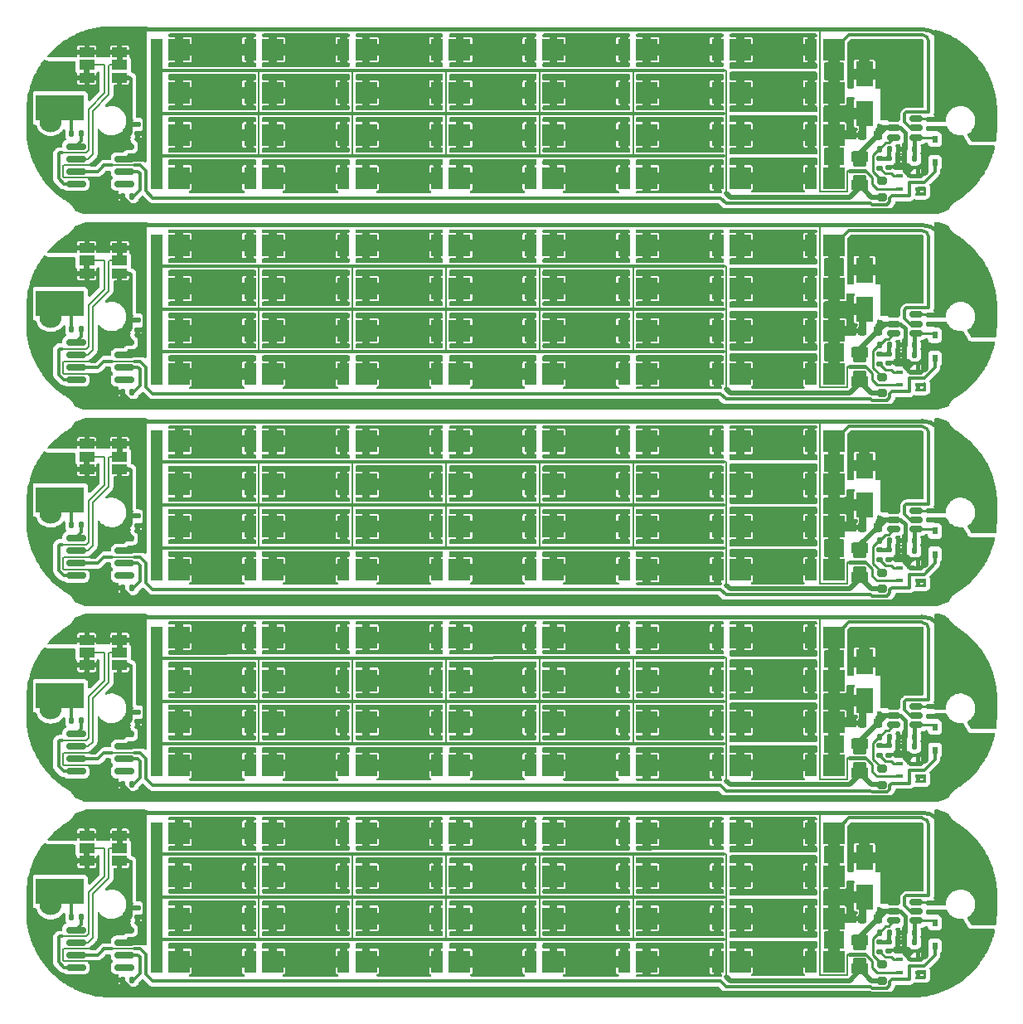
<source format=gtl>
G04 #@! TF.GenerationSoftware,KiCad,Pcbnew,(6.0.5)*
G04 #@! TF.CreationDate,2023-06-21T18:04:43+08:00*
G04 #@! TF.ProjectId,panel,70616e65-6c2e-46b6-9963-61645f706362,rev?*
G04 #@! TF.SameCoordinates,Original*
G04 #@! TF.FileFunction,Copper,L1,Top*
G04 #@! TF.FilePolarity,Positive*
%FSLAX46Y46*%
G04 Gerber Fmt 4.6, Leading zero omitted, Abs format (unit mm)*
G04 Created by KiCad (PCBNEW (6.0.5)) date 2023-06-21 18:04:43*
%MOMM*%
%LPD*%
G01*
G04 APERTURE LIST*
G04 Aperture macros list*
%AMRoundRect*
0 Rectangle with rounded corners*
0 $1 Rounding radius*
0 $2 $3 $4 $5 $6 $7 $8 $9 X,Y pos of 4 corners*
0 Add a 4 corners polygon primitive as box body*
4,1,4,$2,$3,$4,$5,$6,$7,$8,$9,$2,$3,0*
0 Add four circle primitives for the rounded corners*
1,1,$1+$1,$2,$3*
1,1,$1+$1,$4,$5*
1,1,$1+$1,$6,$7*
1,1,$1+$1,$8,$9*
0 Add four rect primitives between the rounded corners*
20,1,$1+$1,$2,$3,$4,$5,0*
20,1,$1+$1,$4,$5,$6,$7,0*
20,1,$1+$1,$6,$7,$8,$9,0*
20,1,$1+$1,$8,$9,$2,$3,0*%
G04 Aperture macros list end*
G04 #@! TA.AperFunction,SMDPad,CuDef*
%ADD10R,3.300000X3.500000*%
G04 #@! TD*
G04 #@! TA.AperFunction,SMDPad,CuDef*
%ADD11R,1.800000X2.500000*%
G04 #@! TD*
G04 #@! TA.AperFunction,SMDPad,CuDef*
%ADD12RoundRect,0.150000X0.825000X0.150000X-0.825000X0.150000X-0.825000X-0.150000X0.825000X-0.150000X0*%
G04 #@! TD*
G04 #@! TA.AperFunction,SMDPad,CuDef*
%ADD13R,1.220000X2.200000*%
G04 #@! TD*
G04 #@! TA.AperFunction,SMDPad,CuDef*
%ADD14R,2.170000X2.200000*%
G04 #@! TD*
G04 #@! TA.AperFunction,SMDPad,CuDef*
%ADD15R,0.600000X0.800000*%
G04 #@! TD*
G04 #@! TA.AperFunction,SMDPad,CuDef*
%ADD16RoundRect,0.225000X-0.225000X-0.250000X0.225000X-0.250000X0.225000X0.250000X-0.225000X0.250000X0*%
G04 #@! TD*
G04 #@! TA.AperFunction,SMDPad,CuDef*
%ADD17RoundRect,0.140000X0.140000X0.170000X-0.140000X0.170000X-0.140000X-0.170000X0.140000X-0.170000X0*%
G04 #@! TD*
G04 #@! TA.AperFunction,SMDPad,CuDef*
%ADD18R,0.250000X0.360000*%
G04 #@! TD*
G04 #@! TA.AperFunction,SMDPad,CuDef*
%ADD19RoundRect,0.140000X-0.170000X0.140000X-0.170000X-0.140000X0.170000X-0.140000X0.170000X0.140000X0*%
G04 #@! TD*
G04 #@! TA.AperFunction,SMDPad,CuDef*
%ADD20R,5.000000X2.600000*%
G04 #@! TD*
G04 #@! TA.AperFunction,TestPad*
%ADD21C,2.300000*%
G04 #@! TD*
G04 #@! TA.AperFunction,SMDPad,CuDef*
%ADD22RoundRect,0.135000X-0.135000X-0.185000X0.135000X-0.185000X0.135000X0.185000X-0.135000X0.185000X0*%
G04 #@! TD*
G04 #@! TA.AperFunction,SMDPad,CuDef*
%ADD23RoundRect,0.250000X-0.450000X0.262500X-0.450000X-0.262500X0.450000X-0.262500X0.450000X0.262500X0*%
G04 #@! TD*
G04 #@! TA.AperFunction,SMDPad,CuDef*
%ADD24RoundRect,0.250000X-0.625000X0.312500X-0.625000X-0.312500X0.625000X-0.312500X0.625000X0.312500X0*%
G04 #@! TD*
G04 #@! TA.AperFunction,SMDPad,CuDef*
%ADD25R,1.500000X1.000000*%
G04 #@! TD*
G04 #@! TA.AperFunction,SMDPad,CuDef*
%ADD26RoundRect,0.200000X0.275000X-0.200000X0.275000X0.200000X-0.275000X0.200000X-0.275000X-0.200000X0*%
G04 #@! TD*
G04 #@! TA.AperFunction,SMDPad,CuDef*
%ADD27RoundRect,0.135000X0.185000X-0.135000X0.185000X0.135000X-0.185000X0.135000X-0.185000X-0.135000X0*%
G04 #@! TD*
G04 #@! TA.AperFunction,SMDPad,CuDef*
%ADD28R,0.650000X0.400000*%
G04 #@! TD*
G04 #@! TA.AperFunction,SMDPad,CuDef*
%ADD29RoundRect,0.150000X-0.512500X-0.150000X0.512500X-0.150000X0.512500X0.150000X-0.512500X0.150000X0*%
G04 #@! TD*
G04 #@! TA.AperFunction,Conductor*
%ADD30C,0.300000*%
G04 #@! TD*
G04 #@! TA.AperFunction,Conductor*
%ADD31C,0.250000*%
G04 #@! TD*
G04 #@! TA.AperFunction,Conductor*
%ADD32C,0.200000*%
G04 #@! TD*
G04 #@! TA.AperFunction,Conductor*
%ADD33C,1.215000*%
G04 #@! TD*
G04 #@! TA.AperFunction,Conductor*
%ADD34C,0.500000*%
G04 #@! TD*
G04 #@! TA.AperFunction,Conductor*
%ADD35C,0.750000*%
G04 #@! TD*
G04 #@! TA.AperFunction,Conductor*
%ADD36C,0.400000*%
G04 #@! TD*
G04 APERTURE END LIST*
G36*
X108764969Y-83949995D02*
G01*
X108164969Y-83949995D01*
X108164969Y-83449995D01*
X108764969Y-83449995D01*
X108764969Y-83949995D01*
G37*
G36*
X105389969Y-105249994D02*
G01*
X104789969Y-105249994D01*
X104789969Y-104749994D01*
X105389969Y-104749994D01*
X105389969Y-105249994D01*
G37*
G36*
X108764969Y-23949998D02*
G01*
X108164969Y-23949998D01*
X108164969Y-23449998D01*
X108764969Y-23449998D01*
X108764969Y-23949998D01*
G37*
G36*
X108764969Y-103949994D02*
G01*
X108164969Y-103949994D01*
X108164969Y-103449994D01*
X108764969Y-103449994D01*
X108764969Y-103949994D01*
G37*
G36*
X108764969Y-63949996D02*
G01*
X108164969Y-63949996D01*
X108164969Y-63449996D01*
X108764969Y-63449996D01*
X108764969Y-63949996D01*
G37*
G36*
X108764969Y-43949997D02*
G01*
X108164969Y-43949997D01*
X108164969Y-43449997D01*
X108764969Y-43449997D01*
X108764969Y-43949997D01*
G37*
G36*
X105389969Y-45249997D02*
G01*
X104789969Y-45249997D01*
X104789969Y-44749997D01*
X105389969Y-44749997D01*
X105389969Y-45249997D01*
G37*
G36*
X105389969Y-65249996D02*
G01*
X104789969Y-65249996D01*
X104789969Y-64749996D01*
X105389969Y-64749996D01*
X105389969Y-65249996D01*
G37*
G36*
X105389969Y-25249998D02*
G01*
X104789969Y-25249998D01*
X104789969Y-24749998D01*
X105389969Y-24749998D01*
X105389969Y-25249998D01*
G37*
G36*
X105389969Y-85249995D02*
G01*
X104789969Y-85249995D01*
X104789969Y-84749995D01*
X105389969Y-84749995D01*
X105389969Y-85249995D01*
G37*
D10*
X193294969Y-105899994D03*
X188894969Y-105899994D03*
D11*
X184539969Y-89299995D03*
X184539969Y-85299995D03*
D12*
X108944969Y-56504997D03*
X108944969Y-55234997D03*
X108944969Y-53964997D03*
X108944969Y-52694997D03*
X103994969Y-52694997D03*
X103994969Y-53964997D03*
X103994969Y-55234997D03*
X103994969Y-56504997D03*
D13*
X169529969Y-75899996D03*
D14*
X171834969Y-75899996D03*
D13*
X150429969Y-27199998D03*
D14*
X152734969Y-27199998D03*
D10*
X193294969Y-25899998D03*
X188894969Y-25899998D03*
D13*
X112229969Y-82799995D03*
D14*
X114534969Y-82799995D03*
D13*
X179079969Y-107199994D03*
D14*
X181384969Y-107199994D03*
D12*
X108944969Y-96504995D03*
X108944969Y-95234995D03*
X108944969Y-93964995D03*
X108944969Y-92694995D03*
X103994969Y-92694995D03*
X103994969Y-93964995D03*
X103994969Y-95234995D03*
X103994969Y-96504995D03*
D15*
X191709969Y-91939995D03*
X191709969Y-94339995D03*
D16*
X184334969Y-111539994D03*
X185884969Y-111539994D03*
D13*
X131329969Y-62799996D03*
D14*
X133634969Y-62799996D03*
D17*
X109739969Y-77779996D03*
X108779969Y-77779996D03*
D13*
X169529969Y-107199994D03*
D14*
X171834969Y-107199994D03*
D13*
X179079969Y-82799995D03*
D14*
X181384969Y-82799995D03*
D12*
X108944969Y-116504994D03*
X108944969Y-115234994D03*
X108944969Y-113964994D03*
X108944969Y-112694994D03*
X103994969Y-112694994D03*
X103994969Y-113964994D03*
X103994969Y-115234994D03*
X103994969Y-116504994D03*
D13*
X131329969Y-91499995D03*
D14*
X133634969Y-91499995D03*
D13*
X140879969Y-22799998D03*
D14*
X143184969Y-22799998D03*
D13*
X121779969Y-102799994D03*
D14*
X124084969Y-102799994D03*
D13*
X121779969Y-27199998D03*
D14*
X124084969Y-27199998D03*
D13*
X140879969Y-47199997D03*
D14*
X143184969Y-47199997D03*
D13*
X112229969Y-91499995D03*
D14*
X114534969Y-91499995D03*
D13*
X112229969Y-55899997D03*
D14*
X114534969Y-55899997D03*
D13*
X150429969Y-47199997D03*
D14*
X152734969Y-47199997D03*
D18*
X196639969Y-92004995D03*
X196639969Y-92844995D03*
D13*
X159979969Y-42799997D03*
D14*
X162284969Y-42799997D03*
D17*
X189599969Y-72959996D03*
X188639969Y-72959996D03*
D13*
X112229969Y-27199998D03*
D14*
X114534969Y-27199998D03*
D13*
X140879969Y-62799996D03*
D14*
X143184969Y-62799996D03*
D13*
X140879969Y-27199998D03*
D14*
X143184969Y-27199998D03*
D19*
X191189969Y-89889995D03*
X191189969Y-90849995D03*
D13*
X179079969Y-102799994D03*
D14*
X181384969Y-102799994D03*
D13*
X159979969Y-87199995D03*
D14*
X162284969Y-87199995D03*
D20*
X102344969Y-48749997D03*
D21*
X101419969Y-50049997D03*
D19*
X187009969Y-53879997D03*
X187009969Y-54839997D03*
D13*
X179079969Y-71499996D03*
D14*
X181384969Y-71499996D03*
D13*
X112229969Y-107199994D03*
D14*
X114534969Y-107199994D03*
D13*
X121779969Y-111499994D03*
D14*
X124084969Y-111499994D03*
D13*
X112229969Y-42799997D03*
D14*
X114534969Y-42799997D03*
D22*
X103559969Y-111339994D03*
X104579969Y-111339994D03*
D13*
X179079969Y-67199996D03*
D14*
X181384969Y-67199996D03*
D17*
X189599969Y-52959997D03*
X188639969Y-52959997D03*
D12*
X108944969Y-36504998D03*
X108944969Y-35234998D03*
X108944969Y-33964998D03*
X108944969Y-32694998D03*
X103994969Y-32694998D03*
X103994969Y-33964998D03*
X103994969Y-35234998D03*
X103994969Y-36504998D03*
D13*
X169529969Y-102799994D03*
D14*
X171834969Y-102799994D03*
D15*
X191709969Y-111939994D03*
X191709969Y-114339994D03*
D13*
X159979969Y-82799995D03*
D14*
X162284969Y-82799995D03*
D10*
X193294969Y-45899997D03*
X188894969Y-45899997D03*
D19*
X187009969Y-113879994D03*
X187009969Y-114839994D03*
D23*
X184039969Y-114239994D03*
D24*
X184039969Y-113712494D03*
D23*
X184039969Y-116064994D03*
D24*
X184039969Y-116637494D03*
D22*
X103559969Y-51339997D03*
X104579969Y-51339997D03*
D25*
X108464969Y-83049995D03*
X108464969Y-84349995D03*
X108464969Y-85649995D03*
D26*
X186299969Y-97874995D03*
X186299969Y-96224995D03*
D13*
X159979969Y-31499998D03*
D14*
X162284969Y-31499998D03*
D13*
X179079969Y-91499995D03*
D14*
X181384969Y-91499995D03*
D13*
X112229969Y-111499994D03*
D14*
X114534969Y-111499994D03*
D25*
X105089969Y-105649994D03*
X105089969Y-104349994D03*
X105089969Y-103049994D03*
D13*
X140879969Y-51499997D03*
D14*
X143184969Y-51499997D03*
D15*
X191709969Y-31939998D03*
X191709969Y-34339998D03*
D13*
X112229969Y-62799996D03*
D14*
X114534969Y-62799996D03*
D13*
X150429969Y-22799998D03*
D14*
X152734969Y-22799998D03*
D13*
X169529969Y-51499997D03*
D14*
X171834969Y-51499997D03*
D13*
X179079969Y-95899995D03*
D14*
X181384969Y-95899995D03*
D26*
X186299969Y-77874996D03*
X186299969Y-76224996D03*
D13*
X140879969Y-82799995D03*
D14*
X143184969Y-82799995D03*
D16*
X184334969Y-31539998D03*
X185884969Y-31539998D03*
D13*
X150429969Y-31499998D03*
D14*
X152734969Y-31499998D03*
D13*
X179079969Y-31499998D03*
D14*
X181384969Y-31499998D03*
D22*
X188639969Y-93929995D03*
X189659969Y-93929995D03*
D27*
X186069969Y-74889996D03*
X186069969Y-73869996D03*
D13*
X131329969Y-35899998D03*
D14*
X133634969Y-35899998D03*
D11*
X184539969Y-109299994D03*
X184539969Y-105299994D03*
D17*
X109739969Y-117779994D03*
X108779969Y-117779994D03*
D13*
X150429969Y-62799996D03*
D14*
X152734969Y-62799996D03*
D13*
X150429969Y-95899995D03*
D14*
X152734969Y-95899995D03*
D13*
X131329969Y-22799998D03*
D14*
X133634969Y-22799998D03*
D13*
X140879969Y-67199996D03*
D14*
X143184969Y-67199996D03*
D13*
X159979969Y-27199998D03*
D14*
X162284969Y-27199998D03*
D19*
X110259969Y-30429998D03*
X110259969Y-31389998D03*
D13*
X121779969Y-75899996D03*
D14*
X124084969Y-75899996D03*
D13*
X179079969Y-27199998D03*
D14*
X181384969Y-27199998D03*
D28*
X190029969Y-77009996D03*
X190029969Y-76359996D03*
X190029969Y-75709996D03*
X188129969Y-75709996D03*
X188129969Y-77009996D03*
D13*
X150429969Y-115899994D03*
D14*
X152734969Y-115899994D03*
D13*
X112229969Y-22799998D03*
D14*
X114534969Y-22799998D03*
D25*
X108464969Y-23049998D03*
X108464969Y-24349998D03*
X108464969Y-25649998D03*
D20*
X102344969Y-108749994D03*
D21*
X101419969Y-110049994D03*
D13*
X169529969Y-71499996D03*
D14*
X171834969Y-71499996D03*
D25*
X108464969Y-103049994D03*
X108464969Y-104349994D03*
X108464969Y-105649994D03*
D13*
X140879969Y-31499998D03*
D14*
X143184969Y-31499998D03*
D13*
X159979969Y-107199994D03*
D14*
X162284969Y-107199994D03*
D29*
X187542469Y-69839996D03*
X187542469Y-70789996D03*
X187542469Y-71739996D03*
X189817469Y-71739996D03*
X189817469Y-70789996D03*
X189817469Y-69839996D03*
D18*
X196639969Y-72004996D03*
X196639969Y-72844996D03*
D13*
X179079969Y-42799997D03*
D14*
X181384969Y-42799997D03*
D13*
X159979969Y-47199997D03*
D14*
X162284969Y-47199997D03*
D24*
X184039969Y-53712497D03*
D23*
X184039969Y-54239997D03*
X184039969Y-56064997D03*
D24*
X184039969Y-56637497D03*
D11*
X184539969Y-29299998D03*
X184539969Y-25299998D03*
D13*
X112229969Y-71499996D03*
D14*
X114534969Y-71499996D03*
D19*
X110259969Y-50429997D03*
X110259969Y-51389997D03*
D21*
X101419969Y-70049996D03*
D20*
X102344969Y-68749996D03*
D11*
X184539969Y-49299997D03*
X184539969Y-45299997D03*
D13*
X159979969Y-35899998D03*
D14*
X162284969Y-35899998D03*
D13*
X121779969Y-95899995D03*
D14*
X124084969Y-95899995D03*
D13*
X150429969Y-91499995D03*
D14*
X152734969Y-91499995D03*
D24*
X184039969Y-73712496D03*
D23*
X184039969Y-74239996D03*
X184039969Y-76064996D03*
D24*
X184039969Y-76637496D03*
D22*
X186039969Y-112959994D03*
X187059969Y-112959994D03*
D13*
X150429969Y-75899996D03*
D14*
X152734969Y-75899996D03*
D25*
X108464969Y-63049996D03*
X108464969Y-64349996D03*
X108464969Y-65649996D03*
D11*
X184539969Y-69299996D03*
X184539969Y-65299996D03*
D13*
X159979969Y-22799998D03*
D14*
X162284969Y-22799998D03*
D10*
X193294969Y-85899995D03*
X188894969Y-85899995D03*
D13*
X159979969Y-67199996D03*
D14*
X162284969Y-67199996D03*
D13*
X131329969Y-82799995D03*
D14*
X133634969Y-82799995D03*
D13*
X131329969Y-67199996D03*
D14*
X133634969Y-67199996D03*
D13*
X150429969Y-102799994D03*
D14*
X152734969Y-102799994D03*
D19*
X191189969Y-29889998D03*
X191189969Y-30849998D03*
D29*
X187542469Y-49839997D03*
X187542469Y-50789997D03*
X187542469Y-51739997D03*
X189817469Y-51739997D03*
X189817469Y-50789997D03*
X189817469Y-49839997D03*
D13*
X179079969Y-111499994D03*
D14*
X181384969Y-111499994D03*
D13*
X169529969Y-91499995D03*
D14*
X171834969Y-91499995D03*
D13*
X121779969Y-47199997D03*
D14*
X124084969Y-47199997D03*
D13*
X112229969Y-31499998D03*
D14*
X114534969Y-31499998D03*
D13*
X131329969Y-27199998D03*
D14*
X133634969Y-27199998D03*
D13*
X140879969Y-95899995D03*
D14*
X143184969Y-95899995D03*
D13*
X159979969Y-71499996D03*
D14*
X162284969Y-71499996D03*
D13*
X169529969Y-115899994D03*
D14*
X171834969Y-115899994D03*
D13*
X140879969Y-71499996D03*
D14*
X143184969Y-71499996D03*
D25*
X108464969Y-43049997D03*
X108464969Y-44349997D03*
X108464969Y-45649997D03*
D18*
X196639969Y-32004998D03*
X196639969Y-32844998D03*
D13*
X112229969Y-102799994D03*
D14*
X114534969Y-102799994D03*
D28*
X190029969Y-97009995D03*
X190029969Y-96359995D03*
X190029969Y-95709995D03*
X188129969Y-95709995D03*
X188129969Y-97009995D03*
D13*
X140879969Y-111499994D03*
D14*
X143184969Y-111499994D03*
D13*
X140879969Y-91499995D03*
D14*
X143184969Y-91499995D03*
D13*
X169529969Y-42799997D03*
D14*
X171834969Y-42799997D03*
D24*
X184039969Y-93712495D03*
D23*
X184039969Y-94239995D03*
X184039969Y-96064995D03*
D24*
X184039969Y-96637495D03*
D25*
X105089969Y-45649997D03*
X105089969Y-44349997D03*
X105089969Y-43049997D03*
D13*
X140879969Y-107199994D03*
D14*
X143184969Y-107199994D03*
D13*
X112229969Y-87199995D03*
D14*
X114534969Y-87199995D03*
D13*
X121779969Y-35899998D03*
D14*
X124084969Y-35899998D03*
D13*
X131329969Y-71499996D03*
D14*
X133634969Y-71499996D03*
D13*
X179079969Y-22799998D03*
D14*
X181384969Y-22799998D03*
D12*
X108944969Y-76504996D03*
X108944969Y-75234996D03*
X108944969Y-73964996D03*
X108944969Y-72694996D03*
X103994969Y-72694996D03*
X103994969Y-73964996D03*
X103994969Y-75234996D03*
X103994969Y-76504996D03*
D27*
X186069969Y-54889997D03*
X186069969Y-53869997D03*
D22*
X186039969Y-92959995D03*
X187059969Y-92959995D03*
D13*
X150429969Y-87199995D03*
D14*
X152734969Y-87199995D03*
D29*
X187542469Y-109839994D03*
X187542469Y-110789994D03*
X187542469Y-111739994D03*
X189817469Y-111739994D03*
X189817469Y-110789994D03*
X189817469Y-109839994D03*
D13*
X179079969Y-115899994D03*
D14*
X181384969Y-115899994D03*
D13*
X140879969Y-87199995D03*
D14*
X143184969Y-87199995D03*
D13*
X169529969Y-35899998D03*
D14*
X171834969Y-35899998D03*
D13*
X169529969Y-22799998D03*
D14*
X171834969Y-22799998D03*
D29*
X187542469Y-89839995D03*
X187542469Y-90789995D03*
X187542469Y-91739995D03*
X189817469Y-91739995D03*
X189817469Y-90789995D03*
X189817469Y-89839995D03*
D18*
X196639969Y-52004997D03*
X196639969Y-52844997D03*
D13*
X121779969Y-82799995D03*
D14*
X124084969Y-82799995D03*
D13*
X112229969Y-95899995D03*
D14*
X114534969Y-95899995D03*
D13*
X121779969Y-107199994D03*
D14*
X124084969Y-107199994D03*
D13*
X140879969Y-75899996D03*
D14*
X143184969Y-75899996D03*
D28*
X190029969Y-57009997D03*
X190029969Y-56359997D03*
X190029969Y-55709997D03*
X188129969Y-55709997D03*
X188129969Y-57009997D03*
D13*
X112229969Y-67199996D03*
D14*
X114534969Y-67199996D03*
D26*
X186299969Y-117874994D03*
X186299969Y-116224994D03*
D13*
X169529969Y-47199997D03*
D14*
X171834969Y-47199997D03*
D13*
X150429969Y-111499994D03*
D14*
X152734969Y-111499994D03*
D13*
X159979969Y-55899997D03*
D14*
X162284969Y-55899997D03*
D13*
X140879969Y-102799994D03*
D14*
X143184969Y-102799994D03*
D13*
X150429969Y-51499997D03*
D14*
X152734969Y-51499997D03*
D13*
X121779969Y-31499998D03*
D14*
X124084969Y-31499998D03*
D17*
X109739969Y-57779997D03*
X108779969Y-57779997D03*
D13*
X121779969Y-22799998D03*
D14*
X124084969Y-22799998D03*
D22*
X186039969Y-32959998D03*
X187059969Y-32959998D03*
D13*
X169529969Y-95899995D03*
D14*
X171834969Y-95899995D03*
D16*
X184334969Y-51539997D03*
X185884969Y-51539997D03*
D13*
X169529969Y-31499998D03*
D14*
X171834969Y-31499998D03*
D26*
X186299969Y-57874997D03*
X186299969Y-56224997D03*
D13*
X121779969Y-42799997D03*
D14*
X124084969Y-42799997D03*
D17*
X189599969Y-32959998D03*
X188639969Y-32959998D03*
D19*
X110259969Y-110429994D03*
X110259969Y-111389994D03*
D13*
X112229969Y-35899998D03*
D14*
X114534969Y-35899998D03*
D13*
X131329969Y-95899995D03*
D14*
X133634969Y-95899995D03*
D22*
X103559969Y-31339998D03*
X104579969Y-31339998D03*
D13*
X169529969Y-67199996D03*
D14*
X171834969Y-67199996D03*
D22*
X188639969Y-33929998D03*
X189659969Y-33929998D03*
D19*
X110259969Y-70429996D03*
X110259969Y-71389996D03*
D13*
X150429969Y-82799995D03*
D14*
X152734969Y-82799995D03*
D16*
X184334969Y-71539996D03*
X185884969Y-71539996D03*
D13*
X140879969Y-55899997D03*
D14*
X143184969Y-55899997D03*
D13*
X131329969Y-102799994D03*
D14*
X133634969Y-102799994D03*
D13*
X159979969Y-75899996D03*
D14*
X162284969Y-75899996D03*
D13*
X159979969Y-91499995D03*
D14*
X162284969Y-91499995D03*
D18*
X196639969Y-112004994D03*
X196639969Y-112844994D03*
D21*
X101419969Y-90049995D03*
D20*
X102344969Y-88749995D03*
D17*
X189599969Y-92959995D03*
X188639969Y-92959995D03*
D13*
X121779969Y-91499995D03*
D14*
X124084969Y-91499995D03*
D27*
X186069969Y-94889995D03*
X186069969Y-93869995D03*
D13*
X121779969Y-67199996D03*
D14*
X124084969Y-67199996D03*
D13*
X169529969Y-111499994D03*
D14*
X171834969Y-111499994D03*
D25*
X105089969Y-65649996D03*
X105089969Y-64349996D03*
X105089969Y-63049996D03*
D19*
X191189969Y-69889996D03*
X191189969Y-70849996D03*
D13*
X159979969Y-111499994D03*
D14*
X162284969Y-111499994D03*
D13*
X140879969Y-115899994D03*
D14*
X143184969Y-115899994D03*
D13*
X179079969Y-62799996D03*
D14*
X181384969Y-62799996D03*
D13*
X131329969Y-51499997D03*
D14*
X133634969Y-51499997D03*
D13*
X112229969Y-47199997D03*
D14*
X114534969Y-47199997D03*
D13*
X112229969Y-115899994D03*
D14*
X114534969Y-115899994D03*
D13*
X150429969Y-67199996D03*
D14*
X152734969Y-67199996D03*
D13*
X169529969Y-62799996D03*
D14*
X171834969Y-62799996D03*
D17*
X189599969Y-112959994D03*
X188639969Y-112959994D03*
D13*
X150429969Y-71499996D03*
D14*
X152734969Y-71499996D03*
D13*
X179079969Y-75899996D03*
D14*
X181384969Y-75899996D03*
D13*
X159979969Y-115899994D03*
D14*
X162284969Y-115899994D03*
D22*
X103559969Y-91339995D03*
X104579969Y-91339995D03*
D13*
X159979969Y-102799994D03*
D14*
X162284969Y-102799994D03*
D13*
X121779969Y-71499996D03*
D14*
X124084969Y-71499996D03*
D13*
X131329969Y-107199994D03*
D14*
X133634969Y-107199994D03*
D16*
X184334969Y-91539995D03*
X185884969Y-91539995D03*
D13*
X131329969Y-87199995D03*
D14*
X133634969Y-87199995D03*
D27*
X186069969Y-34889998D03*
X186069969Y-33869998D03*
D19*
X187009969Y-93879995D03*
X187009969Y-94839995D03*
D13*
X179079969Y-47199997D03*
D14*
X181384969Y-47199997D03*
D24*
X184039969Y-33712498D03*
D23*
X184039969Y-34239998D03*
X184039969Y-36064998D03*
D24*
X184039969Y-36637498D03*
D13*
X159979969Y-95899995D03*
D14*
X162284969Y-95899995D03*
D22*
X188639969Y-53929997D03*
X189659969Y-53929997D03*
D20*
X102344969Y-28749998D03*
D21*
X101419969Y-30049998D03*
D22*
X188639969Y-73929996D03*
X189659969Y-73929996D03*
D25*
X105089969Y-25649998D03*
X105089969Y-24349998D03*
X105089969Y-23049998D03*
D26*
X186299969Y-37874998D03*
X186299969Y-36224998D03*
D13*
X121779969Y-87199995D03*
D14*
X124084969Y-87199995D03*
D13*
X159979969Y-62799996D03*
D14*
X162284969Y-62799996D03*
D22*
X186039969Y-72959996D03*
X187059969Y-72959996D03*
D13*
X131329969Y-75899996D03*
D14*
X133634969Y-75899996D03*
D13*
X131329969Y-111499994D03*
D14*
X133634969Y-111499994D03*
D13*
X131329969Y-47199997D03*
D14*
X133634969Y-47199997D03*
D13*
X169529969Y-82799995D03*
D14*
X171834969Y-82799995D03*
D22*
X103559969Y-71339996D03*
X104579969Y-71339996D03*
D13*
X140879969Y-35899998D03*
D14*
X143184969Y-35899998D03*
D13*
X169529969Y-87199995D03*
D14*
X171834969Y-87199995D03*
D13*
X169529969Y-55899997D03*
D14*
X171834969Y-55899997D03*
D13*
X179079969Y-87199995D03*
D14*
X181384969Y-87199995D03*
D13*
X131329969Y-115899994D03*
D14*
X133634969Y-115899994D03*
D28*
X190029969Y-117009994D03*
X190029969Y-116359994D03*
X190029969Y-115709994D03*
X188129969Y-115709994D03*
X188129969Y-117009994D03*
D22*
X186039969Y-52959997D03*
X187059969Y-52959997D03*
D13*
X131329969Y-31499998D03*
D14*
X133634969Y-31499998D03*
D19*
X191189969Y-49889997D03*
X191189969Y-50849997D03*
D15*
X191709969Y-71939996D03*
X191709969Y-74339996D03*
D13*
X179079969Y-55899997D03*
D14*
X181384969Y-55899997D03*
D13*
X179079969Y-51499997D03*
D14*
X181384969Y-51499997D03*
D13*
X121779969Y-51499997D03*
D14*
X124084969Y-51499997D03*
D13*
X150429969Y-42799997D03*
D14*
X152734969Y-42799997D03*
D13*
X179079969Y-35899998D03*
D14*
X181384969Y-35899998D03*
D13*
X121779969Y-55899997D03*
D14*
X124084969Y-55899997D03*
D13*
X169529969Y-27199998D03*
D14*
X171834969Y-27199998D03*
D17*
X109739969Y-97779995D03*
X108779969Y-97779995D03*
D28*
X190029969Y-37009998D03*
X190029969Y-36359998D03*
X190029969Y-35709998D03*
X188129969Y-35709998D03*
X188129969Y-37009998D03*
D25*
X105089969Y-85649995D03*
X105089969Y-84349995D03*
X105089969Y-83049995D03*
D13*
X150429969Y-55899997D03*
D14*
X152734969Y-55899997D03*
D19*
X187009969Y-33879998D03*
X187009969Y-34839998D03*
D13*
X150429969Y-107199994D03*
D14*
X152734969Y-107199994D03*
D13*
X121779969Y-62799996D03*
D14*
X124084969Y-62799996D03*
D13*
X140879969Y-42799997D03*
D14*
X143184969Y-42799997D03*
D19*
X191189969Y-109889994D03*
X191189969Y-110849994D03*
D22*
X188639969Y-113929994D03*
X189659969Y-113929994D03*
D13*
X131329969Y-55899997D03*
D14*
X133634969Y-55899997D03*
D13*
X112229969Y-51499997D03*
D14*
X114534969Y-51499997D03*
D13*
X121779969Y-115899994D03*
D14*
X124084969Y-115899994D03*
D13*
X131329969Y-42799997D03*
D14*
X133634969Y-42799997D03*
D13*
X159979969Y-51499997D03*
D14*
X162284969Y-51499997D03*
D17*
X109739969Y-37779998D03*
X108779969Y-37779998D03*
D10*
X193294969Y-65899996D03*
X188894969Y-65899996D03*
D29*
X187542469Y-29839998D03*
X187542469Y-30789998D03*
X187542469Y-31739998D03*
X189817469Y-31739998D03*
X189817469Y-30789998D03*
X189817469Y-29839998D03*
D27*
X186069969Y-114889994D03*
X186069969Y-113869994D03*
D13*
X112229969Y-75899996D03*
D14*
X114534969Y-75899996D03*
D15*
X191709969Y-51939997D03*
X191709969Y-54339997D03*
D19*
X187009969Y-73879996D03*
X187009969Y-74839996D03*
X110259969Y-90429995D03*
X110259969Y-91389995D03*
D13*
X150429969Y-35899998D03*
D14*
X152734969Y-35899998D03*
D30*
X104579969Y-112109994D02*
X103994969Y-112694994D01*
X104579969Y-111339994D02*
X104579969Y-112109994D01*
X103559969Y-108749994D02*
X102344969Y-108749994D01*
X103559969Y-111339994D02*
X103559969Y-108749994D01*
D31*
X186629969Y-115449994D02*
X187269969Y-115449994D01*
X186069969Y-114889994D02*
X186629969Y-115449994D01*
X187529969Y-115709994D02*
X188129969Y-115709994D01*
X187269969Y-115449994D02*
X187529969Y-115709994D01*
X186684489Y-112315474D02*
X186039969Y-112959994D01*
X185414969Y-113555135D02*
X186010110Y-112959994D01*
X186966989Y-112315474D02*
X186684489Y-112315474D01*
X186299969Y-116224994D02*
X186299969Y-116164283D01*
X185414969Y-115279283D02*
X185414969Y-113555135D01*
X187542469Y-111739994D02*
X186966989Y-112315474D01*
X186299969Y-116164283D02*
X185414969Y-115279283D01*
X186010110Y-112959994D02*
X186039969Y-112959994D01*
D32*
X106869969Y-104349994D02*
X105089969Y-104349994D01*
X105289969Y-113079994D02*
X105289969Y-108869994D01*
D30*
X102753772Y-116504994D02*
X103994969Y-116504994D01*
D32*
X105289969Y-108869994D02*
X106910449Y-107249514D01*
D30*
X102220449Y-115971671D02*
X102753772Y-116504994D01*
D32*
X105039969Y-113329994D02*
X105289969Y-113079994D01*
X106910449Y-107249514D02*
X106910449Y-104390474D01*
X106910449Y-104390474D02*
X106869969Y-104349994D01*
D30*
X102220449Y-113424514D02*
X102220449Y-115971671D01*
D32*
X102594969Y-113329994D02*
X105039969Y-113329994D01*
D30*
X102314969Y-113329994D02*
X102220449Y-113424514D01*
X102594969Y-113329994D02*
X102314969Y-113329994D01*
D32*
X107309968Y-107415001D02*
X107309969Y-104459994D01*
X107419969Y-104349994D02*
X108464969Y-104349994D01*
X105199975Y-113964994D02*
X105689489Y-113475480D01*
X103994969Y-113964994D02*
X105199975Y-113964994D01*
X105689489Y-109035480D02*
X107309968Y-107415001D01*
X107309969Y-104459994D02*
X107419969Y-104349994D01*
X105689489Y-113475480D02*
X105689489Y-109035480D01*
D33*
X114534969Y-102799994D02*
X121779969Y-102799994D01*
X124084969Y-102799994D02*
X131329969Y-102799994D01*
X133634969Y-102799994D02*
X140879969Y-102799994D01*
X143184969Y-102799994D02*
X150429969Y-102799994D01*
D30*
X187124489Y-117945474D02*
X187339969Y-117729994D01*
X187339969Y-117729994D02*
X189109969Y-117729994D01*
X103994969Y-115234994D02*
X106209969Y-115234994D01*
X191709969Y-115254016D02*
X191709969Y-114339994D01*
X111840947Y-117919994D02*
X169842120Y-117919994D01*
X190603991Y-116359994D02*
X191709969Y-115254016D01*
X106844969Y-114599994D02*
X107644969Y-114599994D01*
X170381640Y-118459514D02*
X185171639Y-118459514D01*
X111159969Y-115199994D02*
X111159969Y-117239016D01*
X169842120Y-117919994D02*
X170381640Y-118459514D01*
X189109969Y-117729994D02*
X189109969Y-116359994D01*
X185336639Y-118624514D02*
X186802587Y-118624514D01*
X185171639Y-118459514D02*
X185336639Y-118624514D01*
X186802587Y-118624514D02*
X187124489Y-118302612D01*
X189109969Y-116359994D02*
X190029969Y-116359994D01*
X106209969Y-115234994D02*
X106644969Y-114799994D01*
X109994969Y-114599994D02*
X110559969Y-114599994D01*
D32*
X107644969Y-114599994D02*
X109994969Y-114599994D01*
D30*
X111159969Y-117239016D02*
X111840947Y-117919994D01*
X106644969Y-114799994D02*
X106844969Y-114599994D01*
X190029969Y-116359994D02*
X190603991Y-116359994D01*
X110559969Y-114599994D02*
X111159969Y-115199994D01*
X187124489Y-118302612D02*
X187124489Y-117945474D01*
D33*
X114534969Y-115899994D02*
X121779969Y-115899994D01*
X124084969Y-115899994D02*
X131329969Y-115899994D01*
X152734969Y-102799994D02*
X159979969Y-102799994D01*
X133634969Y-115899994D02*
X140879969Y-115899994D01*
X143184969Y-115899994D02*
X150429969Y-115899994D01*
X152734969Y-115899994D02*
X159979969Y-115899994D01*
X162284969Y-115899994D02*
X169529969Y-115899994D01*
X171834969Y-115899994D02*
X179079969Y-115899994D01*
X114534969Y-111499994D02*
X121779969Y-111499994D01*
X124084969Y-111499994D02*
X131329969Y-111499994D01*
X133634969Y-111499994D02*
X140879969Y-111499994D01*
X143184969Y-111499994D02*
X150429969Y-111499994D01*
X162284969Y-102799994D02*
X169529969Y-102799994D01*
X152734969Y-111499994D02*
X159979969Y-111499994D01*
X162284969Y-111499994D02*
X169529969Y-111499994D01*
X171834969Y-111499994D02*
X179079969Y-111499994D01*
D34*
X186284969Y-117859994D02*
X185262469Y-117859994D01*
D32*
X132250458Y-109319505D02*
X132244969Y-109324994D01*
D30*
X113444969Y-109324994D02*
X122684969Y-109324994D01*
X113444969Y-104924994D02*
X122699049Y-104920914D01*
D34*
X185262469Y-117859994D02*
X184039969Y-116637494D01*
D32*
X141800458Y-109329505D02*
X141800458Y-113629505D01*
D34*
X170849969Y-117859994D02*
X183002469Y-117859994D01*
D32*
X170444969Y-109324994D02*
X170444969Y-113649994D01*
D30*
X122699049Y-104920914D02*
X132256675Y-104916700D01*
X113444969Y-104924994D02*
X112844969Y-104924994D01*
X113444969Y-113649994D02*
X122719969Y-113649994D01*
X160874969Y-109324994D02*
X170144969Y-109324994D01*
X141792470Y-104912495D02*
X151368248Y-104908273D01*
X141779969Y-113649994D02*
X151309969Y-113649994D01*
D34*
X186299969Y-117874994D02*
X186284969Y-117859994D01*
D32*
X160889969Y-104919505D02*
X160889969Y-109310483D01*
D30*
X160874057Y-104904082D02*
X170144969Y-104899994D01*
D32*
X160889480Y-113630483D02*
X160869969Y-113649994D01*
D30*
X122684969Y-109324994D02*
X132244969Y-109324994D01*
D34*
X170449969Y-117459994D02*
X170849969Y-117859994D01*
D32*
X170444969Y-113649994D02*
X170444969Y-117454994D01*
X151339480Y-104937041D02*
X151339480Y-109320483D01*
X132250458Y-104922917D02*
X132250458Y-109319505D01*
D30*
X151368248Y-104908273D02*
X160874057Y-104904082D01*
D32*
X160889480Y-109339505D02*
X160889480Y-113630483D01*
D30*
X151334969Y-109324994D02*
X160874969Y-109324994D01*
D32*
X170144969Y-113649994D02*
X170444969Y-113649994D01*
D30*
X151309969Y-113649994D02*
X160869969Y-113649994D01*
X132256675Y-104916700D02*
X141792470Y-104912495D01*
D32*
X170444969Y-117454994D02*
X170449969Y-117459994D01*
X141800458Y-113629505D02*
X141779969Y-113649994D01*
D33*
X112229969Y-102799994D02*
X112229969Y-107199994D01*
D32*
X141792470Y-109312495D02*
X141804969Y-109324994D01*
X122699049Y-109310914D02*
X122699049Y-113629074D01*
D30*
X132244969Y-109324994D02*
X141804969Y-109324994D01*
D32*
X122699049Y-104920914D02*
X122699049Y-109310914D01*
X160874057Y-104904082D02*
X160889480Y-104919505D01*
X141792470Y-104912495D02*
X141792470Y-109312495D01*
X141804969Y-109324994D02*
X141800458Y-109329505D01*
X151368248Y-104908273D02*
X151339480Y-104937041D01*
X132249969Y-109319994D02*
X132249969Y-113649994D01*
D34*
X184039969Y-116637494D02*
X184039969Y-116822494D01*
D30*
X132249969Y-113649994D02*
X141779969Y-113649994D01*
D32*
X151339480Y-109320483D02*
X151334969Y-109324994D01*
X151339480Y-109320483D02*
X151339480Y-113620483D01*
D34*
X184039969Y-116064994D02*
X184039969Y-116637494D01*
D32*
X170144969Y-109324994D02*
X170444969Y-109324994D01*
D33*
X112229969Y-107199994D02*
X112229969Y-111499994D01*
D32*
X170144969Y-104899994D02*
X170444969Y-104899994D01*
D30*
X160869969Y-113649994D02*
X170144969Y-113649994D01*
D32*
X160889480Y-109310483D02*
X160874969Y-109324994D01*
D33*
X112229969Y-111499994D02*
X112229969Y-115899994D01*
D34*
X184039969Y-116822494D02*
X183002469Y-117859994D01*
D32*
X122699049Y-109310914D02*
X122684969Y-109324994D01*
X160874969Y-109324994D02*
X160889480Y-109339505D01*
D30*
X113444969Y-109324994D02*
X112844969Y-109324994D01*
D32*
X170444969Y-104899994D02*
X170444969Y-109324994D01*
X151339480Y-113620483D02*
X151309969Y-113649994D01*
D30*
X141804969Y-109324994D02*
X151334969Y-109324994D01*
D32*
X132256675Y-104916700D02*
X132250458Y-104922917D01*
D30*
X113444969Y-113649994D02*
X112844969Y-113649994D01*
X122719969Y-113649994D02*
X132249969Y-113649994D01*
D32*
X122699049Y-113629074D02*
X122719969Y-113649994D01*
X132250458Y-109319505D02*
X132249969Y-109319994D01*
D33*
X114534969Y-107199994D02*
X121779969Y-107199994D01*
X124084969Y-107199994D02*
X131329969Y-107199994D01*
X133634969Y-107199994D02*
X140879969Y-107199994D01*
X143184969Y-107199994D02*
X150429969Y-107199994D01*
X152734969Y-107199994D02*
X159979969Y-107199994D01*
X171834969Y-107199994D02*
X179079969Y-107199994D01*
X162284969Y-107199994D02*
X169529969Y-107199994D01*
X171834969Y-102799994D02*
X179079969Y-102799994D01*
D30*
X190894993Y-101474970D02*
G75*
G02*
X191094969Y-101957836I-482893J-482830D01*
G01*
X190351771Y-101250017D02*
G75*
G02*
X190894969Y-101474994I29J-768183D01*
G01*
D33*
X181479969Y-109299994D02*
X184539969Y-109299994D01*
X181384969Y-111499994D02*
X181384969Y-115899994D01*
D30*
X190351771Y-101249994D02*
X182934969Y-101249994D01*
X188819969Y-109179994D02*
X188649969Y-109349994D01*
X191094969Y-106324994D02*
X191094969Y-101957836D01*
X188649969Y-110209994D02*
X189229969Y-110789994D01*
D33*
X181384969Y-109394994D02*
X181479969Y-109299994D01*
D30*
X182934969Y-101249994D02*
X181384969Y-102799994D01*
X188649969Y-109349994D02*
X188649969Y-110209994D01*
D33*
X181384969Y-107199994D02*
X181384969Y-109394994D01*
D35*
X184334969Y-109504994D02*
X184539969Y-109299994D01*
D33*
X181384969Y-109394994D02*
X181384969Y-111499994D01*
X181384969Y-102799994D02*
X181384969Y-107199994D01*
D35*
X184334969Y-111539994D02*
X184334969Y-109504994D01*
D30*
X191089969Y-106359994D02*
X191089969Y-109179994D01*
X191089969Y-109179994D02*
X188819969Y-109179994D01*
X189229969Y-110789994D02*
X189817469Y-110789994D01*
X108944969Y-115234994D02*
X110329969Y-115234994D01*
X109879969Y-117779994D02*
X109739969Y-117779994D01*
X110540449Y-115445474D02*
X110540449Y-117119514D01*
X110329969Y-115234994D02*
X110540449Y-115445474D01*
X110540449Y-117119514D02*
X109879969Y-117779994D01*
D36*
X189599969Y-112959994D02*
X189599969Y-111957494D01*
D31*
X189817469Y-111739994D02*
X191509969Y-111739994D01*
X191509969Y-111739994D02*
X191709969Y-111939994D01*
D36*
X189659969Y-113019994D02*
X189599969Y-112959994D01*
X189599969Y-111957494D02*
X189817469Y-111739994D01*
X189659969Y-113929994D02*
X189659969Y-113019994D01*
X186999969Y-113869994D02*
X187009969Y-113879994D01*
X187009969Y-113009994D02*
X187059969Y-112959994D01*
X186069969Y-113869994D02*
X186999969Y-113869994D01*
X187009969Y-113879994D02*
X187009969Y-113009994D01*
D30*
X102094981Y-117099982D02*
G75*
G03*
X103965984Y-117874994I1871019J1870982D01*
G01*
D32*
X105569956Y-117874981D02*
G75*
G03*
X105609969Y-117778426I-96556J96581D01*
G01*
D30*
X99444939Y-110702329D02*
G75*
G03*
X102094969Y-117099994I9047661J29D01*
G01*
X103599969Y-106429994D02*
X104049969Y-106879994D01*
D31*
X187009969Y-114839994D02*
X187089969Y-114759994D01*
D30*
X192744969Y-111575972D02*
X192018991Y-110849994D01*
X190395929Y-119124034D02*
X185129732Y-119124034D01*
D35*
X190619969Y-113389994D02*
X190869969Y-113139994D01*
D36*
X189229969Y-115709994D02*
X190029969Y-115709994D01*
D30*
X192744969Y-113124994D02*
X192744969Y-116774994D01*
D31*
X107799969Y-112694994D02*
X105894969Y-114599994D01*
D30*
X192744969Y-111575972D02*
X192744969Y-113124994D01*
D36*
X188639969Y-112959994D02*
X188639969Y-113929994D01*
D30*
X99444969Y-106904994D02*
X99919969Y-106429994D01*
D32*
X105609969Y-115869994D02*
X105609969Y-117778426D01*
D31*
X108944969Y-111924994D02*
X108944969Y-112694994D01*
D34*
X185884969Y-111539994D02*
X186634969Y-110789994D01*
D30*
X104049969Y-106879994D02*
X104899969Y-106879994D01*
X99919969Y-106429994D02*
X103599969Y-106429994D01*
D31*
X110259969Y-110429994D02*
X109689969Y-110429994D01*
D34*
X184039969Y-113712494D02*
X184039969Y-113384994D01*
D31*
X109619969Y-110499994D02*
X109619969Y-111249994D01*
D30*
X192744969Y-116774994D02*
X190395929Y-119124034D01*
X108779969Y-117822279D02*
X108779969Y-117779994D01*
D31*
X109619969Y-111249994D02*
X108944969Y-111924994D01*
D36*
X187542469Y-110789994D02*
X188209969Y-110789994D01*
X188209969Y-110789994D02*
X188679969Y-111259994D01*
D31*
X196344969Y-113139994D02*
X192729969Y-113139994D01*
D30*
X105089969Y-106689994D02*
X105089969Y-105649994D01*
X185115692Y-119109994D02*
X110067684Y-119109994D01*
X192018991Y-110849994D02*
X191189969Y-110849994D01*
D31*
X192739969Y-113289994D02*
X192744969Y-113294994D01*
D30*
X99444969Y-110702329D02*
X99444969Y-106904994D01*
X104899969Y-106879994D02*
X105089969Y-106689994D01*
D36*
X188649969Y-114329994D02*
X188649969Y-115129994D01*
X188679969Y-111259994D02*
X188679969Y-112919994D01*
D30*
X110067684Y-119109994D02*
X108779969Y-117822279D01*
D31*
X105894969Y-114599994D02*
X105444969Y-114599994D01*
D36*
X188649969Y-115129994D02*
X189229969Y-115709994D01*
D35*
X190869969Y-113139994D02*
X192729969Y-113139994D01*
D32*
X102754489Y-115869994D02*
X105609969Y-115869994D01*
D36*
X188679969Y-112919994D02*
X188639969Y-112959994D01*
X190029969Y-115709994D02*
X190190458Y-115709994D01*
X184219969Y-114244994D02*
X184219969Y-113717494D01*
D31*
X109689969Y-110429994D02*
X109619969Y-110499994D01*
X108464969Y-105649994D02*
X109619969Y-105649994D01*
X109619969Y-105649994D02*
X109619969Y-110499994D01*
D34*
X186634969Y-110789994D02*
X187542469Y-110789994D01*
D35*
X190619969Y-115280483D02*
X190619969Y-113389994D01*
D30*
X192744969Y-113124994D02*
X192729969Y-113139994D01*
X185129732Y-119124034D02*
X185115692Y-119109994D01*
D32*
X102669969Y-115785474D02*
X102754489Y-115869994D01*
D34*
X184039969Y-113384994D02*
X185884969Y-111539994D01*
D32*
X102669969Y-114699994D02*
X102669969Y-115785474D01*
D31*
X108944969Y-112694994D02*
X107799969Y-112694994D01*
D30*
X108684969Y-117874994D02*
X108779969Y-117779994D01*
D32*
X102769969Y-114599994D02*
X102669969Y-114699994D01*
D31*
X196639969Y-112844994D02*
X196344969Y-113139994D01*
D30*
X105569969Y-117874994D02*
X108684969Y-117874994D01*
X105569969Y-117874994D02*
X103965984Y-117874994D01*
D36*
X188679969Y-112909994D02*
X188649969Y-112939994D01*
D32*
X105444969Y-114599994D02*
X102769969Y-114599994D01*
D36*
X190190458Y-115709994D02*
X190619969Y-115280483D01*
X192045441Y-101395459D02*
G75*
G03*
X190367587Y-100700474I-1677841J-1677841D01*
G01*
X193294970Y-104412096D02*
G75*
G03*
X192045438Y-101395462I-4266170J-4D01*
G01*
D31*
X196639969Y-112004994D02*
X196639969Y-109574994D01*
D36*
X111009969Y-100779994D02*
X111169969Y-100619994D01*
X111009969Y-111609994D02*
X111009969Y-100779994D01*
D31*
X191139969Y-109839994D02*
X191189969Y-109889994D01*
X196639969Y-109574994D02*
X195284969Y-108219994D01*
X188129969Y-117009994D02*
X185799969Y-117009994D01*
D36*
X191624969Y-109889994D02*
X193294969Y-108219994D01*
X191189969Y-109889994D02*
X191624969Y-109889994D01*
D32*
X182785331Y-117299994D02*
X179994969Y-117299994D01*
X182785331Y-115149994D02*
X183064969Y-115149994D01*
D36*
X108464969Y-103049994D02*
X105089969Y-103049994D01*
D31*
X185799969Y-117009994D02*
X185319965Y-116529990D01*
X184651982Y-115152014D02*
X184539969Y-115152014D01*
X185319965Y-115819997D02*
X184651982Y-115152014D01*
D36*
X193294969Y-108219994D02*
X193294969Y-105899994D01*
X111009969Y-111609994D02*
X110789969Y-111389994D01*
D32*
X179994969Y-117299994D02*
X179994969Y-100604994D01*
D36*
X108464969Y-101844994D02*
X109689969Y-100619994D01*
X183066989Y-115152014D02*
X184539969Y-115152014D01*
X109689969Y-100619994D02*
X111169969Y-100619994D01*
D31*
X195284969Y-108219994D02*
X193294969Y-108219994D01*
X185319965Y-116529990D02*
X185319965Y-115819997D01*
D36*
X111250449Y-100700474D02*
X190367587Y-100700474D01*
X193294969Y-104412096D02*
X193294969Y-105899994D01*
X108944969Y-113964994D02*
X111009969Y-113964994D01*
X183064969Y-115149994D02*
X183066989Y-115152014D01*
X111169969Y-100619994D02*
X111250449Y-100700474D01*
X108464969Y-103049994D02*
X108464969Y-101844994D01*
D32*
X182785331Y-117299994D02*
X182785331Y-115149994D01*
D31*
X189817469Y-109839994D02*
X191139969Y-109839994D01*
D36*
X111009969Y-113964994D02*
X111009969Y-111609994D01*
D32*
X179994969Y-100604994D02*
X179999969Y-100599994D01*
D36*
X110789969Y-111389994D02*
X110259969Y-111389994D01*
D30*
X104579969Y-92109995D02*
X103994969Y-92694995D01*
X104579969Y-91339995D02*
X104579969Y-92109995D01*
X103559969Y-88749995D02*
X102344969Y-88749995D01*
X103559969Y-91339995D02*
X103559969Y-88749995D01*
D31*
X186629969Y-95449995D02*
X187269969Y-95449995D01*
X186069969Y-94889995D02*
X186629969Y-95449995D01*
X187529969Y-95709995D02*
X188129969Y-95709995D01*
X187269969Y-95449995D02*
X187529969Y-95709995D01*
X186684489Y-92315475D02*
X186039969Y-92959995D01*
X185414969Y-93555136D02*
X186010110Y-92959995D01*
X186966989Y-92315475D02*
X186684489Y-92315475D01*
X186299969Y-96224995D02*
X186299969Y-96164284D01*
X185414969Y-95279284D02*
X185414969Y-93555136D01*
X187542469Y-91739995D02*
X186966989Y-92315475D01*
X186299969Y-96164284D02*
X185414969Y-95279284D01*
X186010110Y-92959995D02*
X186039969Y-92959995D01*
D32*
X106869969Y-84349995D02*
X105089969Y-84349995D01*
X105289969Y-93079995D02*
X105289969Y-88869995D01*
D30*
X102753772Y-96504995D02*
X103994969Y-96504995D01*
D32*
X105289969Y-88869995D02*
X106910449Y-87249515D01*
D30*
X102220449Y-95971672D02*
X102753772Y-96504995D01*
D32*
X105039969Y-93329995D02*
X105289969Y-93079995D01*
X106910449Y-87249515D02*
X106910449Y-84390475D01*
X106910449Y-84390475D02*
X106869969Y-84349995D01*
D30*
X102220449Y-93424515D02*
X102220449Y-95971672D01*
D32*
X102594969Y-93329995D02*
X105039969Y-93329995D01*
D30*
X102314969Y-93329995D02*
X102220449Y-93424515D01*
X102594969Y-93329995D02*
X102314969Y-93329995D01*
D32*
X107309968Y-87415002D02*
X107309969Y-84459995D01*
X107419969Y-84349995D02*
X108464969Y-84349995D01*
X105199975Y-93964995D02*
X105689489Y-93475481D01*
X103994969Y-93964995D02*
X105199975Y-93964995D01*
X105689489Y-89035481D02*
X107309968Y-87415002D01*
X107309969Y-84459995D02*
X107419969Y-84349995D01*
X105689489Y-93475481D02*
X105689489Y-89035481D01*
D33*
X114534969Y-82799995D02*
X121779969Y-82799995D01*
X124084969Y-82799995D02*
X131329969Y-82799995D01*
X133634969Y-82799995D02*
X140879969Y-82799995D01*
X143184969Y-82799995D02*
X150429969Y-82799995D01*
D30*
X187124489Y-97945475D02*
X187339969Y-97729995D01*
X187339969Y-97729995D02*
X189109969Y-97729995D01*
X103994969Y-95234995D02*
X106209969Y-95234995D01*
X191709969Y-95254017D02*
X191709969Y-94339995D01*
X111840947Y-97919995D02*
X169842120Y-97919995D01*
X190603991Y-96359995D02*
X191709969Y-95254017D01*
X106844969Y-94599995D02*
X107644969Y-94599995D01*
X170381640Y-98459515D02*
X185171639Y-98459515D01*
X111159969Y-95199995D02*
X111159969Y-97239017D01*
X169842120Y-97919995D02*
X170381640Y-98459515D01*
X189109969Y-97729995D02*
X189109969Y-96359995D01*
X185336639Y-98624515D02*
X186802587Y-98624515D01*
X185171639Y-98459515D02*
X185336639Y-98624515D01*
X186802587Y-98624515D02*
X187124489Y-98302613D01*
X189109969Y-96359995D02*
X190029969Y-96359995D01*
X106209969Y-95234995D02*
X106644969Y-94799995D01*
X109994969Y-94599995D02*
X110559969Y-94599995D01*
D32*
X107644969Y-94599995D02*
X109994969Y-94599995D01*
D30*
X111159969Y-97239017D02*
X111840947Y-97919995D01*
X106644969Y-94799995D02*
X106844969Y-94599995D01*
X190029969Y-96359995D02*
X190603991Y-96359995D01*
X110559969Y-94599995D02*
X111159969Y-95199995D01*
X187124489Y-98302613D02*
X187124489Y-97945475D01*
D33*
X114534969Y-95899995D02*
X121779969Y-95899995D01*
X124084969Y-95899995D02*
X131329969Y-95899995D01*
X152734969Y-82799995D02*
X159979969Y-82799995D01*
X133634969Y-95899995D02*
X140879969Y-95899995D01*
X143184969Y-95899995D02*
X150429969Y-95899995D01*
X152734969Y-95899995D02*
X159979969Y-95899995D01*
X162284969Y-95899995D02*
X169529969Y-95899995D01*
X171834969Y-95899995D02*
X179079969Y-95899995D01*
X114534969Y-91499995D02*
X121779969Y-91499995D01*
X124084969Y-91499995D02*
X131329969Y-91499995D01*
X133634969Y-91499995D02*
X140879969Y-91499995D01*
X143184969Y-91499995D02*
X150429969Y-91499995D01*
X162284969Y-82799995D02*
X169529969Y-82799995D01*
X152734969Y-91499995D02*
X159979969Y-91499995D01*
X162284969Y-91499995D02*
X169529969Y-91499995D01*
X171834969Y-91499995D02*
X179079969Y-91499995D01*
D34*
X186284969Y-97859995D02*
X185262469Y-97859995D01*
D32*
X132250458Y-89319506D02*
X132244969Y-89324995D01*
D30*
X113444969Y-89324995D02*
X122684969Y-89324995D01*
X113444969Y-84924995D02*
X122699049Y-84920915D01*
D34*
X185262469Y-97859995D02*
X184039969Y-96637495D01*
D32*
X141800458Y-89329506D02*
X141800458Y-93629506D01*
D34*
X170849969Y-97859995D02*
X183002469Y-97859995D01*
D32*
X170444969Y-89324995D02*
X170444969Y-93649995D01*
D30*
X122699049Y-84920915D02*
X132256675Y-84916701D01*
X113444969Y-84924995D02*
X112844969Y-84924995D01*
X113444969Y-93649995D02*
X122719969Y-93649995D01*
X160874969Y-89324995D02*
X170144969Y-89324995D01*
X141792470Y-84912496D02*
X151368248Y-84908274D01*
X141779969Y-93649995D02*
X151309969Y-93649995D01*
D34*
X186299969Y-97874995D02*
X186284969Y-97859995D01*
D32*
X160889969Y-84919506D02*
X160889969Y-89310484D01*
D30*
X160874057Y-84904083D02*
X170144969Y-84899995D01*
D32*
X160889480Y-93630484D02*
X160869969Y-93649995D01*
D30*
X122684969Y-89324995D02*
X132244969Y-89324995D01*
D34*
X170449969Y-97459995D02*
X170849969Y-97859995D01*
D32*
X170444969Y-93649995D02*
X170444969Y-97454995D01*
X151339480Y-84937042D02*
X151339480Y-89320484D01*
X132250458Y-84922918D02*
X132250458Y-89319506D01*
D30*
X151368248Y-84908274D02*
X160874057Y-84904083D01*
D32*
X160889480Y-89339506D02*
X160889480Y-93630484D01*
D30*
X151334969Y-89324995D02*
X160874969Y-89324995D01*
D32*
X170144969Y-93649995D02*
X170444969Y-93649995D01*
D30*
X151309969Y-93649995D02*
X160869969Y-93649995D01*
X132256675Y-84916701D02*
X141792470Y-84912496D01*
D32*
X170444969Y-97454995D02*
X170449969Y-97459995D01*
X141800458Y-93629506D02*
X141779969Y-93649995D01*
D33*
X112229969Y-82799995D02*
X112229969Y-87199995D01*
D32*
X141792470Y-89312496D02*
X141804969Y-89324995D01*
X122699049Y-89310915D02*
X122699049Y-93629075D01*
D30*
X132244969Y-89324995D02*
X141804969Y-89324995D01*
D32*
X122699049Y-84920915D02*
X122699049Y-89310915D01*
X160874057Y-84904083D02*
X160889480Y-84919506D01*
X141792470Y-84912496D02*
X141792470Y-89312496D01*
X141804969Y-89324995D02*
X141800458Y-89329506D01*
X151368248Y-84908274D02*
X151339480Y-84937042D01*
X132249969Y-89319995D02*
X132249969Y-93649995D01*
D34*
X184039969Y-96637495D02*
X184039969Y-96822495D01*
D30*
X132249969Y-93649995D02*
X141779969Y-93649995D01*
D32*
X151339480Y-89320484D02*
X151334969Y-89324995D01*
X151339480Y-89320484D02*
X151339480Y-93620484D01*
D34*
X184039969Y-96064995D02*
X184039969Y-96637495D01*
D32*
X170144969Y-89324995D02*
X170444969Y-89324995D01*
D33*
X112229969Y-87199995D02*
X112229969Y-91499995D01*
D32*
X170144969Y-84899995D02*
X170444969Y-84899995D01*
D30*
X160869969Y-93649995D02*
X170144969Y-93649995D01*
D32*
X160889480Y-89310484D02*
X160874969Y-89324995D01*
D33*
X112229969Y-91499995D02*
X112229969Y-95899995D01*
D34*
X184039969Y-96822495D02*
X183002469Y-97859995D01*
D32*
X122699049Y-89310915D02*
X122684969Y-89324995D01*
X160874969Y-89324995D02*
X160889480Y-89339506D01*
D30*
X113444969Y-89324995D02*
X112844969Y-89324995D01*
D32*
X170444969Y-84899995D02*
X170444969Y-89324995D01*
X151339480Y-93620484D02*
X151309969Y-93649995D01*
D30*
X141804969Y-89324995D02*
X151334969Y-89324995D01*
D32*
X132256675Y-84916701D02*
X132250458Y-84922918D01*
D30*
X113444969Y-93649995D02*
X112844969Y-93649995D01*
X122719969Y-93649995D02*
X132249969Y-93649995D01*
D32*
X122699049Y-93629075D02*
X122719969Y-93649995D01*
X132250458Y-89319506D02*
X132249969Y-89319995D01*
D33*
X114534969Y-87199995D02*
X121779969Y-87199995D01*
X124084969Y-87199995D02*
X131329969Y-87199995D01*
X133634969Y-87199995D02*
X140879969Y-87199995D01*
X143184969Y-87199995D02*
X150429969Y-87199995D01*
X152734969Y-87199995D02*
X159979969Y-87199995D01*
X171834969Y-87199995D02*
X179079969Y-87199995D01*
X162284969Y-87199995D02*
X169529969Y-87199995D01*
X171834969Y-82799995D02*
X179079969Y-82799995D01*
D30*
X190894993Y-81474971D02*
G75*
G02*
X191094969Y-81957837I-482893J-482829D01*
G01*
X190351771Y-81250018D02*
G75*
G02*
X190894969Y-81474995I29J-768182D01*
G01*
D33*
X181479969Y-89299995D02*
X184539969Y-89299995D01*
X181384969Y-91499995D02*
X181384969Y-95899995D01*
D30*
X190351771Y-81249995D02*
X182934969Y-81249995D01*
X188819969Y-89179995D02*
X188649969Y-89349995D01*
X191094969Y-86324995D02*
X191094969Y-81957837D01*
X188649969Y-90209995D02*
X189229969Y-90789995D01*
D33*
X181384969Y-89394995D02*
X181479969Y-89299995D01*
D30*
X182934969Y-81249995D02*
X181384969Y-82799995D01*
X188649969Y-89349995D02*
X188649969Y-90209995D01*
D33*
X181384969Y-87199995D02*
X181384969Y-89394995D01*
D35*
X184334969Y-89504995D02*
X184539969Y-89299995D01*
D33*
X181384969Y-89394995D02*
X181384969Y-91499995D01*
X181384969Y-82799995D02*
X181384969Y-87199995D01*
D35*
X184334969Y-91539995D02*
X184334969Y-89504995D01*
D30*
X191089969Y-86359995D02*
X191089969Y-89179995D01*
X191089969Y-89179995D02*
X188819969Y-89179995D01*
X189229969Y-90789995D02*
X189817469Y-90789995D01*
X108944969Y-95234995D02*
X110329969Y-95234995D01*
X109879969Y-97779995D02*
X109739969Y-97779995D01*
X110540449Y-95445475D02*
X110540449Y-97119515D01*
X110329969Y-95234995D02*
X110540449Y-95445475D01*
X110540449Y-97119515D02*
X109879969Y-97779995D01*
D36*
X189599969Y-92959995D02*
X189599969Y-91957495D01*
D31*
X189817469Y-91739995D02*
X191509969Y-91739995D01*
X191509969Y-91739995D02*
X191709969Y-91939995D01*
D36*
X189659969Y-93019995D02*
X189599969Y-92959995D01*
X189599969Y-91957495D02*
X189817469Y-91739995D01*
X189659969Y-93929995D02*
X189659969Y-93019995D01*
X186999969Y-93869995D02*
X187009969Y-93879995D01*
X187009969Y-93009995D02*
X187059969Y-92959995D01*
X186069969Y-93869995D02*
X186999969Y-93869995D01*
X187009969Y-93879995D02*
X187009969Y-93009995D01*
D30*
X102094981Y-97099983D02*
G75*
G03*
X103965984Y-97874995I1871019J1870983D01*
G01*
D32*
X105569956Y-97874982D02*
G75*
G03*
X105609969Y-97778427I-96556J96582D01*
G01*
D30*
X99444939Y-90702330D02*
G75*
G03*
X102094970Y-97099994I9047661J30D01*
G01*
X103599969Y-86429995D02*
X104049969Y-86879995D01*
D31*
X187009969Y-94839995D02*
X187089969Y-94759995D01*
D30*
X192744969Y-91575973D02*
X192018991Y-90849995D01*
X190395929Y-99124035D02*
X185129732Y-99124035D01*
D35*
X190619969Y-93389995D02*
X190869969Y-93139995D01*
D36*
X189229969Y-95709995D02*
X190029969Y-95709995D01*
D30*
X192744969Y-93124995D02*
X192744969Y-96774995D01*
D31*
X107799969Y-92694995D02*
X105894969Y-94599995D01*
D30*
X192744969Y-91575973D02*
X192744969Y-93124995D01*
D36*
X188639969Y-92959995D02*
X188639969Y-93929995D01*
D30*
X99444969Y-86904995D02*
X99919969Y-86429995D01*
D32*
X105609969Y-95869995D02*
X105609969Y-97778427D01*
D31*
X108944969Y-91924995D02*
X108944969Y-92694995D01*
D34*
X185884969Y-91539995D02*
X186634969Y-90789995D01*
D30*
X104049969Y-86879995D02*
X104899969Y-86879995D01*
X99919969Y-86429995D02*
X103599969Y-86429995D01*
D31*
X110259969Y-90429995D02*
X109689969Y-90429995D01*
D34*
X184039969Y-93712495D02*
X184039969Y-93384995D01*
D31*
X109619969Y-90499995D02*
X109619969Y-91249995D01*
D30*
X192744969Y-96774995D02*
X190395929Y-99124035D01*
X108779969Y-97822280D02*
X108779969Y-97779995D01*
D31*
X109619969Y-91249995D02*
X108944969Y-91924995D01*
D36*
X187542469Y-90789995D02*
X188209969Y-90789995D01*
X188209969Y-90789995D02*
X188679969Y-91259995D01*
D31*
X196344969Y-93139995D02*
X192729969Y-93139995D01*
D30*
X105089969Y-86689995D02*
X105089969Y-85649995D01*
X185115692Y-99109995D02*
X110067684Y-99109995D01*
X192018991Y-90849995D02*
X191189969Y-90849995D01*
D31*
X192739969Y-93289995D02*
X192744969Y-93294995D01*
D30*
X99444969Y-90702330D02*
X99444969Y-86904995D01*
X104899969Y-86879995D02*
X105089969Y-86689995D01*
D36*
X188649969Y-94329995D02*
X188649969Y-95129995D01*
X188679969Y-91259995D02*
X188679969Y-92919995D01*
D30*
X110067684Y-99109995D02*
X108779969Y-97822280D01*
D31*
X105894969Y-94599995D02*
X105444969Y-94599995D01*
D36*
X188649969Y-95129995D02*
X189229969Y-95709995D01*
D35*
X190869969Y-93139995D02*
X192729969Y-93139995D01*
D32*
X102754489Y-95869995D02*
X105609969Y-95869995D01*
D36*
X188679969Y-92919995D02*
X188639969Y-92959995D01*
X190029969Y-95709995D02*
X190190458Y-95709995D01*
X184219969Y-94244995D02*
X184219969Y-93717495D01*
D31*
X109689969Y-90429995D02*
X109619969Y-90499995D01*
X108464969Y-85649995D02*
X109619969Y-85649995D01*
X109619969Y-85649995D02*
X109619969Y-90499995D01*
D34*
X186634969Y-90789995D02*
X187542469Y-90789995D01*
D35*
X190619969Y-95280484D02*
X190619969Y-93389995D01*
D30*
X192744969Y-93124995D02*
X192729969Y-93139995D01*
X185129732Y-99124035D02*
X185115692Y-99109995D01*
D32*
X102669969Y-95785475D02*
X102754489Y-95869995D01*
D34*
X184039969Y-93384995D02*
X185884969Y-91539995D01*
D32*
X102669969Y-94699995D02*
X102669969Y-95785475D01*
D31*
X108944969Y-92694995D02*
X107799969Y-92694995D01*
D30*
X108684969Y-97874995D02*
X108779969Y-97779995D01*
D32*
X102769969Y-94599995D02*
X102669969Y-94699995D01*
D31*
X196639969Y-92844995D02*
X196344969Y-93139995D01*
D30*
X105569969Y-97874995D02*
X108684969Y-97874995D01*
X105569969Y-97874995D02*
X103965984Y-97874995D01*
D36*
X188679969Y-92909995D02*
X188649969Y-92939995D01*
D32*
X105444969Y-94599995D02*
X102769969Y-94599995D01*
D36*
X190190458Y-95709995D02*
X190619969Y-95280484D01*
X192045441Y-81395460D02*
G75*
G03*
X190367587Y-80700475I-1677841J-1677840D01*
G01*
X193294969Y-84412097D02*
G75*
G03*
X192045438Y-81395463I-4266169J-3D01*
G01*
D31*
X196639969Y-92004995D02*
X196639969Y-89574995D01*
D36*
X111009969Y-80779995D02*
X111169969Y-80619995D01*
X111009969Y-91609995D02*
X111009969Y-80779995D01*
D31*
X191139969Y-89839995D02*
X191189969Y-89889995D01*
X196639969Y-89574995D02*
X195284969Y-88219995D01*
X188129969Y-97009995D02*
X185799969Y-97009995D01*
D36*
X191624969Y-89889995D02*
X193294969Y-88219995D01*
X191189969Y-89889995D02*
X191624969Y-89889995D01*
D32*
X182785331Y-97299995D02*
X179994969Y-97299995D01*
X182785331Y-95149995D02*
X183064969Y-95149995D01*
D36*
X108464969Y-83049995D02*
X105089969Y-83049995D01*
D31*
X185799969Y-97009995D02*
X185319965Y-96529991D01*
X184651982Y-95152015D02*
X184539969Y-95152015D01*
X185319965Y-95819998D02*
X184651982Y-95152015D01*
D36*
X193294969Y-88219995D02*
X193294969Y-85899995D01*
X111009969Y-91609995D02*
X110789969Y-91389995D01*
D32*
X179994969Y-97299995D02*
X179994969Y-80604995D01*
D36*
X108464969Y-81844995D02*
X109689969Y-80619995D01*
X183066989Y-95152015D02*
X184539969Y-95152015D01*
X109689969Y-80619995D02*
X111169969Y-80619995D01*
D31*
X195284969Y-88219995D02*
X193294969Y-88219995D01*
X185319965Y-96529991D02*
X185319965Y-95819998D01*
D36*
X111250449Y-80700475D02*
X190367587Y-80700475D01*
X193294969Y-84412097D02*
X193294969Y-85899995D01*
X108944969Y-93964995D02*
X111009969Y-93964995D01*
X183064969Y-95149995D02*
X183066989Y-95152015D01*
X111169969Y-80619995D02*
X111250449Y-80700475D01*
X108464969Y-83049995D02*
X108464969Y-81844995D01*
D32*
X182785331Y-97299995D02*
X182785331Y-95149995D01*
D31*
X189817469Y-89839995D02*
X191139969Y-89839995D01*
D36*
X111009969Y-93964995D02*
X111009969Y-91609995D01*
D32*
X179994969Y-80604995D02*
X179999969Y-80599995D01*
D36*
X110789969Y-91389995D02*
X110259969Y-91389995D01*
D30*
X104579969Y-72109996D02*
X103994969Y-72694996D01*
X104579969Y-71339996D02*
X104579969Y-72109996D01*
X103559969Y-68749996D02*
X102344969Y-68749996D01*
X103559969Y-71339996D02*
X103559969Y-68749996D01*
D31*
X186629969Y-75449996D02*
X187269969Y-75449996D01*
X186069969Y-74889996D02*
X186629969Y-75449996D01*
X187529969Y-75709996D02*
X188129969Y-75709996D01*
X187269969Y-75449996D02*
X187529969Y-75709996D01*
X186684489Y-72315476D02*
X186039969Y-72959996D01*
X185414969Y-73555137D02*
X186010110Y-72959996D01*
X186966989Y-72315476D02*
X186684489Y-72315476D01*
X186299969Y-76224996D02*
X186299969Y-76164285D01*
X185414969Y-75279285D02*
X185414969Y-73555137D01*
X187542469Y-71739996D02*
X186966989Y-72315476D01*
X186299969Y-76164285D02*
X185414969Y-75279285D01*
X186010110Y-72959996D02*
X186039969Y-72959996D01*
D32*
X106869969Y-64349996D02*
X105089969Y-64349996D01*
X105289969Y-73079996D02*
X105289969Y-68869996D01*
D30*
X102753772Y-76504996D02*
X103994969Y-76504996D01*
D32*
X105289969Y-68869996D02*
X106910449Y-67249516D01*
D30*
X102220449Y-75971673D02*
X102753772Y-76504996D01*
D32*
X105039969Y-73329996D02*
X105289969Y-73079996D01*
X106910449Y-67249516D02*
X106910449Y-64390476D01*
X106910449Y-64390476D02*
X106869969Y-64349996D01*
D30*
X102220449Y-73424516D02*
X102220449Y-75971673D01*
D32*
X102594969Y-73329996D02*
X105039969Y-73329996D01*
D30*
X102314969Y-73329996D02*
X102220449Y-73424516D01*
X102594969Y-73329996D02*
X102314969Y-73329996D01*
D32*
X107309968Y-67415003D02*
X107309969Y-64459996D01*
X107419969Y-64349996D02*
X108464969Y-64349996D01*
X105199975Y-73964996D02*
X105689489Y-73475482D01*
X103994969Y-73964996D02*
X105199975Y-73964996D01*
X105689489Y-69035482D02*
X107309968Y-67415003D01*
X107309969Y-64459996D02*
X107419969Y-64349996D01*
X105689489Y-73475482D02*
X105689489Y-69035482D01*
D33*
X114534969Y-62799996D02*
X121779969Y-62799996D01*
X124084969Y-62799996D02*
X131329969Y-62799996D01*
X133634969Y-62799996D02*
X140879969Y-62799996D01*
X143184969Y-62799996D02*
X150429969Y-62799996D01*
D30*
X187124489Y-77945476D02*
X187339969Y-77729996D01*
X187339969Y-77729996D02*
X189109969Y-77729996D01*
X103994969Y-75234996D02*
X106209969Y-75234996D01*
X191709969Y-75254018D02*
X191709969Y-74339996D01*
X111840947Y-77919996D02*
X169842120Y-77919996D01*
X190603991Y-76359996D02*
X191709969Y-75254018D01*
X106844969Y-74599996D02*
X107644969Y-74599996D01*
X170381640Y-78459516D02*
X185171639Y-78459516D01*
X111159969Y-75199996D02*
X111159969Y-77239018D01*
X169842120Y-77919996D02*
X170381640Y-78459516D01*
X189109969Y-77729996D02*
X189109969Y-76359996D01*
X185336639Y-78624516D02*
X186802587Y-78624516D01*
X185171639Y-78459516D02*
X185336639Y-78624516D01*
X186802587Y-78624516D02*
X187124489Y-78302614D01*
X189109969Y-76359996D02*
X190029969Y-76359996D01*
X106209969Y-75234996D02*
X106644969Y-74799996D01*
X109994969Y-74599996D02*
X110559969Y-74599996D01*
D32*
X107644969Y-74599996D02*
X109994969Y-74599996D01*
D30*
X111159969Y-77239018D02*
X111840947Y-77919996D01*
X106644969Y-74799996D02*
X106844969Y-74599996D01*
X190029969Y-76359996D02*
X190603991Y-76359996D01*
X110559969Y-74599996D02*
X111159969Y-75199996D01*
X187124489Y-78302614D02*
X187124489Y-77945476D01*
D33*
X114534969Y-75899996D02*
X121779969Y-75899996D01*
X124084969Y-75899996D02*
X131329969Y-75899996D01*
X152734969Y-62799996D02*
X159979969Y-62799996D01*
X133634969Y-75899996D02*
X140879969Y-75899996D01*
X143184969Y-75899996D02*
X150429969Y-75899996D01*
X152734969Y-75899996D02*
X159979969Y-75899996D01*
X162284969Y-75899996D02*
X169529969Y-75899996D01*
X171834969Y-75899996D02*
X179079969Y-75899996D01*
X114534969Y-71499996D02*
X121779969Y-71499996D01*
X124084969Y-71499996D02*
X131329969Y-71499996D01*
X133634969Y-71499996D02*
X140879969Y-71499996D01*
X143184969Y-71499996D02*
X150429969Y-71499996D01*
X162284969Y-62799996D02*
X169529969Y-62799996D01*
X152734969Y-71499996D02*
X159979969Y-71499996D01*
X162284969Y-71499996D02*
X169529969Y-71499996D01*
X171834969Y-71499996D02*
X179079969Y-71499996D01*
D34*
X186284969Y-77859996D02*
X185262469Y-77859996D01*
D32*
X132250458Y-69319507D02*
X132244969Y-69324996D01*
D30*
X113444969Y-69324996D02*
X122684969Y-69324996D01*
X113444969Y-64924996D02*
X122699049Y-64920916D01*
D34*
X185262469Y-77859996D02*
X184039969Y-76637496D01*
D32*
X141800458Y-69329507D02*
X141800458Y-73629507D01*
D34*
X170849969Y-77859996D02*
X183002469Y-77859996D01*
D32*
X170444969Y-69324996D02*
X170444969Y-73649996D01*
D30*
X122699049Y-64920916D02*
X132256675Y-64916702D01*
X113444969Y-64924996D02*
X112844969Y-64924996D01*
X113444969Y-73649996D02*
X122719969Y-73649996D01*
X160874969Y-69324996D02*
X170144969Y-69324996D01*
X141792470Y-64912497D02*
X151368248Y-64908275D01*
X141779969Y-73649996D02*
X151309969Y-73649996D01*
D34*
X186299969Y-77874996D02*
X186284969Y-77859996D01*
D32*
X160889969Y-64919507D02*
X160889969Y-69310485D01*
D30*
X160874057Y-64904084D02*
X170144969Y-64899996D01*
D32*
X160889480Y-73630485D02*
X160869969Y-73649996D01*
D30*
X122684969Y-69324996D02*
X132244969Y-69324996D01*
D34*
X170449969Y-77459996D02*
X170849969Y-77859996D01*
D32*
X170444969Y-73649996D02*
X170444969Y-77454996D01*
X151339480Y-64937043D02*
X151339480Y-69320485D01*
X132250458Y-64922919D02*
X132250458Y-69319507D01*
D30*
X151368248Y-64908275D02*
X160874057Y-64904084D01*
D32*
X160889480Y-69339507D02*
X160889480Y-73630485D01*
D30*
X151334969Y-69324996D02*
X160874969Y-69324996D01*
D32*
X170144969Y-73649996D02*
X170444969Y-73649996D01*
D30*
X151309969Y-73649996D02*
X160869969Y-73649996D01*
X132256675Y-64916702D02*
X141792470Y-64912497D01*
D32*
X170444969Y-77454996D02*
X170449969Y-77459996D01*
X141800458Y-73629507D02*
X141779969Y-73649996D01*
D33*
X112229969Y-62799996D02*
X112229969Y-67199996D01*
D32*
X141792470Y-69312497D02*
X141804969Y-69324996D01*
X122699049Y-69310916D02*
X122699049Y-73629076D01*
D30*
X132244969Y-69324996D02*
X141804969Y-69324996D01*
D32*
X122699049Y-64920916D02*
X122699049Y-69310916D01*
X160874057Y-64904084D02*
X160889480Y-64919507D01*
X141792470Y-64912497D02*
X141792470Y-69312497D01*
X141804969Y-69324996D02*
X141800458Y-69329507D01*
X151368248Y-64908275D02*
X151339480Y-64937043D01*
X132249969Y-69319996D02*
X132249969Y-73649996D01*
D34*
X184039969Y-76637496D02*
X184039969Y-76822496D01*
D30*
X132249969Y-73649996D02*
X141779969Y-73649996D01*
D32*
X151339480Y-69320485D02*
X151334969Y-69324996D01*
X151339480Y-69320485D02*
X151339480Y-73620485D01*
D34*
X184039969Y-76064996D02*
X184039969Y-76637496D01*
D32*
X170144969Y-69324996D02*
X170444969Y-69324996D01*
D33*
X112229969Y-67199996D02*
X112229969Y-71499996D01*
D32*
X170144969Y-64899996D02*
X170444969Y-64899996D01*
D30*
X160869969Y-73649996D02*
X170144969Y-73649996D01*
D32*
X160889480Y-69310485D02*
X160874969Y-69324996D01*
D33*
X112229969Y-71499996D02*
X112229969Y-75899996D01*
D34*
X184039969Y-76822496D02*
X183002469Y-77859996D01*
D32*
X122699049Y-69310916D02*
X122684969Y-69324996D01*
X160874969Y-69324996D02*
X160889480Y-69339507D01*
D30*
X113444969Y-69324996D02*
X112844969Y-69324996D01*
D32*
X170444969Y-64899996D02*
X170444969Y-69324996D01*
X151339480Y-73620485D02*
X151309969Y-73649996D01*
D30*
X141804969Y-69324996D02*
X151334969Y-69324996D01*
D32*
X132256675Y-64916702D02*
X132250458Y-64922919D01*
D30*
X113444969Y-73649996D02*
X112844969Y-73649996D01*
X122719969Y-73649996D02*
X132249969Y-73649996D01*
D32*
X122699049Y-73629076D02*
X122719969Y-73649996D01*
X132250458Y-69319507D02*
X132249969Y-69319996D01*
D33*
X114534969Y-67199996D02*
X121779969Y-67199996D01*
X124084969Y-67199996D02*
X131329969Y-67199996D01*
X133634969Y-67199996D02*
X140879969Y-67199996D01*
X143184969Y-67199996D02*
X150429969Y-67199996D01*
X152734969Y-67199996D02*
X159979969Y-67199996D01*
X171834969Y-67199996D02*
X179079969Y-67199996D01*
X162284969Y-67199996D02*
X169529969Y-67199996D01*
X171834969Y-62799996D02*
X179079969Y-62799996D01*
D30*
X190894994Y-61474971D02*
G75*
G02*
X191094969Y-61957838I-482894J-482829D01*
G01*
X190351771Y-61250019D02*
G75*
G02*
X190894968Y-61474997I29J-768181D01*
G01*
D33*
X181479969Y-69299996D02*
X184539969Y-69299996D01*
X181384969Y-71499996D02*
X181384969Y-75899996D01*
D30*
X190351771Y-61249996D02*
X182934969Y-61249996D01*
X188819969Y-69179996D02*
X188649969Y-69349996D01*
X191094969Y-66324996D02*
X191094969Y-61957838D01*
X188649969Y-70209996D02*
X189229969Y-70789996D01*
D33*
X181384969Y-69394996D02*
X181479969Y-69299996D01*
D30*
X182934969Y-61249996D02*
X181384969Y-62799996D01*
X188649969Y-69349996D02*
X188649969Y-70209996D01*
D33*
X181384969Y-67199996D02*
X181384969Y-69394996D01*
D35*
X184334969Y-69504996D02*
X184539969Y-69299996D01*
D33*
X181384969Y-69394996D02*
X181384969Y-71499996D01*
X181384969Y-62799996D02*
X181384969Y-67199996D01*
D35*
X184334969Y-71539996D02*
X184334969Y-69504996D01*
D30*
X191089969Y-66359996D02*
X191089969Y-69179996D01*
X191089969Y-69179996D02*
X188819969Y-69179996D01*
X189229969Y-70789996D02*
X189817469Y-70789996D01*
X108944969Y-75234996D02*
X110329969Y-75234996D01*
X109879969Y-77779996D02*
X109739969Y-77779996D01*
X110540449Y-75445476D02*
X110540449Y-77119516D01*
X110329969Y-75234996D02*
X110540449Y-75445476D01*
X110540449Y-77119516D02*
X109879969Y-77779996D01*
D36*
X189599969Y-72959996D02*
X189599969Y-71957496D01*
D31*
X189817469Y-71739996D02*
X191509969Y-71739996D01*
X191509969Y-71739996D02*
X191709969Y-71939996D01*
D36*
X189659969Y-73019996D02*
X189599969Y-72959996D01*
X189599969Y-71957496D02*
X189817469Y-71739996D01*
X189659969Y-73929996D02*
X189659969Y-73019996D01*
X186999969Y-73869996D02*
X187009969Y-73879996D01*
X187009969Y-73009996D02*
X187059969Y-72959996D01*
X186069969Y-73869996D02*
X186999969Y-73869996D01*
X187009969Y-73879996D02*
X187009969Y-73009996D01*
D30*
X102094981Y-77099984D02*
G75*
G03*
X103965984Y-77874996I1871019J1870984D01*
G01*
D32*
X105569955Y-77874982D02*
G75*
G03*
X105609969Y-77778428I-96555J96582D01*
G01*
D30*
X99444938Y-70702331D02*
G75*
G03*
X102094969Y-77099996I9047662J31D01*
G01*
X103599969Y-66429996D02*
X104049969Y-66879996D01*
D31*
X187009969Y-74839996D02*
X187089969Y-74759996D01*
D30*
X192744969Y-71575974D02*
X192018991Y-70849996D01*
X190395929Y-79124036D02*
X185129732Y-79124036D01*
D35*
X190619969Y-73389996D02*
X190869969Y-73139996D01*
D36*
X189229969Y-75709996D02*
X190029969Y-75709996D01*
D30*
X192744969Y-73124996D02*
X192744969Y-76774996D01*
D31*
X107799969Y-72694996D02*
X105894969Y-74599996D01*
D30*
X192744969Y-71575974D02*
X192744969Y-73124996D01*
D36*
X188639969Y-72959996D02*
X188639969Y-73929996D01*
D30*
X99444969Y-66904996D02*
X99919969Y-66429996D01*
D32*
X105609969Y-75869996D02*
X105609969Y-77778428D01*
D31*
X108944969Y-71924996D02*
X108944969Y-72694996D01*
D34*
X185884969Y-71539996D02*
X186634969Y-70789996D01*
D30*
X104049969Y-66879996D02*
X104899969Y-66879996D01*
X99919969Y-66429996D02*
X103599969Y-66429996D01*
D31*
X110259969Y-70429996D02*
X109689969Y-70429996D01*
D34*
X184039969Y-73712496D02*
X184039969Y-73384996D01*
D31*
X109619969Y-70499996D02*
X109619969Y-71249996D01*
D30*
X192744969Y-76774996D02*
X190395929Y-79124036D01*
X108779969Y-77822281D02*
X108779969Y-77779996D01*
D31*
X109619969Y-71249996D02*
X108944969Y-71924996D01*
D36*
X187542469Y-70789996D02*
X188209969Y-70789996D01*
X188209969Y-70789996D02*
X188679969Y-71259996D01*
D31*
X196344969Y-73139996D02*
X192729969Y-73139996D01*
D30*
X105089969Y-66689996D02*
X105089969Y-65649996D01*
X185115692Y-79109996D02*
X110067684Y-79109996D01*
X192018991Y-70849996D02*
X191189969Y-70849996D01*
D31*
X192739969Y-73289996D02*
X192744969Y-73294996D01*
D30*
X99444969Y-70702331D02*
X99444969Y-66904996D01*
X104899969Y-66879996D02*
X105089969Y-66689996D01*
D36*
X188649969Y-74329996D02*
X188649969Y-75129996D01*
X188679969Y-71259996D02*
X188679969Y-72919996D01*
D30*
X110067684Y-79109996D02*
X108779969Y-77822281D01*
D31*
X105894969Y-74599996D02*
X105444969Y-74599996D01*
D36*
X188649969Y-75129996D02*
X189229969Y-75709996D01*
D35*
X190869969Y-73139996D02*
X192729969Y-73139996D01*
D32*
X102754489Y-75869996D02*
X105609969Y-75869996D01*
D36*
X188679969Y-72919996D02*
X188639969Y-72959996D01*
X190029969Y-75709996D02*
X190190458Y-75709996D01*
X184219969Y-74244996D02*
X184219969Y-73717496D01*
D31*
X109689969Y-70429996D02*
X109619969Y-70499996D01*
X108464969Y-65649996D02*
X109619969Y-65649996D01*
X109619969Y-65649996D02*
X109619969Y-70499996D01*
D34*
X186634969Y-70789996D02*
X187542469Y-70789996D01*
D35*
X190619969Y-75280485D02*
X190619969Y-73389996D01*
D30*
X192744969Y-73124996D02*
X192729969Y-73139996D01*
X185129732Y-79124036D02*
X185115692Y-79109996D01*
D32*
X102669969Y-75785476D02*
X102754489Y-75869996D01*
D34*
X184039969Y-73384996D02*
X185884969Y-71539996D01*
D32*
X102669969Y-74699996D02*
X102669969Y-75785476D01*
D31*
X108944969Y-72694996D02*
X107799969Y-72694996D01*
D30*
X108684969Y-77874996D02*
X108779969Y-77779996D01*
D32*
X102769969Y-74599996D02*
X102669969Y-74699996D01*
D31*
X196639969Y-72844996D02*
X196344969Y-73139996D01*
D30*
X105569969Y-77874996D02*
X108684969Y-77874996D01*
X105569969Y-77874996D02*
X103965984Y-77874996D01*
D36*
X188679969Y-72909996D02*
X188649969Y-72939996D01*
D32*
X105444969Y-74599996D02*
X102769969Y-74599996D01*
D36*
X190190458Y-75709996D02*
X190619969Y-75280485D01*
X192045441Y-61395461D02*
G75*
G03*
X190367587Y-60700476I-1677841J-1677839D01*
G01*
X193294968Y-64412098D02*
G75*
G03*
X192045437Y-61395465I-4266168J-2D01*
G01*
D31*
X196639969Y-72004996D02*
X196639969Y-69574996D01*
D36*
X111009969Y-60779996D02*
X111169969Y-60619996D01*
X111009969Y-71609996D02*
X111009969Y-60779996D01*
D31*
X191139969Y-69839996D02*
X191189969Y-69889996D01*
X196639969Y-69574996D02*
X195284969Y-68219996D01*
X188129969Y-77009996D02*
X185799969Y-77009996D01*
D36*
X191624969Y-69889996D02*
X193294969Y-68219996D01*
X191189969Y-69889996D02*
X191624969Y-69889996D01*
D32*
X182785331Y-77299996D02*
X179994969Y-77299996D01*
X182785331Y-75149996D02*
X183064969Y-75149996D01*
D36*
X108464969Y-63049996D02*
X105089969Y-63049996D01*
D31*
X185799969Y-77009996D02*
X185319965Y-76529992D01*
X184651982Y-75152016D02*
X184539969Y-75152016D01*
X185319965Y-75819999D02*
X184651982Y-75152016D01*
D36*
X193294969Y-68219996D02*
X193294969Y-65899996D01*
X111009969Y-71609996D02*
X110789969Y-71389996D01*
D32*
X179994969Y-77299996D02*
X179994969Y-60604996D01*
D36*
X108464969Y-61844996D02*
X109689969Y-60619996D01*
X183066989Y-75152016D02*
X184539969Y-75152016D01*
X109689969Y-60619996D02*
X111169969Y-60619996D01*
D31*
X195284969Y-68219996D02*
X193294969Y-68219996D01*
X185319965Y-76529992D02*
X185319965Y-75819999D01*
D36*
X111250449Y-60700476D02*
X190367587Y-60700476D01*
X193294969Y-64412098D02*
X193294969Y-65899996D01*
X108944969Y-73964996D02*
X111009969Y-73964996D01*
X183064969Y-75149996D02*
X183066989Y-75152016D01*
X111169969Y-60619996D02*
X111250449Y-60700476D01*
X108464969Y-63049996D02*
X108464969Y-61844996D01*
D32*
X182785331Y-77299996D02*
X182785331Y-75149996D01*
D31*
X189817469Y-69839996D02*
X191139969Y-69839996D01*
D36*
X111009969Y-73964996D02*
X111009969Y-71609996D01*
D32*
X179994969Y-60604996D02*
X179999969Y-60599996D01*
D36*
X110789969Y-71389996D02*
X110259969Y-71389996D01*
D30*
X104579969Y-52109997D02*
X103994969Y-52694997D01*
X104579969Y-51339997D02*
X104579969Y-52109997D01*
X103559969Y-48749997D02*
X102344969Y-48749997D01*
X103559969Y-51339997D02*
X103559969Y-48749997D01*
D31*
X186629969Y-55449997D02*
X187269969Y-55449997D01*
X186069969Y-54889997D02*
X186629969Y-55449997D01*
X187529969Y-55709997D02*
X188129969Y-55709997D01*
X187269969Y-55449997D02*
X187529969Y-55709997D01*
X186684489Y-52315477D02*
X186039969Y-52959997D01*
X185414969Y-53555138D02*
X186010110Y-52959997D01*
X186966989Y-52315477D02*
X186684489Y-52315477D01*
X186299969Y-56224997D02*
X186299969Y-56164286D01*
X185414969Y-55279286D02*
X185414969Y-53555138D01*
X187542469Y-51739997D02*
X186966989Y-52315477D01*
X186299969Y-56164286D02*
X185414969Y-55279286D01*
X186010110Y-52959997D02*
X186039969Y-52959997D01*
D32*
X106869969Y-44349997D02*
X105089969Y-44349997D01*
X105289969Y-53079997D02*
X105289969Y-48869997D01*
D30*
X102753772Y-56504997D02*
X103994969Y-56504997D01*
D32*
X105289969Y-48869997D02*
X106910449Y-47249517D01*
D30*
X102220449Y-55971674D02*
X102753772Y-56504997D01*
D32*
X105039969Y-53329997D02*
X105289969Y-53079997D01*
X106910449Y-47249517D02*
X106910449Y-44390477D01*
X106910449Y-44390477D02*
X106869969Y-44349997D01*
D30*
X102220449Y-53424517D02*
X102220449Y-55971674D01*
D32*
X102594969Y-53329997D02*
X105039969Y-53329997D01*
D30*
X102314969Y-53329997D02*
X102220449Y-53424517D01*
X102594969Y-53329997D02*
X102314969Y-53329997D01*
D32*
X107309968Y-47415004D02*
X107309969Y-44459997D01*
X107419969Y-44349997D02*
X108464969Y-44349997D01*
X105199975Y-53964997D02*
X105689489Y-53475483D01*
X103994969Y-53964997D02*
X105199975Y-53964997D01*
X105689489Y-49035483D02*
X107309968Y-47415004D01*
X107309969Y-44459997D02*
X107419969Y-44349997D01*
X105689489Y-53475483D02*
X105689489Y-49035483D01*
D33*
X114534969Y-42799997D02*
X121779969Y-42799997D01*
X124084969Y-42799997D02*
X131329969Y-42799997D01*
X133634969Y-42799997D02*
X140879969Y-42799997D01*
X143184969Y-42799997D02*
X150429969Y-42799997D01*
D30*
X187124489Y-57945477D02*
X187339969Y-57729997D01*
X187339969Y-57729997D02*
X189109969Y-57729997D01*
X103994969Y-55234997D02*
X106209969Y-55234997D01*
X191709969Y-55254019D02*
X191709969Y-54339997D01*
X111840947Y-57919997D02*
X169842120Y-57919997D01*
X190603991Y-56359997D02*
X191709969Y-55254019D01*
X106844969Y-54599997D02*
X107644969Y-54599997D01*
X170381640Y-58459517D02*
X185171639Y-58459517D01*
X111159969Y-55199997D02*
X111159969Y-57239019D01*
X169842120Y-57919997D02*
X170381640Y-58459517D01*
X189109969Y-57729997D02*
X189109969Y-56359997D01*
X185336639Y-58624517D02*
X186802587Y-58624517D01*
X185171639Y-58459517D02*
X185336639Y-58624517D01*
X186802587Y-58624517D02*
X187124489Y-58302615D01*
X189109969Y-56359997D02*
X190029969Y-56359997D01*
X106209969Y-55234997D02*
X106644969Y-54799997D01*
X109994969Y-54599997D02*
X110559969Y-54599997D01*
D32*
X107644969Y-54599997D02*
X109994969Y-54599997D01*
D30*
X111159969Y-57239019D02*
X111840947Y-57919997D01*
X106644969Y-54799997D02*
X106844969Y-54599997D01*
X190029969Y-56359997D02*
X190603991Y-56359997D01*
X110559969Y-54599997D02*
X111159969Y-55199997D01*
X187124489Y-58302615D02*
X187124489Y-57945477D01*
D33*
X114534969Y-55899997D02*
X121779969Y-55899997D01*
X124084969Y-55899997D02*
X131329969Y-55899997D01*
X152734969Y-42799997D02*
X159979969Y-42799997D01*
X133634969Y-55899997D02*
X140879969Y-55899997D01*
X143184969Y-55899997D02*
X150429969Y-55899997D01*
X152734969Y-55899997D02*
X159979969Y-55899997D01*
X162284969Y-55899997D02*
X169529969Y-55899997D01*
X171834969Y-55899997D02*
X179079969Y-55899997D01*
X114534969Y-51499997D02*
X121779969Y-51499997D01*
X124084969Y-51499997D02*
X131329969Y-51499997D01*
X133634969Y-51499997D02*
X140879969Y-51499997D01*
X143184969Y-51499997D02*
X150429969Y-51499997D01*
X162284969Y-42799997D02*
X169529969Y-42799997D01*
X152734969Y-51499997D02*
X159979969Y-51499997D01*
X162284969Y-51499997D02*
X169529969Y-51499997D01*
X171834969Y-51499997D02*
X179079969Y-51499997D01*
D34*
X186284969Y-57859997D02*
X185262469Y-57859997D01*
D32*
X132250458Y-49319508D02*
X132244969Y-49324997D01*
D30*
X113444969Y-49324997D02*
X122684969Y-49324997D01*
X113444969Y-44924997D02*
X122699049Y-44920917D01*
D34*
X185262469Y-57859997D02*
X184039969Y-56637497D01*
D32*
X141800458Y-49329508D02*
X141800458Y-53629508D01*
D34*
X170849969Y-57859997D02*
X183002469Y-57859997D01*
D32*
X170444969Y-49324997D02*
X170444969Y-53649997D01*
D30*
X122699049Y-44920917D02*
X132256675Y-44916703D01*
X113444969Y-44924997D02*
X112844969Y-44924997D01*
X113444969Y-53649997D02*
X122719969Y-53649997D01*
X160874969Y-49324997D02*
X170144969Y-49324997D01*
X141792470Y-44912498D02*
X151368248Y-44908276D01*
X141779969Y-53649997D02*
X151309969Y-53649997D01*
D34*
X186299969Y-57874997D02*
X186284969Y-57859997D01*
D32*
X160889969Y-44919508D02*
X160889969Y-49310486D01*
D30*
X160874057Y-44904085D02*
X170144969Y-44899997D01*
D32*
X160889480Y-53630486D02*
X160869969Y-53649997D01*
D30*
X122684969Y-49324997D02*
X132244969Y-49324997D01*
D34*
X170449969Y-57459997D02*
X170849969Y-57859997D01*
D32*
X170444969Y-53649997D02*
X170444969Y-57454997D01*
X151339480Y-44937044D02*
X151339480Y-49320486D01*
X132250458Y-44922920D02*
X132250458Y-49319508D01*
D30*
X151368248Y-44908276D02*
X160874057Y-44904085D01*
D32*
X160889480Y-49339508D02*
X160889480Y-53630486D01*
D30*
X151334969Y-49324997D02*
X160874969Y-49324997D01*
D32*
X170144969Y-53649997D02*
X170444969Y-53649997D01*
D30*
X151309969Y-53649997D02*
X160869969Y-53649997D01*
X132256675Y-44916703D02*
X141792470Y-44912498D01*
D32*
X170444969Y-57454997D02*
X170449969Y-57459997D01*
X141800458Y-53629508D02*
X141779969Y-53649997D01*
D33*
X112229969Y-42799997D02*
X112229969Y-47199997D01*
D32*
X141792470Y-49312498D02*
X141804969Y-49324997D01*
X122699049Y-49310917D02*
X122699049Y-53629077D01*
D30*
X132244969Y-49324997D02*
X141804969Y-49324997D01*
D32*
X122699049Y-44920917D02*
X122699049Y-49310917D01*
X160874057Y-44904085D02*
X160889480Y-44919508D01*
X141792470Y-44912498D02*
X141792470Y-49312498D01*
X141804969Y-49324997D02*
X141800458Y-49329508D01*
X151368248Y-44908276D02*
X151339480Y-44937044D01*
X132249969Y-49319997D02*
X132249969Y-53649997D01*
D34*
X184039969Y-56637497D02*
X184039969Y-56822497D01*
D30*
X132249969Y-53649997D02*
X141779969Y-53649997D01*
D32*
X151339480Y-49320486D02*
X151334969Y-49324997D01*
X151339480Y-49320486D02*
X151339480Y-53620486D01*
D34*
X184039969Y-56064997D02*
X184039969Y-56637497D01*
D32*
X170144969Y-49324997D02*
X170444969Y-49324997D01*
D33*
X112229969Y-47199997D02*
X112229969Y-51499997D01*
D32*
X170144969Y-44899997D02*
X170444969Y-44899997D01*
D30*
X160869969Y-53649997D02*
X170144969Y-53649997D01*
D32*
X160889480Y-49310486D02*
X160874969Y-49324997D01*
D33*
X112229969Y-51499997D02*
X112229969Y-55899997D01*
D34*
X184039969Y-56822497D02*
X183002469Y-57859997D01*
D32*
X122699049Y-49310917D02*
X122684969Y-49324997D01*
X160874969Y-49324997D02*
X160889480Y-49339508D01*
D30*
X113444969Y-49324997D02*
X112844969Y-49324997D01*
D32*
X170444969Y-44899997D02*
X170444969Y-49324997D01*
X151339480Y-53620486D02*
X151309969Y-53649997D01*
D30*
X141804969Y-49324997D02*
X151334969Y-49324997D01*
D32*
X132256675Y-44916703D02*
X132250458Y-44922920D01*
D30*
X113444969Y-53649997D02*
X112844969Y-53649997D01*
X122719969Y-53649997D02*
X132249969Y-53649997D01*
D32*
X122699049Y-53629077D02*
X122719969Y-53649997D01*
X132250458Y-49319508D02*
X132249969Y-49319997D01*
D33*
X114534969Y-47199997D02*
X121779969Y-47199997D01*
X124084969Y-47199997D02*
X131329969Y-47199997D01*
X133634969Y-47199997D02*
X140879969Y-47199997D01*
X143184969Y-47199997D02*
X150429969Y-47199997D01*
X152734969Y-47199997D02*
X159979969Y-47199997D01*
X171834969Y-47199997D02*
X179079969Y-47199997D01*
X162284969Y-47199997D02*
X169529969Y-47199997D01*
X171834969Y-42799997D02*
X179079969Y-42799997D01*
D30*
X190894994Y-41474972D02*
G75*
G02*
X191094969Y-41957839I-482894J-482828D01*
G01*
X190351771Y-41250019D02*
G75*
G02*
X190894969Y-41474997I29J-768181D01*
G01*
D33*
X181479969Y-49299997D02*
X184539969Y-49299997D01*
X181384969Y-51499997D02*
X181384969Y-55899997D01*
D30*
X190351771Y-41249997D02*
X182934969Y-41249997D01*
X188819969Y-49179997D02*
X188649969Y-49349997D01*
X191094969Y-46324997D02*
X191094969Y-41957839D01*
X188649969Y-50209997D02*
X189229969Y-50789997D01*
D33*
X181384969Y-49394997D02*
X181479969Y-49299997D01*
D30*
X182934969Y-41249997D02*
X181384969Y-42799997D01*
X188649969Y-49349997D02*
X188649969Y-50209997D01*
D33*
X181384969Y-47199997D02*
X181384969Y-49394997D01*
D35*
X184334969Y-49504997D02*
X184539969Y-49299997D01*
D33*
X181384969Y-49394997D02*
X181384969Y-51499997D01*
X181384969Y-42799997D02*
X181384969Y-47199997D01*
D35*
X184334969Y-51539997D02*
X184334969Y-49504997D01*
D30*
X191089969Y-46359997D02*
X191089969Y-49179997D01*
X191089969Y-49179997D02*
X188819969Y-49179997D01*
X189229969Y-50789997D02*
X189817469Y-50789997D01*
X108944969Y-55234997D02*
X110329969Y-55234997D01*
X109879969Y-57779997D02*
X109739969Y-57779997D01*
X110540449Y-55445477D02*
X110540449Y-57119517D01*
X110329969Y-55234997D02*
X110540449Y-55445477D01*
X110540449Y-57119517D02*
X109879969Y-57779997D01*
D36*
X189599969Y-52959997D02*
X189599969Y-51957497D01*
D31*
X189817469Y-51739997D02*
X191509969Y-51739997D01*
X191509969Y-51739997D02*
X191709969Y-51939997D01*
D36*
X189659969Y-53019997D02*
X189599969Y-52959997D01*
X189599969Y-51957497D02*
X189817469Y-51739997D01*
X189659969Y-53929997D02*
X189659969Y-53019997D01*
X186999969Y-53869997D02*
X187009969Y-53879997D01*
X187009969Y-53009997D02*
X187059969Y-52959997D01*
X186069969Y-53869997D02*
X186999969Y-53869997D01*
X187009969Y-53879997D02*
X187009969Y-53009997D01*
D30*
X102094981Y-57099985D02*
G75*
G03*
X103965984Y-57874997I1871019J1870985D01*
G01*
D32*
X105569955Y-57874983D02*
G75*
G03*
X105609969Y-57778429I-96555J96583D01*
G01*
D30*
X99444937Y-50702332D02*
G75*
G03*
X102094969Y-57099997I9047663J32D01*
G01*
X103599969Y-46429997D02*
X104049969Y-46879997D01*
D31*
X187009969Y-54839997D02*
X187089969Y-54759997D01*
D30*
X192744969Y-51575975D02*
X192018991Y-50849997D01*
X190395929Y-59124037D02*
X185129732Y-59124037D01*
D35*
X190619969Y-53389997D02*
X190869969Y-53139997D01*
D36*
X189229969Y-55709997D02*
X190029969Y-55709997D01*
D30*
X192744969Y-53124997D02*
X192744969Y-56774997D01*
D31*
X107799969Y-52694997D02*
X105894969Y-54599997D01*
D30*
X192744969Y-51575975D02*
X192744969Y-53124997D01*
D36*
X188639969Y-52959997D02*
X188639969Y-53929997D01*
D30*
X99444969Y-46904997D02*
X99919969Y-46429997D01*
D32*
X105609969Y-55869997D02*
X105609969Y-57778429D01*
D31*
X108944969Y-51924997D02*
X108944969Y-52694997D01*
D34*
X185884969Y-51539997D02*
X186634969Y-50789997D01*
D30*
X104049969Y-46879997D02*
X104899969Y-46879997D01*
X99919969Y-46429997D02*
X103599969Y-46429997D01*
D31*
X110259969Y-50429997D02*
X109689969Y-50429997D01*
D34*
X184039969Y-53712497D02*
X184039969Y-53384997D01*
D31*
X109619969Y-50499997D02*
X109619969Y-51249997D01*
D30*
X192744969Y-56774997D02*
X190395929Y-59124037D01*
X108779969Y-57822282D02*
X108779969Y-57779997D01*
D31*
X109619969Y-51249997D02*
X108944969Y-51924997D01*
D36*
X187542469Y-50789997D02*
X188209969Y-50789997D01*
X188209969Y-50789997D02*
X188679969Y-51259997D01*
D31*
X196344969Y-53139997D02*
X192729969Y-53139997D01*
D30*
X105089969Y-46689997D02*
X105089969Y-45649997D01*
X185115692Y-59109997D02*
X110067684Y-59109997D01*
X192018991Y-50849997D02*
X191189969Y-50849997D01*
D31*
X192739969Y-53289997D02*
X192744969Y-53294997D01*
D30*
X99444969Y-50702332D02*
X99444969Y-46904997D01*
X104899969Y-46879997D02*
X105089969Y-46689997D01*
D36*
X188649969Y-54329997D02*
X188649969Y-55129997D01*
X188679969Y-51259997D02*
X188679969Y-52919997D01*
D30*
X110067684Y-59109997D02*
X108779969Y-57822282D01*
D31*
X105894969Y-54599997D02*
X105444969Y-54599997D01*
D36*
X188649969Y-55129997D02*
X189229969Y-55709997D01*
D35*
X190869969Y-53139997D02*
X192729969Y-53139997D01*
D32*
X102754489Y-55869997D02*
X105609969Y-55869997D01*
D36*
X188679969Y-52919997D02*
X188639969Y-52959997D01*
X190029969Y-55709997D02*
X190190458Y-55709997D01*
X184219969Y-54244997D02*
X184219969Y-53717497D01*
D31*
X109689969Y-50429997D02*
X109619969Y-50499997D01*
X108464969Y-45649997D02*
X109619969Y-45649997D01*
X109619969Y-45649997D02*
X109619969Y-50499997D01*
D34*
X186634969Y-50789997D02*
X187542469Y-50789997D01*
D35*
X190619969Y-55280486D02*
X190619969Y-53389997D01*
D30*
X192744969Y-53124997D02*
X192729969Y-53139997D01*
X185129732Y-59124037D02*
X185115692Y-59109997D01*
D32*
X102669969Y-55785477D02*
X102754489Y-55869997D01*
D34*
X184039969Y-53384997D02*
X185884969Y-51539997D01*
D32*
X102669969Y-54699997D02*
X102669969Y-55785477D01*
D31*
X108944969Y-52694997D02*
X107799969Y-52694997D01*
D30*
X108684969Y-57874997D02*
X108779969Y-57779997D01*
D32*
X102769969Y-54599997D02*
X102669969Y-54699997D01*
D31*
X196639969Y-52844997D02*
X196344969Y-53139997D01*
D30*
X105569969Y-57874997D02*
X108684969Y-57874997D01*
X105569969Y-57874997D02*
X103965984Y-57874997D01*
D36*
X188679969Y-52909997D02*
X188649969Y-52939997D01*
D32*
X105444969Y-54599997D02*
X102769969Y-54599997D01*
D36*
X190190458Y-55709997D02*
X190619969Y-55280486D01*
X192045441Y-41395462D02*
G75*
G03*
X190367587Y-40700477I-1677841J-1677838D01*
G01*
X193294968Y-44412099D02*
G75*
G03*
X192045438Y-41395465I-4266168J-1D01*
G01*
D31*
X196639969Y-52004997D02*
X196639969Y-49574997D01*
D36*
X111009969Y-40779997D02*
X111169969Y-40619997D01*
X111009969Y-51609997D02*
X111009969Y-40779997D01*
D31*
X191139969Y-49839997D02*
X191189969Y-49889997D01*
X196639969Y-49574997D02*
X195284969Y-48219997D01*
X188129969Y-57009997D02*
X185799969Y-57009997D01*
D36*
X191624969Y-49889997D02*
X193294969Y-48219997D01*
X191189969Y-49889997D02*
X191624969Y-49889997D01*
D32*
X182785331Y-57299997D02*
X179994969Y-57299997D01*
X182785331Y-55149997D02*
X183064969Y-55149997D01*
D36*
X108464969Y-43049997D02*
X105089969Y-43049997D01*
D31*
X185799969Y-57009997D02*
X185319965Y-56529993D01*
X184651982Y-55152017D02*
X184539969Y-55152017D01*
X185319965Y-55820000D02*
X184651982Y-55152017D01*
D36*
X193294969Y-48219997D02*
X193294969Y-45899997D01*
X111009969Y-51609997D02*
X110789969Y-51389997D01*
D32*
X179994969Y-57299997D02*
X179994969Y-40604997D01*
D36*
X108464969Y-41844997D02*
X109689969Y-40619997D01*
X183066989Y-55152017D02*
X184539969Y-55152017D01*
X109689969Y-40619997D02*
X111169969Y-40619997D01*
D31*
X195284969Y-48219997D02*
X193294969Y-48219997D01*
X185319965Y-56529993D02*
X185319965Y-55820000D01*
D36*
X111250449Y-40700477D02*
X190367587Y-40700477D01*
X193294969Y-44412099D02*
X193294969Y-45899997D01*
X108944969Y-53964997D02*
X111009969Y-53964997D01*
X183064969Y-55149997D02*
X183066989Y-55152017D01*
X111169969Y-40619997D02*
X111250449Y-40700477D01*
X108464969Y-43049997D02*
X108464969Y-41844997D01*
D32*
X182785331Y-57299997D02*
X182785331Y-55149997D01*
D31*
X189817469Y-49839997D02*
X191139969Y-49839997D01*
D36*
X111009969Y-53964997D02*
X111009969Y-51609997D01*
D32*
X179994969Y-40604997D02*
X179999969Y-40599997D01*
D36*
X110789969Y-51389997D02*
X110259969Y-51389997D01*
D30*
X104579969Y-32109998D02*
X103994969Y-32694998D01*
X104579969Y-31339998D02*
X104579969Y-32109998D01*
X103559969Y-28749998D02*
X102344969Y-28749998D01*
X103559969Y-31339998D02*
X103559969Y-28749998D01*
D31*
X186629969Y-35449998D02*
X187269969Y-35449998D01*
X186069969Y-34889998D02*
X186629969Y-35449998D01*
X187529969Y-35709998D02*
X188129969Y-35709998D01*
X187269969Y-35449998D02*
X187529969Y-35709998D01*
X186684489Y-32315478D02*
X186039969Y-32959998D01*
X185414969Y-33555139D02*
X186010110Y-32959998D01*
X186966989Y-32315478D02*
X186684489Y-32315478D01*
X186299969Y-36224998D02*
X186299969Y-36164287D01*
X185414969Y-35279287D02*
X185414969Y-33555139D01*
X187542469Y-31739998D02*
X186966989Y-32315478D01*
X186299969Y-36164287D02*
X185414969Y-35279287D01*
X186010110Y-32959998D02*
X186039969Y-32959998D01*
D32*
X106869969Y-24349998D02*
X105089969Y-24349998D01*
X105289969Y-33079998D02*
X105289969Y-28869998D01*
D30*
X102753772Y-36504998D02*
X103994969Y-36504998D01*
D32*
X105289969Y-28869998D02*
X106910449Y-27249518D01*
D30*
X102220449Y-35971675D02*
X102753772Y-36504998D01*
D32*
X105039969Y-33329998D02*
X105289969Y-33079998D01*
X106910449Y-27249518D02*
X106910449Y-24390478D01*
X106910449Y-24390478D02*
X106869969Y-24349998D01*
D30*
X102220449Y-33424518D02*
X102220449Y-35971675D01*
D32*
X102594969Y-33329998D02*
X105039969Y-33329998D01*
D30*
X102314969Y-33329998D02*
X102220449Y-33424518D01*
X102594969Y-33329998D02*
X102314969Y-33329998D01*
D32*
X107309968Y-27415005D02*
X107309969Y-24459998D01*
X107419969Y-24349998D02*
X108464969Y-24349998D01*
X105199975Y-33964998D02*
X105689489Y-33475484D01*
X103994969Y-33964998D02*
X105199975Y-33964998D01*
X105689489Y-29035484D02*
X107309968Y-27415005D01*
X107309969Y-24459998D02*
X107419969Y-24349998D01*
X105689489Y-33475484D02*
X105689489Y-29035484D01*
D33*
X114534969Y-22799998D02*
X121779969Y-22799998D01*
X124084969Y-22799998D02*
X131329969Y-22799998D01*
X133634969Y-22799998D02*
X140879969Y-22799998D01*
X143184969Y-22799998D02*
X150429969Y-22799998D01*
D30*
X187124489Y-37945478D02*
X187339969Y-37729998D01*
X187339969Y-37729998D02*
X189109969Y-37729998D01*
X103994969Y-35234998D02*
X106209969Y-35234998D01*
X191709969Y-35254020D02*
X191709969Y-34339998D01*
X111840947Y-37919998D02*
X169842120Y-37919998D01*
X190603991Y-36359998D02*
X191709969Y-35254020D01*
X106844969Y-34599998D02*
X107644969Y-34599998D01*
X170381640Y-38459518D02*
X185171639Y-38459518D01*
X111159969Y-35199998D02*
X111159969Y-37239020D01*
X169842120Y-37919998D02*
X170381640Y-38459518D01*
X189109969Y-37729998D02*
X189109969Y-36359998D01*
X185336639Y-38624518D02*
X186802587Y-38624518D01*
X185171639Y-38459518D02*
X185336639Y-38624518D01*
X186802587Y-38624518D02*
X187124489Y-38302616D01*
X189109969Y-36359998D02*
X190029969Y-36359998D01*
X106209969Y-35234998D02*
X106644969Y-34799998D01*
X109994969Y-34599998D02*
X110559969Y-34599998D01*
D32*
X107644969Y-34599998D02*
X109994969Y-34599998D01*
D30*
X111159969Y-37239020D02*
X111840947Y-37919998D01*
X106644969Y-34799998D02*
X106844969Y-34599998D01*
X190029969Y-36359998D02*
X190603991Y-36359998D01*
X110559969Y-34599998D02*
X111159969Y-35199998D01*
X187124489Y-38302616D02*
X187124489Y-37945478D01*
D33*
X114534969Y-35899998D02*
X121779969Y-35899998D01*
X124084969Y-35899998D02*
X131329969Y-35899998D01*
X152734969Y-22799998D02*
X159979969Y-22799998D01*
X133634969Y-35899998D02*
X140879969Y-35899998D01*
X143184969Y-35899998D02*
X150429969Y-35899998D01*
X152734969Y-35899998D02*
X159979969Y-35899998D01*
X162284969Y-35899998D02*
X169529969Y-35899998D01*
X171834969Y-35899998D02*
X179079969Y-35899998D01*
X114534969Y-31499998D02*
X121779969Y-31499998D01*
X124084969Y-31499998D02*
X131329969Y-31499998D01*
X133634969Y-31499998D02*
X140879969Y-31499998D01*
X143184969Y-31499998D02*
X150429969Y-31499998D01*
X162284969Y-22799998D02*
X169529969Y-22799998D01*
X152734969Y-31499998D02*
X159979969Y-31499998D01*
X162284969Y-31499998D02*
X169529969Y-31499998D01*
X171834969Y-31499998D02*
X179079969Y-31499998D01*
D34*
X186284969Y-37859998D02*
X185262469Y-37859998D01*
D32*
X132250458Y-29319509D02*
X132244969Y-29324998D01*
D30*
X113444969Y-29324998D02*
X122684969Y-29324998D01*
X113444969Y-24924998D02*
X122699049Y-24920918D01*
D34*
X185262469Y-37859998D02*
X184039969Y-36637498D01*
D32*
X141800458Y-29329509D02*
X141800458Y-33629509D01*
D34*
X170849969Y-37859998D02*
X183002469Y-37859998D01*
D32*
X170444969Y-29324998D02*
X170444969Y-33649998D01*
D30*
X122699049Y-24920918D02*
X132256675Y-24916704D01*
X113444969Y-24924998D02*
X112844969Y-24924998D01*
X113444969Y-33649998D02*
X122719969Y-33649998D01*
X160874969Y-29324998D02*
X170144969Y-29324998D01*
X141792470Y-24912499D02*
X151368248Y-24908277D01*
X141779969Y-33649998D02*
X151309969Y-33649998D01*
D34*
X186299969Y-37874998D02*
X186284969Y-37859998D01*
D32*
X160889969Y-24919509D02*
X160889969Y-29310487D01*
D30*
X160874057Y-24904086D02*
X170144969Y-24899998D01*
D32*
X160889480Y-33630487D02*
X160869969Y-33649998D01*
D30*
X122684969Y-29324998D02*
X132244969Y-29324998D01*
D34*
X170449969Y-37459998D02*
X170849969Y-37859998D01*
D32*
X170444969Y-33649998D02*
X170444969Y-37454998D01*
X151339480Y-24937045D02*
X151339480Y-29320487D01*
X132250458Y-24922921D02*
X132250458Y-29319509D01*
D30*
X151368248Y-24908277D02*
X160874057Y-24904086D01*
D32*
X160889480Y-29339509D02*
X160889480Y-33630487D01*
D30*
X151334969Y-29324998D02*
X160874969Y-29324998D01*
D32*
X170144969Y-33649998D02*
X170444969Y-33649998D01*
D30*
X151309969Y-33649998D02*
X160869969Y-33649998D01*
X132256675Y-24916704D02*
X141792470Y-24912499D01*
D32*
X170444969Y-37454998D02*
X170449969Y-37459998D01*
X141800458Y-33629509D02*
X141779969Y-33649998D01*
D33*
X112229969Y-22799998D02*
X112229969Y-27199998D01*
D32*
X141792470Y-29312499D02*
X141804969Y-29324998D01*
X122699049Y-29310918D02*
X122699049Y-33629078D01*
D30*
X132244969Y-29324998D02*
X141804969Y-29324998D01*
D32*
X122699049Y-24920918D02*
X122699049Y-29310918D01*
X160874057Y-24904086D02*
X160889480Y-24919509D01*
X141792470Y-24912499D02*
X141792470Y-29312499D01*
X141804969Y-29324998D02*
X141800458Y-29329509D01*
X151368248Y-24908277D02*
X151339480Y-24937045D01*
X132249969Y-29319998D02*
X132249969Y-33649998D01*
D34*
X184039969Y-36637498D02*
X184039969Y-36822498D01*
D30*
X132249969Y-33649998D02*
X141779969Y-33649998D01*
D32*
X151339480Y-29320487D02*
X151334969Y-29324998D01*
X151339480Y-29320487D02*
X151339480Y-33620487D01*
D34*
X184039969Y-36064998D02*
X184039969Y-36637498D01*
D32*
X170144969Y-29324998D02*
X170444969Y-29324998D01*
D33*
X112229969Y-27199998D02*
X112229969Y-31499998D01*
D32*
X170144969Y-24899998D02*
X170444969Y-24899998D01*
D30*
X160869969Y-33649998D02*
X170144969Y-33649998D01*
D32*
X160889480Y-29310487D02*
X160874969Y-29324998D01*
D33*
X112229969Y-31499998D02*
X112229969Y-35899998D01*
D34*
X184039969Y-36822498D02*
X183002469Y-37859998D01*
D32*
X122699049Y-29310918D02*
X122684969Y-29324998D01*
X160874969Y-29324998D02*
X160889480Y-29339509D01*
D30*
X113444969Y-29324998D02*
X112844969Y-29324998D01*
D32*
X170444969Y-24899998D02*
X170444969Y-29324998D01*
X151339480Y-33620487D02*
X151309969Y-33649998D01*
D30*
X141804969Y-29324998D02*
X151334969Y-29324998D01*
D32*
X132256675Y-24916704D02*
X132250458Y-24922921D01*
D30*
X113444969Y-33649998D02*
X112844969Y-33649998D01*
X122719969Y-33649998D02*
X132249969Y-33649998D01*
D32*
X122699049Y-33629078D02*
X122719969Y-33649998D01*
X132250458Y-29319509D02*
X132249969Y-29319998D01*
D33*
X114534969Y-27199998D02*
X121779969Y-27199998D01*
X124084969Y-27199998D02*
X131329969Y-27199998D01*
X133634969Y-27199998D02*
X140879969Y-27199998D01*
X143184969Y-27199998D02*
X150429969Y-27199998D01*
X152734969Y-27199998D02*
X159979969Y-27199998D01*
X171834969Y-27199998D02*
X179079969Y-27199998D01*
X162284969Y-27199998D02*
X169529969Y-27199998D01*
X171834969Y-22799998D02*
X179079969Y-22799998D01*
D30*
X190894995Y-21474972D02*
G75*
G02*
X191094969Y-21957840I-482895J-482828D01*
G01*
X190351771Y-21250020D02*
G75*
G02*
X190894969Y-21474998I29J-768180D01*
G01*
D33*
X181479969Y-29299998D02*
X184539969Y-29299998D01*
X181384969Y-31499998D02*
X181384969Y-35899998D01*
D30*
X190351771Y-21249998D02*
X182934969Y-21249998D01*
X188819969Y-29179998D02*
X188649969Y-29349998D01*
X191094969Y-26324998D02*
X191094969Y-21957840D01*
X188649969Y-30209998D02*
X189229969Y-30789998D01*
D33*
X181384969Y-29394998D02*
X181479969Y-29299998D01*
D30*
X182934969Y-21249998D02*
X181384969Y-22799998D01*
X188649969Y-29349998D02*
X188649969Y-30209998D01*
D33*
X181384969Y-27199998D02*
X181384969Y-29394998D01*
D35*
X184334969Y-29504998D02*
X184539969Y-29299998D01*
D33*
X181384969Y-29394998D02*
X181384969Y-31499998D01*
X181384969Y-22799998D02*
X181384969Y-27199998D01*
D35*
X184334969Y-31539998D02*
X184334969Y-29504998D01*
D30*
X191089969Y-26359998D02*
X191089969Y-29179998D01*
X191089969Y-29179998D02*
X188819969Y-29179998D01*
X189229969Y-30789998D02*
X189817469Y-30789998D01*
X108944969Y-35234998D02*
X110329969Y-35234998D01*
X109879969Y-37779998D02*
X109739969Y-37779998D01*
X110540449Y-35445478D02*
X110540449Y-37119518D01*
X110329969Y-35234998D02*
X110540449Y-35445478D01*
X110540449Y-37119518D02*
X109879969Y-37779998D01*
D36*
X189599969Y-32959998D02*
X189599969Y-31957498D01*
D31*
X189817469Y-31739998D02*
X191509969Y-31739998D01*
X191509969Y-31739998D02*
X191709969Y-31939998D01*
D36*
X189659969Y-33019998D02*
X189599969Y-32959998D01*
X189599969Y-31957498D02*
X189817469Y-31739998D01*
X189659969Y-33929998D02*
X189659969Y-33019998D01*
X186999969Y-33869998D02*
X187009969Y-33879998D01*
X187009969Y-33009998D02*
X187059969Y-32959998D01*
X186069969Y-33869998D02*
X186999969Y-33869998D01*
X187009969Y-33879998D02*
X187009969Y-33009998D01*
D30*
X102094980Y-37099987D02*
G75*
G03*
X103965984Y-37874998I1871020J1870987D01*
G01*
D32*
X105569954Y-37874983D02*
G75*
G03*
X105609969Y-37778430I-96554J96583D01*
G01*
D30*
X99444937Y-30702333D02*
G75*
G03*
X102094970Y-37099997I9047663J33D01*
G01*
X103599969Y-26429998D02*
X104049969Y-26879998D01*
D31*
X187009969Y-34839998D02*
X187089969Y-34759998D01*
D30*
X192744969Y-31575976D02*
X192018991Y-30849998D01*
X190395929Y-39124038D02*
X185129732Y-39124038D01*
D35*
X190619969Y-33389998D02*
X190869969Y-33139998D01*
D36*
X189229969Y-35709998D02*
X190029969Y-35709998D01*
D30*
X192744969Y-33124998D02*
X192744969Y-36774998D01*
D31*
X107799969Y-32694998D02*
X105894969Y-34599998D01*
D30*
X192744969Y-31575976D02*
X192744969Y-33124998D01*
D36*
X188639969Y-32959998D02*
X188639969Y-33929998D01*
D30*
X99444969Y-26904998D02*
X99919969Y-26429998D01*
D32*
X105609969Y-35869998D02*
X105609969Y-37778430D01*
D31*
X108944969Y-31924998D02*
X108944969Y-32694998D01*
D34*
X185884969Y-31539998D02*
X186634969Y-30789998D01*
D30*
X104049969Y-26879998D02*
X104899969Y-26879998D01*
X99919969Y-26429998D02*
X103599969Y-26429998D01*
D31*
X110259969Y-30429998D02*
X109689969Y-30429998D01*
D34*
X184039969Y-33712498D02*
X184039969Y-33384998D01*
D31*
X109619969Y-30499998D02*
X109619969Y-31249998D01*
D30*
X192744969Y-36774998D02*
X190395929Y-39124038D01*
X108779969Y-37822283D02*
X108779969Y-37779998D01*
D31*
X109619969Y-31249998D02*
X108944969Y-31924998D01*
D36*
X187542469Y-30789998D02*
X188209969Y-30789998D01*
X188209969Y-30789998D02*
X188679969Y-31259998D01*
D31*
X196344969Y-33139998D02*
X192729969Y-33139998D01*
D30*
X105089969Y-26689998D02*
X105089969Y-25649998D01*
X185115692Y-39109998D02*
X110067684Y-39109998D01*
X192018991Y-30849998D02*
X191189969Y-30849998D01*
D31*
X192739969Y-33289998D02*
X192744969Y-33294998D01*
D30*
X99444969Y-30702333D02*
X99444969Y-26904998D01*
X104899969Y-26879998D02*
X105089969Y-26689998D01*
D36*
X188649969Y-34329998D02*
X188649969Y-35129998D01*
X188679969Y-31259998D02*
X188679969Y-32919998D01*
D30*
X110067684Y-39109998D02*
X108779969Y-37822283D01*
D31*
X105894969Y-34599998D02*
X105444969Y-34599998D01*
D36*
X188649969Y-35129998D02*
X189229969Y-35709998D01*
D35*
X190869969Y-33139998D02*
X192729969Y-33139998D01*
D32*
X102754489Y-35869998D02*
X105609969Y-35869998D01*
D36*
X188679969Y-32919998D02*
X188639969Y-32959998D01*
X190029969Y-35709998D02*
X190190458Y-35709998D01*
X184219969Y-34244998D02*
X184219969Y-33717498D01*
D31*
X109689969Y-30429998D02*
X109619969Y-30499998D01*
X108464969Y-25649998D02*
X109619969Y-25649998D01*
X109619969Y-25649998D02*
X109619969Y-30499998D01*
D34*
X186634969Y-30789998D02*
X187542469Y-30789998D01*
D35*
X190619969Y-35280487D02*
X190619969Y-33389998D01*
D30*
X192744969Y-33124998D02*
X192729969Y-33139998D01*
X185129732Y-39124038D02*
X185115692Y-39109998D01*
D32*
X102669969Y-35785478D02*
X102754489Y-35869998D01*
D34*
X184039969Y-33384998D02*
X185884969Y-31539998D01*
D32*
X102669969Y-34699998D02*
X102669969Y-35785478D01*
D31*
X108944969Y-32694998D02*
X107799969Y-32694998D01*
D30*
X108684969Y-37874998D02*
X108779969Y-37779998D01*
D32*
X102769969Y-34599998D02*
X102669969Y-34699998D01*
D31*
X196639969Y-32844998D02*
X196344969Y-33139998D01*
D30*
X105569969Y-37874998D02*
X108684969Y-37874998D01*
X105569969Y-37874998D02*
X103965984Y-37874998D01*
D36*
X188679969Y-32909998D02*
X188649969Y-32939998D01*
D32*
X105444969Y-34599998D02*
X102769969Y-34599998D01*
D36*
X190190458Y-35709998D02*
X190619969Y-35280487D01*
X192045441Y-21395463D02*
G75*
G03*
X190367587Y-20700478I-1677841J-1677837D01*
G01*
X193294967Y-24412100D02*
G75*
G03*
X192045438Y-21395466I-4266167J0D01*
G01*
D31*
X196639969Y-32004998D02*
X196639969Y-29574998D01*
D36*
X111009969Y-20779998D02*
X111169969Y-20619998D01*
X111009969Y-31609998D02*
X111009969Y-20779998D01*
D31*
X191139969Y-29839998D02*
X191189969Y-29889998D01*
X196639969Y-29574998D02*
X195284969Y-28219998D01*
X188129969Y-37009998D02*
X185799969Y-37009998D01*
D36*
X191624969Y-29889998D02*
X193294969Y-28219998D01*
X191189969Y-29889998D02*
X191624969Y-29889998D01*
D32*
X182785331Y-37299998D02*
X179994969Y-37299998D01*
X182785331Y-35149998D02*
X183064969Y-35149998D01*
D36*
X108464969Y-23049998D02*
X105089969Y-23049998D01*
D31*
X185799969Y-37009998D02*
X185319965Y-36529994D01*
X184651982Y-35152018D02*
X184539969Y-35152018D01*
X185319965Y-35820001D02*
X184651982Y-35152018D01*
D36*
X193294969Y-28219998D02*
X193294969Y-25899998D01*
X111009969Y-31609998D02*
X110789969Y-31389998D01*
D32*
X179994969Y-37299998D02*
X179994969Y-20604998D01*
D36*
X108464969Y-21844998D02*
X109689969Y-20619998D01*
X183066989Y-35152018D02*
X184539969Y-35152018D01*
X109689969Y-20619998D02*
X111169969Y-20619998D01*
D31*
X195284969Y-28219998D02*
X193294969Y-28219998D01*
X185319965Y-36529994D02*
X185319965Y-35820001D01*
D36*
X111250449Y-20700478D02*
X190367587Y-20700478D01*
X193294969Y-24412100D02*
X193294969Y-25899998D01*
X108944969Y-33964998D02*
X111009969Y-33964998D01*
X183064969Y-35149998D02*
X183066989Y-35152018D01*
X111169969Y-20619998D02*
X111250449Y-20700478D01*
X108464969Y-23049998D02*
X108464969Y-21844998D01*
D32*
X182785331Y-37299998D02*
X182785331Y-35149998D01*
D31*
X189817469Y-29839998D02*
X191139969Y-29839998D01*
D36*
X111009969Y-33964998D02*
X111009969Y-31609998D01*
D32*
X179994969Y-20604998D02*
X179999969Y-20599998D01*
D36*
X110789969Y-31389998D02*
X110259969Y-31389998D01*
G04 #@! TA.AperFunction,Conductor*
G36*
X111157090Y-80420499D02*
G01*
X111203583Y-80474155D01*
X111214969Y-80526497D01*
X111214969Y-83423995D01*
X111194967Y-83492116D01*
X111141311Y-83538609D01*
X111088969Y-83549995D01*
X109540969Y-83549995D01*
X109472848Y-83529993D01*
X109426355Y-83476337D01*
X109414969Y-83423995D01*
X109414969Y-83322110D01*
X109410494Y-83306871D01*
X109409104Y-83305666D01*
X109401421Y-83303995D01*
X107533084Y-83303995D01*
X107517845Y-83308470D01*
X107516640Y-83309860D01*
X107514969Y-83317543D01*
X107514969Y-83423995D01*
X107494967Y-83492116D01*
X107441311Y-83538609D01*
X107388969Y-83549995D01*
X106165969Y-83549995D01*
X106097848Y-83529993D01*
X106051355Y-83476337D01*
X106039969Y-83423995D01*
X106039969Y-83322110D01*
X106035494Y-83306871D01*
X106034104Y-83305666D01*
X106026421Y-83303995D01*
X104158084Y-83303995D01*
X104142845Y-83308470D01*
X104141640Y-83309860D01*
X104139969Y-83317543D01*
X104139969Y-83423995D01*
X104119967Y-83492116D01*
X104066311Y-83538609D01*
X104013969Y-83549995D01*
X101223197Y-83549995D01*
X101155076Y-83529993D01*
X101108583Y-83476337D01*
X101098479Y-83406063D01*
X101128228Y-83341188D01*
X101223232Y-83232235D01*
X101225344Y-83229875D01*
X101243740Y-83209835D01*
X101245929Y-83207511D01*
X101533948Y-82909447D01*
X101536179Y-82907197D01*
X101555564Y-82888137D01*
X101557887Y-82885910D01*
X101673526Y-82777880D01*
X104139969Y-82777880D01*
X104144444Y-82793119D01*
X104145834Y-82794324D01*
X104153517Y-82795995D01*
X104817854Y-82795995D01*
X104833093Y-82791520D01*
X104834298Y-82790130D01*
X104835969Y-82782447D01*
X104835969Y-82777880D01*
X105343969Y-82777880D01*
X105348444Y-82793119D01*
X105349834Y-82794324D01*
X105357517Y-82795995D01*
X106021854Y-82795995D01*
X106037093Y-82791520D01*
X106038298Y-82790130D01*
X106039969Y-82782447D01*
X106039969Y-82777880D01*
X107514969Y-82777880D01*
X107519444Y-82793119D01*
X107520834Y-82794324D01*
X107528517Y-82795995D01*
X108192854Y-82795995D01*
X108208093Y-82791520D01*
X108209298Y-82790130D01*
X108210969Y-82782447D01*
X108210969Y-82777880D01*
X108718969Y-82777880D01*
X108723444Y-82793119D01*
X108724834Y-82794324D01*
X108732517Y-82795995D01*
X109396854Y-82795995D01*
X109412093Y-82791520D01*
X109413298Y-82790130D01*
X109414969Y-82782447D01*
X109414969Y-82536484D01*
X109413762Y-82524229D01*
X109405786Y-82484131D01*
X109396470Y-82461640D01*
X109366054Y-82416119D01*
X109348845Y-82398910D01*
X109303324Y-82368494D01*
X109280833Y-82359178D01*
X109240735Y-82351202D01*
X109228480Y-82349995D01*
X108737084Y-82349995D01*
X108721845Y-82354470D01*
X108720640Y-82355860D01*
X108718969Y-82363543D01*
X108718969Y-82777880D01*
X108210969Y-82777880D01*
X108210969Y-82368110D01*
X108206494Y-82352871D01*
X108205104Y-82351666D01*
X108197421Y-82349995D01*
X107701458Y-82349995D01*
X107689203Y-82351202D01*
X107649105Y-82359178D01*
X107626614Y-82368494D01*
X107581093Y-82398910D01*
X107563884Y-82416119D01*
X107533468Y-82461640D01*
X107524152Y-82484131D01*
X107516176Y-82524229D01*
X107514969Y-82536484D01*
X107514969Y-82777880D01*
X106039969Y-82777880D01*
X106039969Y-82536484D01*
X106038762Y-82524229D01*
X106030786Y-82484131D01*
X106021470Y-82461640D01*
X105991054Y-82416119D01*
X105973845Y-82398910D01*
X105928324Y-82368494D01*
X105905833Y-82359178D01*
X105865735Y-82351202D01*
X105853480Y-82349995D01*
X105362084Y-82349995D01*
X105346845Y-82354470D01*
X105345640Y-82355860D01*
X105343969Y-82363543D01*
X105343969Y-82777880D01*
X104835969Y-82777880D01*
X104835969Y-82368110D01*
X104831494Y-82352871D01*
X104830104Y-82351666D01*
X104822421Y-82349995D01*
X104326458Y-82349995D01*
X104314203Y-82351202D01*
X104274105Y-82359178D01*
X104251614Y-82368494D01*
X104206093Y-82398910D01*
X104188884Y-82416119D01*
X104158468Y-82461640D01*
X104149152Y-82484131D01*
X104141176Y-82524229D01*
X104139969Y-82536484D01*
X104139969Y-82777880D01*
X101673526Y-82777880D01*
X101860687Y-82603034D01*
X101863027Y-82600903D01*
X101883353Y-82582865D01*
X101885767Y-82580778D01*
X102202733Y-82313669D01*
X102205134Y-82311696D01*
X102226453Y-82294644D01*
X102228934Y-82292712D01*
X102559017Y-82042251D01*
X102561608Y-82040336D01*
X102583738Y-82024419D01*
X102586379Y-82022571D01*
X102631701Y-81991701D01*
X102928816Y-81789328D01*
X102931493Y-81787554D01*
X102954360Y-81772821D01*
X102957088Y-81771112D01*
X103051425Y-81713688D01*
X103055170Y-81711544D01*
X103058931Y-81709889D01*
X103063098Y-81707209D01*
X103079959Y-81696365D01*
X103082602Y-81694711D01*
X103099721Y-81684290D01*
X103099724Y-81684288D01*
X103103949Y-81681716D01*
X103107077Y-81679060D01*
X103110651Y-81676623D01*
X103127990Y-81665471D01*
X103134882Y-81661545D01*
X103138174Y-81659560D01*
X103142602Y-81657344D01*
X103146626Y-81654464D01*
X103146630Y-81654462D01*
X103157623Y-81646595D01*
X103162787Y-81643090D01*
X103174159Y-81635775D01*
X103174161Y-81635773D01*
X103178322Y-81633097D01*
X103182017Y-81629800D01*
X103185029Y-81627509D01*
X103191258Y-81622524D01*
X103209279Y-81609627D01*
X103215995Y-81605348D01*
X103219157Y-81603221D01*
X103223468Y-81600789D01*
X103227342Y-81597715D01*
X103227347Y-81597712D01*
X103237935Y-81589311D01*
X103242923Y-81585551D01*
X103253905Y-81577692D01*
X103253908Y-81577690D01*
X103257940Y-81574804D01*
X103261473Y-81571321D01*
X103264430Y-81568832D01*
X103270351Y-81563592D01*
X103287692Y-81549834D01*
X103294173Y-81545237D01*
X103297243Y-81542943D01*
X103301427Y-81540301D01*
X103315307Y-81528122D01*
X103320090Y-81524129D01*
X103330699Y-81515711D01*
X103334576Y-81512635D01*
X103337929Y-81508985D01*
X103340755Y-81506356D01*
X103346414Y-81500825D01*
X103363053Y-81486224D01*
X103369300Y-81481310D01*
X103372251Y-81478869D01*
X103376300Y-81476022D01*
X103389577Y-81463152D01*
X103394144Y-81458941D01*
X103404311Y-81450019D01*
X103408033Y-81446753D01*
X103411196Y-81442947D01*
X103413863Y-81440208D01*
X103419279Y-81434361D01*
X103435168Y-81418960D01*
X103441157Y-81413749D01*
X103443989Y-81411159D01*
X103447898Y-81408111D01*
X103460499Y-81394623D01*
X103464874Y-81390166D01*
X103473919Y-81381399D01*
X103478140Y-81377307D01*
X103481112Y-81373348D01*
X103483636Y-81370484D01*
X103488749Y-81364385D01*
X103503859Y-81348211D01*
X103509578Y-81342714D01*
X103512286Y-81339979D01*
X103516034Y-81336745D01*
X103519231Y-81332964D01*
X103527965Y-81322634D01*
X103532110Y-81317971D01*
X103534295Y-81315632D01*
X103544721Y-81304472D01*
X103547493Y-81300370D01*
X103549886Y-81297368D01*
X103554680Y-81291037D01*
X103568971Y-81274134D01*
X103574423Y-81268347D01*
X103576976Y-81265499D01*
X103580561Y-81262082D01*
X103591782Y-81247392D01*
X103595694Y-81242526D01*
X103604409Y-81232218D01*
X103607606Y-81228437D01*
X103610173Y-81224201D01*
X103612391Y-81221116D01*
X103616886Y-81214527D01*
X103630328Y-81196928D01*
X103635483Y-81190882D01*
X103637894Y-81187909D01*
X103641308Y-81184315D01*
X103651774Y-81169106D01*
X103655427Y-81164068D01*
X103666654Y-81149370D01*
X103669007Y-81145013D01*
X103671078Y-81141809D01*
X103675237Y-81135011D01*
X103687778Y-81116786D01*
X103692625Y-81110495D01*
X103694891Y-81107398D01*
X103698123Y-81103640D01*
X103707847Y-81087893D01*
X103711221Y-81082720D01*
X103721711Y-81067476D01*
X103723846Y-81063006D01*
X103725774Y-81059671D01*
X103729571Y-81052711D01*
X103741204Y-81033873D01*
X103745730Y-81027354D01*
X103747834Y-81024159D01*
X103750875Y-81020245D01*
X103759779Y-81004087D01*
X103762925Y-80998697D01*
X103770041Y-80987173D01*
X103770044Y-80987168D01*
X103772640Y-80982963D01*
X103774547Y-80978403D01*
X103776289Y-80975013D01*
X103779753Y-80967836D01*
X103790453Y-80948418D01*
X103794656Y-80941677D01*
X103796593Y-80938391D01*
X103799432Y-80934338D01*
X103807535Y-80917736D01*
X103810406Y-80912206D01*
X103819322Y-80896024D01*
X103820992Y-80891400D01*
X103867296Y-80837597D01*
X103876469Y-80832195D01*
X103883664Y-80828358D01*
X103896621Y-80822365D01*
X104941377Y-80409322D01*
X104987702Y-80400497D01*
X111088969Y-80400497D01*
X111157090Y-80420499D01*
G37*
G04 #@! TD.AperFunction*
G04 #@! TA.AperFunction,Conductor*
G36*
X111157090Y-60420499D02*
G01*
X111203583Y-60474155D01*
X111214969Y-60526497D01*
X111214969Y-63423996D01*
X111194967Y-63492117D01*
X111141311Y-63538610D01*
X111088969Y-63549996D01*
X109540969Y-63549996D01*
X109472848Y-63529994D01*
X109426355Y-63476338D01*
X109414969Y-63423996D01*
X109414969Y-63322111D01*
X109410494Y-63306872D01*
X109409104Y-63305667D01*
X109401421Y-63303996D01*
X107533084Y-63303996D01*
X107517845Y-63308471D01*
X107516640Y-63309861D01*
X107514969Y-63317544D01*
X107514969Y-63423996D01*
X107494967Y-63492117D01*
X107441311Y-63538610D01*
X107388969Y-63549996D01*
X106165969Y-63549996D01*
X106097848Y-63529994D01*
X106051355Y-63476338D01*
X106039969Y-63423996D01*
X106039969Y-63322111D01*
X106035494Y-63306872D01*
X106034104Y-63305667D01*
X106026421Y-63303996D01*
X104158084Y-63303996D01*
X104142845Y-63308471D01*
X104141640Y-63309861D01*
X104139969Y-63317544D01*
X104139969Y-63423996D01*
X104119967Y-63492117D01*
X104066311Y-63538610D01*
X104013969Y-63549996D01*
X101223197Y-63549996D01*
X101155076Y-63529994D01*
X101108583Y-63476338D01*
X101098479Y-63406064D01*
X101128228Y-63341189D01*
X101223232Y-63232236D01*
X101225344Y-63229876D01*
X101243740Y-63209836D01*
X101245929Y-63207512D01*
X101533948Y-62909448D01*
X101536179Y-62907198D01*
X101555564Y-62888138D01*
X101557887Y-62885911D01*
X101673526Y-62777881D01*
X104139969Y-62777881D01*
X104144444Y-62793120D01*
X104145834Y-62794325D01*
X104153517Y-62795996D01*
X104817854Y-62795996D01*
X104833093Y-62791521D01*
X104834298Y-62790131D01*
X104835969Y-62782448D01*
X104835969Y-62777881D01*
X105343969Y-62777881D01*
X105348444Y-62793120D01*
X105349834Y-62794325D01*
X105357517Y-62795996D01*
X106021854Y-62795996D01*
X106037093Y-62791521D01*
X106038298Y-62790131D01*
X106039969Y-62782448D01*
X106039969Y-62777881D01*
X107514969Y-62777881D01*
X107519444Y-62793120D01*
X107520834Y-62794325D01*
X107528517Y-62795996D01*
X108192854Y-62795996D01*
X108208093Y-62791521D01*
X108209298Y-62790131D01*
X108210969Y-62782448D01*
X108210969Y-62777881D01*
X108718969Y-62777881D01*
X108723444Y-62793120D01*
X108724834Y-62794325D01*
X108732517Y-62795996D01*
X109396854Y-62795996D01*
X109412093Y-62791521D01*
X109413298Y-62790131D01*
X109414969Y-62782448D01*
X109414969Y-62536485D01*
X109413762Y-62524230D01*
X109405786Y-62484132D01*
X109396470Y-62461641D01*
X109366054Y-62416120D01*
X109348845Y-62398911D01*
X109303324Y-62368495D01*
X109280833Y-62359179D01*
X109240735Y-62351203D01*
X109228480Y-62349996D01*
X108737084Y-62349996D01*
X108721845Y-62354471D01*
X108720640Y-62355861D01*
X108718969Y-62363544D01*
X108718969Y-62777881D01*
X108210969Y-62777881D01*
X108210969Y-62368111D01*
X108206494Y-62352872D01*
X108205104Y-62351667D01*
X108197421Y-62349996D01*
X107701458Y-62349996D01*
X107689203Y-62351203D01*
X107649105Y-62359179D01*
X107626614Y-62368495D01*
X107581093Y-62398911D01*
X107563884Y-62416120D01*
X107533468Y-62461641D01*
X107524152Y-62484132D01*
X107516176Y-62524230D01*
X107514969Y-62536485D01*
X107514969Y-62777881D01*
X106039969Y-62777881D01*
X106039969Y-62536485D01*
X106038762Y-62524230D01*
X106030786Y-62484132D01*
X106021470Y-62461641D01*
X105991054Y-62416120D01*
X105973845Y-62398911D01*
X105928324Y-62368495D01*
X105905833Y-62359179D01*
X105865735Y-62351203D01*
X105853480Y-62349996D01*
X105362084Y-62349996D01*
X105346845Y-62354471D01*
X105345640Y-62355861D01*
X105343969Y-62363544D01*
X105343969Y-62777881D01*
X104835969Y-62777881D01*
X104835969Y-62368111D01*
X104831494Y-62352872D01*
X104830104Y-62351667D01*
X104822421Y-62349996D01*
X104326458Y-62349996D01*
X104314203Y-62351203D01*
X104274105Y-62359179D01*
X104251614Y-62368495D01*
X104206093Y-62398911D01*
X104188884Y-62416120D01*
X104158468Y-62461641D01*
X104149152Y-62484132D01*
X104141176Y-62524230D01*
X104139969Y-62536485D01*
X104139969Y-62777881D01*
X101673526Y-62777881D01*
X101860687Y-62603035D01*
X101863027Y-62600904D01*
X101883353Y-62582866D01*
X101885767Y-62580779D01*
X102202733Y-62313670D01*
X102205134Y-62311697D01*
X102226453Y-62294645D01*
X102228934Y-62292713D01*
X102559017Y-62042252D01*
X102561608Y-62040337D01*
X102583738Y-62024420D01*
X102586379Y-62022572D01*
X102631701Y-61991702D01*
X102928816Y-61789329D01*
X102931493Y-61787555D01*
X102954360Y-61772822D01*
X102957088Y-61771113D01*
X103051425Y-61713689D01*
X103055170Y-61711545D01*
X103058931Y-61709890D01*
X103063098Y-61707210D01*
X103079959Y-61696366D01*
X103082602Y-61694712D01*
X103099721Y-61684291D01*
X103099724Y-61684289D01*
X103103949Y-61681717D01*
X103107077Y-61679061D01*
X103110651Y-61676624D01*
X103127990Y-61665472D01*
X103134882Y-61661546D01*
X103138174Y-61659561D01*
X103142602Y-61657345D01*
X103146626Y-61654465D01*
X103146630Y-61654463D01*
X103157623Y-61646596D01*
X103162787Y-61643091D01*
X103174159Y-61635776D01*
X103174161Y-61635774D01*
X103178322Y-61633098D01*
X103182017Y-61629801D01*
X103185029Y-61627510D01*
X103191258Y-61622525D01*
X103209279Y-61609628D01*
X103215995Y-61605349D01*
X103219157Y-61603222D01*
X103223468Y-61600790D01*
X103227342Y-61597716D01*
X103227347Y-61597713D01*
X103237935Y-61589312D01*
X103242923Y-61585552D01*
X103253905Y-61577693D01*
X103253908Y-61577691D01*
X103257940Y-61574805D01*
X103261473Y-61571322D01*
X103264430Y-61568833D01*
X103270351Y-61563593D01*
X103287692Y-61549835D01*
X103294173Y-61545238D01*
X103297243Y-61542944D01*
X103301427Y-61540302D01*
X103315307Y-61528123D01*
X103320090Y-61524130D01*
X103330699Y-61515712D01*
X103334576Y-61512636D01*
X103337929Y-61508986D01*
X103340755Y-61506357D01*
X103346414Y-61500826D01*
X103363053Y-61486225D01*
X103369300Y-61481311D01*
X103372251Y-61478870D01*
X103376300Y-61476023D01*
X103389577Y-61463153D01*
X103394144Y-61458942D01*
X103404311Y-61450020D01*
X103408033Y-61446754D01*
X103411196Y-61442948D01*
X103413863Y-61440209D01*
X103419279Y-61434362D01*
X103435168Y-61418961D01*
X103441157Y-61413750D01*
X103443989Y-61411160D01*
X103447898Y-61408112D01*
X103460499Y-61394624D01*
X103464874Y-61390167D01*
X103473919Y-61381400D01*
X103478140Y-61377308D01*
X103481112Y-61373349D01*
X103483636Y-61370485D01*
X103488749Y-61364386D01*
X103503859Y-61348212D01*
X103509578Y-61342715D01*
X103512286Y-61339980D01*
X103516034Y-61336746D01*
X103519231Y-61332965D01*
X103527965Y-61322635D01*
X103532110Y-61317972D01*
X103534295Y-61315633D01*
X103544721Y-61304473D01*
X103547493Y-61300371D01*
X103549886Y-61297369D01*
X103554680Y-61291038D01*
X103568971Y-61274135D01*
X103574423Y-61268348D01*
X103576976Y-61265500D01*
X103580561Y-61262083D01*
X103591782Y-61247393D01*
X103595694Y-61242527D01*
X103604409Y-61232219D01*
X103607606Y-61228438D01*
X103610173Y-61224202D01*
X103612391Y-61221117D01*
X103616886Y-61214528D01*
X103630328Y-61196929D01*
X103635483Y-61190883D01*
X103637894Y-61187910D01*
X103641308Y-61184316D01*
X103651774Y-61169107D01*
X103655427Y-61164069D01*
X103666654Y-61149371D01*
X103669007Y-61145014D01*
X103671078Y-61141810D01*
X103675237Y-61135012D01*
X103687778Y-61116787D01*
X103692625Y-61110496D01*
X103694891Y-61107399D01*
X103698123Y-61103641D01*
X103707847Y-61087894D01*
X103711221Y-61082721D01*
X103721711Y-61067477D01*
X103723846Y-61063007D01*
X103725774Y-61059672D01*
X103729571Y-61052712D01*
X103741204Y-61033874D01*
X103745730Y-61027355D01*
X103747834Y-61024160D01*
X103750875Y-61020246D01*
X103759779Y-61004088D01*
X103762925Y-60998698D01*
X103770041Y-60987174D01*
X103770044Y-60987169D01*
X103772640Y-60982964D01*
X103774547Y-60978404D01*
X103776289Y-60975014D01*
X103779753Y-60967837D01*
X103790453Y-60948419D01*
X103794656Y-60941678D01*
X103796593Y-60938392D01*
X103799432Y-60934339D01*
X103807535Y-60917737D01*
X103810406Y-60912207D01*
X103819322Y-60896025D01*
X103820992Y-60891401D01*
X103867296Y-60837598D01*
X103876469Y-60832196D01*
X103883664Y-60828359D01*
X103896621Y-60822366D01*
X104941380Y-60409322D01*
X104987705Y-60400497D01*
X111088969Y-60400497D01*
X111157090Y-60420499D01*
G37*
G04 #@! TD.AperFunction*
G04 #@! TA.AperFunction,Conductor*
G36*
X111157090Y-100420499D02*
G01*
X111203583Y-100474155D01*
X111214969Y-100526497D01*
X111214969Y-103423994D01*
X111194967Y-103492115D01*
X111141311Y-103538608D01*
X111088969Y-103549994D01*
X109540969Y-103549994D01*
X109472848Y-103529992D01*
X109426355Y-103476336D01*
X109414969Y-103423994D01*
X109414969Y-103322109D01*
X109410494Y-103306870D01*
X109409104Y-103305665D01*
X109401421Y-103303994D01*
X107533084Y-103303994D01*
X107517845Y-103308469D01*
X107516640Y-103309859D01*
X107514969Y-103317542D01*
X107514969Y-103423994D01*
X107494967Y-103492115D01*
X107441311Y-103538608D01*
X107388969Y-103549994D01*
X106165969Y-103549994D01*
X106097848Y-103529992D01*
X106051355Y-103476336D01*
X106039969Y-103423994D01*
X106039969Y-103322109D01*
X106035494Y-103306870D01*
X106034104Y-103305665D01*
X106026421Y-103303994D01*
X104158084Y-103303994D01*
X104142845Y-103308469D01*
X104141640Y-103309859D01*
X104139969Y-103317542D01*
X104139969Y-103423994D01*
X104119967Y-103492115D01*
X104066311Y-103538608D01*
X104013969Y-103549994D01*
X101223197Y-103549994D01*
X101155076Y-103529992D01*
X101108583Y-103476336D01*
X101098479Y-103406062D01*
X101128228Y-103341187D01*
X101223232Y-103232234D01*
X101225344Y-103229874D01*
X101243740Y-103209834D01*
X101245929Y-103207510D01*
X101533948Y-102909446D01*
X101536179Y-102907196D01*
X101555564Y-102888136D01*
X101557887Y-102885909D01*
X101673526Y-102777879D01*
X104139969Y-102777879D01*
X104144444Y-102793118D01*
X104145834Y-102794323D01*
X104153517Y-102795994D01*
X104817854Y-102795994D01*
X104833093Y-102791519D01*
X104834298Y-102790129D01*
X104835969Y-102782446D01*
X104835969Y-102777879D01*
X105343969Y-102777879D01*
X105348444Y-102793118D01*
X105349834Y-102794323D01*
X105357517Y-102795994D01*
X106021854Y-102795994D01*
X106037093Y-102791519D01*
X106038298Y-102790129D01*
X106039969Y-102782446D01*
X106039969Y-102777879D01*
X107514969Y-102777879D01*
X107519444Y-102793118D01*
X107520834Y-102794323D01*
X107528517Y-102795994D01*
X108192854Y-102795994D01*
X108208093Y-102791519D01*
X108209298Y-102790129D01*
X108210969Y-102782446D01*
X108210969Y-102777879D01*
X108718969Y-102777879D01*
X108723444Y-102793118D01*
X108724834Y-102794323D01*
X108732517Y-102795994D01*
X109396854Y-102795994D01*
X109412093Y-102791519D01*
X109413298Y-102790129D01*
X109414969Y-102782446D01*
X109414969Y-102536483D01*
X109413762Y-102524228D01*
X109405786Y-102484130D01*
X109396470Y-102461639D01*
X109366054Y-102416118D01*
X109348845Y-102398909D01*
X109303324Y-102368493D01*
X109280833Y-102359177D01*
X109240735Y-102351201D01*
X109228480Y-102349994D01*
X108737084Y-102349994D01*
X108721845Y-102354469D01*
X108720640Y-102355859D01*
X108718969Y-102363542D01*
X108718969Y-102777879D01*
X108210969Y-102777879D01*
X108210969Y-102368109D01*
X108206494Y-102352870D01*
X108205104Y-102351665D01*
X108197421Y-102349994D01*
X107701458Y-102349994D01*
X107689203Y-102351201D01*
X107649105Y-102359177D01*
X107626614Y-102368493D01*
X107581093Y-102398909D01*
X107563884Y-102416118D01*
X107533468Y-102461639D01*
X107524152Y-102484130D01*
X107516176Y-102524228D01*
X107514969Y-102536483D01*
X107514969Y-102777879D01*
X106039969Y-102777879D01*
X106039969Y-102536483D01*
X106038762Y-102524228D01*
X106030786Y-102484130D01*
X106021470Y-102461639D01*
X105991054Y-102416118D01*
X105973845Y-102398909D01*
X105928324Y-102368493D01*
X105905833Y-102359177D01*
X105865735Y-102351201D01*
X105853480Y-102349994D01*
X105362084Y-102349994D01*
X105346845Y-102354469D01*
X105345640Y-102355859D01*
X105343969Y-102363542D01*
X105343969Y-102777879D01*
X104835969Y-102777879D01*
X104835969Y-102368109D01*
X104831494Y-102352870D01*
X104830104Y-102351665D01*
X104822421Y-102349994D01*
X104326458Y-102349994D01*
X104314203Y-102351201D01*
X104274105Y-102359177D01*
X104251614Y-102368493D01*
X104206093Y-102398909D01*
X104188884Y-102416118D01*
X104158468Y-102461639D01*
X104149152Y-102484130D01*
X104141176Y-102524228D01*
X104139969Y-102536483D01*
X104139969Y-102777879D01*
X101673526Y-102777879D01*
X101860687Y-102603033D01*
X101863027Y-102600902D01*
X101883353Y-102582864D01*
X101885767Y-102580777D01*
X102202733Y-102313668D01*
X102205134Y-102311695D01*
X102226453Y-102294643D01*
X102228934Y-102292711D01*
X102559017Y-102042250D01*
X102561608Y-102040335D01*
X102583738Y-102024418D01*
X102586379Y-102022570D01*
X102631701Y-101991700D01*
X102928816Y-101789327D01*
X102931493Y-101787553D01*
X102954360Y-101772820D01*
X102957088Y-101771111D01*
X103051425Y-101713687D01*
X103055170Y-101711543D01*
X103058931Y-101709888D01*
X103063098Y-101707208D01*
X103079959Y-101696364D01*
X103082602Y-101694710D01*
X103099721Y-101684289D01*
X103099724Y-101684287D01*
X103103949Y-101681715D01*
X103107077Y-101679059D01*
X103110651Y-101676622D01*
X103127990Y-101665470D01*
X103134882Y-101661544D01*
X103138174Y-101659559D01*
X103142602Y-101657343D01*
X103146626Y-101654463D01*
X103146630Y-101654461D01*
X103157623Y-101646594D01*
X103162787Y-101643089D01*
X103174159Y-101635774D01*
X103174161Y-101635772D01*
X103178322Y-101633096D01*
X103182017Y-101629799D01*
X103185029Y-101627508D01*
X103191258Y-101622523D01*
X103209279Y-101609626D01*
X103215995Y-101605347D01*
X103219157Y-101603220D01*
X103223468Y-101600788D01*
X103227342Y-101597714D01*
X103227347Y-101597711D01*
X103237935Y-101589310D01*
X103242923Y-101585550D01*
X103253905Y-101577691D01*
X103253908Y-101577689D01*
X103257940Y-101574803D01*
X103261473Y-101571320D01*
X103264430Y-101568831D01*
X103270351Y-101563591D01*
X103287692Y-101549833D01*
X103294173Y-101545236D01*
X103297243Y-101542942D01*
X103301427Y-101540300D01*
X103315307Y-101528121D01*
X103320090Y-101524128D01*
X103330699Y-101515710D01*
X103334576Y-101512634D01*
X103337929Y-101508984D01*
X103340755Y-101506355D01*
X103346414Y-101500824D01*
X103363053Y-101486223D01*
X103369300Y-101481309D01*
X103372251Y-101478868D01*
X103376300Y-101476021D01*
X103389577Y-101463151D01*
X103394144Y-101458940D01*
X103404311Y-101450018D01*
X103408033Y-101446752D01*
X103411196Y-101442946D01*
X103413863Y-101440207D01*
X103419279Y-101434360D01*
X103435168Y-101418959D01*
X103441157Y-101413748D01*
X103443989Y-101411158D01*
X103447898Y-101408110D01*
X103460499Y-101394622D01*
X103464874Y-101390165D01*
X103473919Y-101381398D01*
X103478140Y-101377306D01*
X103481112Y-101373347D01*
X103483636Y-101370483D01*
X103488749Y-101364384D01*
X103503859Y-101348210D01*
X103509578Y-101342713D01*
X103512286Y-101339978D01*
X103516034Y-101336744D01*
X103519231Y-101332963D01*
X103527965Y-101322633D01*
X103532110Y-101317970D01*
X103534295Y-101315631D01*
X103544721Y-101304471D01*
X103547493Y-101300369D01*
X103549886Y-101297367D01*
X103554680Y-101291036D01*
X103568971Y-101274133D01*
X103574423Y-101268346D01*
X103576976Y-101265498D01*
X103580561Y-101262081D01*
X103591782Y-101247391D01*
X103595694Y-101242525D01*
X103604409Y-101232217D01*
X103607606Y-101228436D01*
X103610173Y-101224200D01*
X103612391Y-101221115D01*
X103616886Y-101214526D01*
X103630328Y-101196927D01*
X103635483Y-101190881D01*
X103637894Y-101187908D01*
X103641308Y-101184314D01*
X103651774Y-101169105D01*
X103655427Y-101164067D01*
X103666654Y-101149369D01*
X103669007Y-101145012D01*
X103671078Y-101141808D01*
X103675237Y-101135010D01*
X103687778Y-101116785D01*
X103692625Y-101110494D01*
X103694891Y-101107397D01*
X103698123Y-101103639D01*
X103707847Y-101087892D01*
X103711221Y-101082719D01*
X103721711Y-101067475D01*
X103723846Y-101063005D01*
X103725774Y-101059670D01*
X103729571Y-101052710D01*
X103741204Y-101033872D01*
X103745730Y-101027353D01*
X103747834Y-101024158D01*
X103750875Y-101020244D01*
X103759779Y-101004086D01*
X103762925Y-100998696D01*
X103770041Y-100987172D01*
X103770044Y-100987167D01*
X103772640Y-100982962D01*
X103774547Y-100978402D01*
X103776289Y-100975012D01*
X103779753Y-100967835D01*
X103790453Y-100948417D01*
X103794656Y-100941676D01*
X103796593Y-100938390D01*
X103799432Y-100934337D01*
X103807535Y-100917735D01*
X103810406Y-100912205D01*
X103819322Y-100896023D01*
X103820992Y-100891399D01*
X103867296Y-100837596D01*
X103876469Y-100832194D01*
X103883664Y-100828357D01*
X103896621Y-100822364D01*
X104941375Y-100409322D01*
X104987700Y-100400497D01*
X111088969Y-100400497D01*
X111157090Y-100420499D01*
G37*
G04 #@! TD.AperFunction*
G04 #@! TA.AperFunction,Conductor*
G36*
X111157090Y-40420499D02*
G01*
X111203583Y-40474155D01*
X111214969Y-40526497D01*
X111214969Y-43423997D01*
X111194967Y-43492118D01*
X111141311Y-43538611D01*
X111088969Y-43549997D01*
X109540969Y-43549997D01*
X109472848Y-43529995D01*
X109426355Y-43476339D01*
X109414969Y-43423997D01*
X109414969Y-43322112D01*
X109410494Y-43306873D01*
X109409104Y-43305668D01*
X109401421Y-43303997D01*
X107533084Y-43303997D01*
X107517845Y-43308472D01*
X107516640Y-43309862D01*
X107514969Y-43317545D01*
X107514969Y-43423997D01*
X107494967Y-43492118D01*
X107441311Y-43538611D01*
X107388969Y-43549997D01*
X106165969Y-43549997D01*
X106097848Y-43529995D01*
X106051355Y-43476339D01*
X106039969Y-43423997D01*
X106039969Y-43322112D01*
X106035494Y-43306873D01*
X106034104Y-43305668D01*
X106026421Y-43303997D01*
X104158084Y-43303997D01*
X104142845Y-43308472D01*
X104141640Y-43309862D01*
X104139969Y-43317545D01*
X104139969Y-43423997D01*
X104119967Y-43492118D01*
X104066311Y-43538611D01*
X104013969Y-43549997D01*
X101223197Y-43549997D01*
X101155076Y-43529995D01*
X101108583Y-43476339D01*
X101098479Y-43406065D01*
X101128228Y-43341190D01*
X101223232Y-43232237D01*
X101225344Y-43229877D01*
X101243740Y-43209837D01*
X101245929Y-43207513D01*
X101533948Y-42909449D01*
X101536179Y-42907199D01*
X101555564Y-42888139D01*
X101557887Y-42885912D01*
X101673526Y-42777882D01*
X104139969Y-42777882D01*
X104144444Y-42793121D01*
X104145834Y-42794326D01*
X104153517Y-42795997D01*
X104817854Y-42795997D01*
X104833093Y-42791522D01*
X104834298Y-42790132D01*
X104835969Y-42782449D01*
X104835969Y-42777882D01*
X105343969Y-42777882D01*
X105348444Y-42793121D01*
X105349834Y-42794326D01*
X105357517Y-42795997D01*
X106021854Y-42795997D01*
X106037093Y-42791522D01*
X106038298Y-42790132D01*
X106039969Y-42782449D01*
X106039969Y-42777882D01*
X107514969Y-42777882D01*
X107519444Y-42793121D01*
X107520834Y-42794326D01*
X107528517Y-42795997D01*
X108192854Y-42795997D01*
X108208093Y-42791522D01*
X108209298Y-42790132D01*
X108210969Y-42782449D01*
X108210969Y-42777882D01*
X108718969Y-42777882D01*
X108723444Y-42793121D01*
X108724834Y-42794326D01*
X108732517Y-42795997D01*
X109396854Y-42795997D01*
X109412093Y-42791522D01*
X109413298Y-42790132D01*
X109414969Y-42782449D01*
X109414969Y-42536486D01*
X109413762Y-42524231D01*
X109405786Y-42484133D01*
X109396470Y-42461642D01*
X109366054Y-42416121D01*
X109348845Y-42398912D01*
X109303324Y-42368496D01*
X109280833Y-42359180D01*
X109240735Y-42351204D01*
X109228480Y-42349997D01*
X108737084Y-42349997D01*
X108721845Y-42354472D01*
X108720640Y-42355862D01*
X108718969Y-42363545D01*
X108718969Y-42777882D01*
X108210969Y-42777882D01*
X108210969Y-42368112D01*
X108206494Y-42352873D01*
X108205104Y-42351668D01*
X108197421Y-42349997D01*
X107701458Y-42349997D01*
X107689203Y-42351204D01*
X107649105Y-42359180D01*
X107626614Y-42368496D01*
X107581093Y-42398912D01*
X107563884Y-42416121D01*
X107533468Y-42461642D01*
X107524152Y-42484133D01*
X107516176Y-42524231D01*
X107514969Y-42536486D01*
X107514969Y-42777882D01*
X106039969Y-42777882D01*
X106039969Y-42536486D01*
X106038762Y-42524231D01*
X106030786Y-42484133D01*
X106021470Y-42461642D01*
X105991054Y-42416121D01*
X105973845Y-42398912D01*
X105928324Y-42368496D01*
X105905833Y-42359180D01*
X105865735Y-42351204D01*
X105853480Y-42349997D01*
X105362084Y-42349997D01*
X105346845Y-42354472D01*
X105345640Y-42355862D01*
X105343969Y-42363545D01*
X105343969Y-42777882D01*
X104835969Y-42777882D01*
X104835969Y-42368112D01*
X104831494Y-42352873D01*
X104830104Y-42351668D01*
X104822421Y-42349997D01*
X104326458Y-42349997D01*
X104314203Y-42351204D01*
X104274105Y-42359180D01*
X104251614Y-42368496D01*
X104206093Y-42398912D01*
X104188884Y-42416121D01*
X104158468Y-42461642D01*
X104149152Y-42484133D01*
X104141176Y-42524231D01*
X104139969Y-42536486D01*
X104139969Y-42777882D01*
X101673526Y-42777882D01*
X101860687Y-42603036D01*
X101863027Y-42600905D01*
X101883353Y-42582867D01*
X101885767Y-42580780D01*
X102202733Y-42313671D01*
X102205134Y-42311698D01*
X102226453Y-42294646D01*
X102228934Y-42292714D01*
X102559017Y-42042253D01*
X102561608Y-42040338D01*
X102583738Y-42024421D01*
X102586379Y-42022573D01*
X102631701Y-41991703D01*
X102928816Y-41789330D01*
X102931493Y-41787556D01*
X102954360Y-41772823D01*
X102957088Y-41771114D01*
X103051425Y-41713690D01*
X103055170Y-41711546D01*
X103058931Y-41709891D01*
X103063098Y-41707211D01*
X103079959Y-41696367D01*
X103082602Y-41694713D01*
X103099721Y-41684292D01*
X103099724Y-41684290D01*
X103103949Y-41681718D01*
X103107077Y-41679062D01*
X103110651Y-41676625D01*
X103127990Y-41665473D01*
X103134882Y-41661547D01*
X103138174Y-41659562D01*
X103142602Y-41657346D01*
X103146626Y-41654466D01*
X103146630Y-41654464D01*
X103157623Y-41646597D01*
X103162787Y-41643092D01*
X103174159Y-41635777D01*
X103174161Y-41635775D01*
X103178322Y-41633099D01*
X103182017Y-41629802D01*
X103185029Y-41627511D01*
X103191258Y-41622526D01*
X103209279Y-41609629D01*
X103215995Y-41605350D01*
X103219157Y-41603223D01*
X103223468Y-41600791D01*
X103227342Y-41597717D01*
X103227347Y-41597714D01*
X103237935Y-41589313D01*
X103242923Y-41585553D01*
X103253905Y-41577694D01*
X103253908Y-41577692D01*
X103257940Y-41574806D01*
X103261473Y-41571323D01*
X103264430Y-41568834D01*
X103270351Y-41563594D01*
X103287692Y-41549836D01*
X103294173Y-41545239D01*
X103297243Y-41542945D01*
X103301427Y-41540303D01*
X103315307Y-41528124D01*
X103320090Y-41524131D01*
X103330699Y-41515713D01*
X103334576Y-41512637D01*
X103337929Y-41508987D01*
X103340755Y-41506358D01*
X103346414Y-41500827D01*
X103363053Y-41486226D01*
X103369300Y-41481312D01*
X103372251Y-41478871D01*
X103376300Y-41476024D01*
X103389577Y-41463154D01*
X103394144Y-41458943D01*
X103404311Y-41450021D01*
X103408033Y-41446755D01*
X103411196Y-41442949D01*
X103413863Y-41440210D01*
X103419279Y-41434363D01*
X103435168Y-41418962D01*
X103441157Y-41413751D01*
X103443989Y-41411161D01*
X103447898Y-41408113D01*
X103460499Y-41394625D01*
X103464874Y-41390168D01*
X103473919Y-41381401D01*
X103478140Y-41377309D01*
X103481112Y-41373350D01*
X103483636Y-41370486D01*
X103488749Y-41364387D01*
X103503859Y-41348213D01*
X103509578Y-41342716D01*
X103512286Y-41339981D01*
X103516034Y-41336747D01*
X103519231Y-41332966D01*
X103527965Y-41322636D01*
X103532110Y-41317973D01*
X103534295Y-41315634D01*
X103544721Y-41304474D01*
X103547493Y-41300372D01*
X103549886Y-41297370D01*
X103554680Y-41291039D01*
X103568971Y-41274136D01*
X103574423Y-41268349D01*
X103576976Y-41265501D01*
X103580561Y-41262084D01*
X103591782Y-41247394D01*
X103595694Y-41242528D01*
X103604409Y-41232220D01*
X103607606Y-41228439D01*
X103610173Y-41224203D01*
X103612391Y-41221118D01*
X103616886Y-41214529D01*
X103630328Y-41196930D01*
X103635483Y-41190884D01*
X103637894Y-41187911D01*
X103641308Y-41184317D01*
X103651774Y-41169108D01*
X103655427Y-41164070D01*
X103666654Y-41149372D01*
X103669007Y-41145015D01*
X103671078Y-41141811D01*
X103675237Y-41135013D01*
X103687778Y-41116788D01*
X103692625Y-41110497D01*
X103694891Y-41107400D01*
X103698123Y-41103642D01*
X103707847Y-41087895D01*
X103711221Y-41082722D01*
X103721711Y-41067478D01*
X103723846Y-41063008D01*
X103725774Y-41059673D01*
X103729571Y-41052713D01*
X103741204Y-41033875D01*
X103745730Y-41027356D01*
X103747834Y-41024161D01*
X103750875Y-41020247D01*
X103759779Y-41004089D01*
X103762925Y-40998699D01*
X103770041Y-40987175D01*
X103770044Y-40987170D01*
X103772640Y-40982965D01*
X103774547Y-40978405D01*
X103776289Y-40975015D01*
X103779753Y-40967838D01*
X103790453Y-40948420D01*
X103794656Y-40941679D01*
X103796593Y-40938393D01*
X103799432Y-40934340D01*
X103807535Y-40917738D01*
X103810406Y-40912208D01*
X103819322Y-40896026D01*
X103820992Y-40891402D01*
X103867296Y-40837599D01*
X103876469Y-40832197D01*
X103883664Y-40828360D01*
X103896621Y-40822367D01*
X104941382Y-40409322D01*
X104987707Y-40400497D01*
X111088969Y-40400497D01*
X111157090Y-40420499D01*
G37*
G04 #@! TD.AperFunction*
G04 #@! TA.AperFunction,Conductor*
G36*
X111157090Y-20420505D02*
G01*
X111203583Y-20474161D01*
X111214969Y-20526503D01*
X111214969Y-23423998D01*
X111194967Y-23492119D01*
X111141311Y-23538612D01*
X111088969Y-23549998D01*
X109540969Y-23549998D01*
X109472848Y-23529996D01*
X109426355Y-23476340D01*
X109414969Y-23423998D01*
X109414969Y-23322113D01*
X109410494Y-23306874D01*
X109409104Y-23305669D01*
X109401421Y-23303998D01*
X107533084Y-23303998D01*
X107517845Y-23308473D01*
X107516640Y-23309863D01*
X107514969Y-23317546D01*
X107514969Y-23423998D01*
X107494967Y-23492119D01*
X107441311Y-23538612D01*
X107388969Y-23549998D01*
X106165969Y-23549998D01*
X106097848Y-23529996D01*
X106051355Y-23476340D01*
X106039969Y-23423998D01*
X106039969Y-23322113D01*
X106035494Y-23306874D01*
X106034104Y-23305669D01*
X106026421Y-23303998D01*
X104158084Y-23303998D01*
X104142845Y-23308473D01*
X104141640Y-23309863D01*
X104139969Y-23317546D01*
X104139969Y-23423998D01*
X104119967Y-23492119D01*
X104066311Y-23538612D01*
X104013969Y-23549998D01*
X101223197Y-23549998D01*
X101155076Y-23529996D01*
X101108583Y-23476340D01*
X101098479Y-23406066D01*
X101128228Y-23341191D01*
X101223232Y-23232238D01*
X101225344Y-23229878D01*
X101243740Y-23209838D01*
X101245929Y-23207514D01*
X101533948Y-22909450D01*
X101536179Y-22907200D01*
X101555564Y-22888140D01*
X101557887Y-22885913D01*
X101673526Y-22777883D01*
X104139969Y-22777883D01*
X104144444Y-22793122D01*
X104145834Y-22794327D01*
X104153517Y-22795998D01*
X104817854Y-22795998D01*
X104833093Y-22791523D01*
X104834298Y-22790133D01*
X104835969Y-22782450D01*
X104835969Y-22777883D01*
X105343969Y-22777883D01*
X105348444Y-22793122D01*
X105349834Y-22794327D01*
X105357517Y-22795998D01*
X106021854Y-22795998D01*
X106037093Y-22791523D01*
X106038298Y-22790133D01*
X106039969Y-22782450D01*
X106039969Y-22777883D01*
X107514969Y-22777883D01*
X107519444Y-22793122D01*
X107520834Y-22794327D01*
X107528517Y-22795998D01*
X108192854Y-22795998D01*
X108208093Y-22791523D01*
X108209298Y-22790133D01*
X108210969Y-22782450D01*
X108210969Y-22777883D01*
X108718969Y-22777883D01*
X108723444Y-22793122D01*
X108724834Y-22794327D01*
X108732517Y-22795998D01*
X109396854Y-22795998D01*
X109412093Y-22791523D01*
X109413298Y-22790133D01*
X109414969Y-22782450D01*
X109414969Y-22536487D01*
X109413762Y-22524232D01*
X109405786Y-22484134D01*
X109396470Y-22461643D01*
X109366054Y-22416122D01*
X109348845Y-22398913D01*
X109303324Y-22368497D01*
X109280833Y-22359181D01*
X109240735Y-22351205D01*
X109228480Y-22349998D01*
X108737084Y-22349998D01*
X108721845Y-22354473D01*
X108720640Y-22355863D01*
X108718969Y-22363546D01*
X108718969Y-22777883D01*
X108210969Y-22777883D01*
X108210969Y-22368113D01*
X108206494Y-22352874D01*
X108205104Y-22351669D01*
X108197421Y-22349998D01*
X107701458Y-22349998D01*
X107689203Y-22351205D01*
X107649105Y-22359181D01*
X107626614Y-22368497D01*
X107581093Y-22398913D01*
X107563884Y-22416122D01*
X107533468Y-22461643D01*
X107524152Y-22484134D01*
X107516176Y-22524232D01*
X107514969Y-22536487D01*
X107514969Y-22777883D01*
X106039969Y-22777883D01*
X106039969Y-22536487D01*
X106038762Y-22524232D01*
X106030786Y-22484134D01*
X106021470Y-22461643D01*
X105991054Y-22416122D01*
X105973845Y-22398913D01*
X105928324Y-22368497D01*
X105905833Y-22359181D01*
X105865735Y-22351205D01*
X105853480Y-22349998D01*
X105362084Y-22349998D01*
X105346845Y-22354473D01*
X105345640Y-22355863D01*
X105343969Y-22363546D01*
X105343969Y-22777883D01*
X104835969Y-22777883D01*
X104835969Y-22368113D01*
X104831494Y-22352874D01*
X104830104Y-22351669D01*
X104822421Y-22349998D01*
X104326458Y-22349998D01*
X104314203Y-22351205D01*
X104274105Y-22359181D01*
X104251614Y-22368497D01*
X104206093Y-22398913D01*
X104188884Y-22416122D01*
X104158468Y-22461643D01*
X104149152Y-22484134D01*
X104141176Y-22524232D01*
X104139969Y-22536487D01*
X104139969Y-22777883D01*
X101673526Y-22777883D01*
X101860687Y-22603037D01*
X101863027Y-22600906D01*
X101883353Y-22582868D01*
X101885767Y-22580781D01*
X102202733Y-22313672D01*
X102205134Y-22311699D01*
X102226453Y-22294647D01*
X102228934Y-22292715D01*
X102559017Y-22042254D01*
X102561608Y-22040339D01*
X102583738Y-22024422D01*
X102586379Y-22022574D01*
X102631701Y-21991704D01*
X102906873Y-21804277D01*
X102920592Y-21796153D01*
X102947383Y-21782503D01*
X102954400Y-21775486D01*
X102962416Y-21769662D01*
X102962561Y-21769862D01*
X102974293Y-21760641D01*
X103084503Y-21693555D01*
X103311042Y-21555658D01*
X103313804Y-21554025D01*
X103337392Y-21540481D01*
X103340207Y-21538912D01*
X103704738Y-21341822D01*
X103707568Y-21340338D01*
X103731851Y-21328001D01*
X103734700Y-21326599D01*
X104108835Y-21148402D01*
X104111726Y-21147070D01*
X104136586Y-21136000D01*
X104139538Y-21134730D01*
X104159604Y-21126403D01*
X104522248Y-20975913D01*
X104525230Y-20974720D01*
X104550657Y-20964924D01*
X104553672Y-20963806D01*
X104591081Y-20950480D01*
X104944009Y-20824760D01*
X104946978Y-20823745D01*
X104972883Y-20815257D01*
X104975937Y-20814299D01*
X105372878Y-20695389D01*
X105375977Y-20694504D01*
X105402211Y-20687371D01*
X105405330Y-20686566D01*
X105807842Y-20588102D01*
X105810983Y-20587376D01*
X105837546Y-20581594D01*
X105840702Y-20580949D01*
X106247723Y-20503193D01*
X106250896Y-20502629D01*
X106277711Y-20498214D01*
X106280896Y-20497731D01*
X106562722Y-20458701D01*
X106691336Y-20440889D01*
X106694502Y-20440492D01*
X106721596Y-20437444D01*
X106724718Y-20437133D01*
X106949283Y-20417667D01*
X107141738Y-20400985D01*
X107143983Y-20400810D01*
X107144114Y-20400801D01*
X107150179Y-20400531D01*
X107150277Y-20400529D01*
X107152848Y-20400503D01*
X111088969Y-20400503D01*
X111157090Y-20420505D01*
G37*
G04 #@! TD.AperFunction*
G04 #@! TA.AperFunction,Conductor*
G36*
X122332090Y-74020498D02*
G01*
X122378583Y-74074154D01*
X122389969Y-74126496D01*
X122389969Y-74473996D01*
X122369967Y-74542117D01*
X122316311Y-74588610D01*
X122263969Y-74599996D01*
X122198084Y-74599996D01*
X122182845Y-74604471D01*
X122181640Y-74605861D01*
X122179969Y-74613544D01*
X122179969Y-76173996D01*
X122159967Y-76242117D01*
X122106311Y-76288610D01*
X122053969Y-76299996D01*
X120988084Y-76299996D01*
X120972845Y-76304471D01*
X120971640Y-76305861D01*
X120969969Y-76313544D01*
X120969969Y-77013507D01*
X120971176Y-77025762D01*
X120979152Y-77065860D01*
X120988468Y-77088351D01*
X121018884Y-77133872D01*
X121036093Y-77151081D01*
X121081614Y-77181497D01*
X121104105Y-77190813D01*
X121150271Y-77199996D01*
X121149936Y-77201681D01*
X121208146Y-77225185D01*
X121249157Y-77283138D01*
X121252325Y-77354064D01*
X121216644Y-77415444D01*
X121153444Y-77447789D01*
X121129965Y-77449996D01*
X115659973Y-77449996D01*
X115591852Y-77429994D01*
X115545359Y-77376338D01*
X115535255Y-77306064D01*
X115564749Y-77241484D01*
X115624475Y-77203100D01*
X115639696Y-77200143D01*
X115639667Y-77199996D01*
X115685833Y-77190813D01*
X115708324Y-77181497D01*
X115753845Y-77151081D01*
X115771054Y-77133872D01*
X115801470Y-77088351D01*
X115810786Y-77065860D01*
X115818762Y-77025762D01*
X115819969Y-77013507D01*
X115819969Y-76318111D01*
X115815494Y-76302872D01*
X115814104Y-76301667D01*
X115806421Y-76299996D01*
X114260969Y-76299996D01*
X114192848Y-76279994D01*
X114146355Y-76226338D01*
X114134969Y-76173996D01*
X114134969Y-75481881D01*
X114934969Y-75481881D01*
X114939444Y-75497120D01*
X114940834Y-75498325D01*
X114948517Y-75499996D01*
X115801854Y-75499996D01*
X115817093Y-75495521D01*
X115818298Y-75494131D01*
X115819969Y-75486448D01*
X115819969Y-75481881D01*
X120969969Y-75481881D01*
X120974444Y-75497120D01*
X120975834Y-75498325D01*
X120983517Y-75499996D01*
X121361854Y-75499996D01*
X121377093Y-75495521D01*
X121378298Y-75494131D01*
X121379969Y-75486448D01*
X121379969Y-74618111D01*
X121375494Y-74602872D01*
X121374104Y-74601667D01*
X121366421Y-74599996D01*
X121156458Y-74599996D01*
X121144203Y-74601203D01*
X121104105Y-74609179D01*
X121081614Y-74618495D01*
X121036093Y-74648911D01*
X121018884Y-74666120D01*
X120988468Y-74711641D01*
X120979152Y-74734132D01*
X120971176Y-74774230D01*
X120969969Y-74786485D01*
X120969969Y-75481881D01*
X115819969Y-75481881D01*
X115819969Y-74786485D01*
X115818762Y-74774230D01*
X115810786Y-74734132D01*
X115801470Y-74711641D01*
X115771054Y-74666120D01*
X115753845Y-74648911D01*
X115708324Y-74618495D01*
X115685833Y-74609179D01*
X115645735Y-74601203D01*
X115633480Y-74599996D01*
X114953084Y-74599996D01*
X114937845Y-74604471D01*
X114936640Y-74605861D01*
X114934969Y-74613544D01*
X114934969Y-75481881D01*
X114134969Y-75481881D01*
X114134969Y-74618111D01*
X114130494Y-74602872D01*
X114129104Y-74601667D01*
X114121421Y-74599996D01*
X113575969Y-74599996D01*
X113507848Y-74579994D01*
X113461355Y-74526338D01*
X113449969Y-74473996D01*
X113449969Y-74126496D01*
X113469971Y-74058375D01*
X113523627Y-74011882D01*
X113575969Y-74000496D01*
X122263969Y-74000496D01*
X122332090Y-74020498D01*
G37*
G04 #@! TD.AperFunction*
G04 #@! TA.AperFunction,Conductor*
G36*
X122332090Y-114020496D02*
G01*
X122378583Y-114074152D01*
X122389969Y-114126494D01*
X122389969Y-114473994D01*
X122369967Y-114542115D01*
X122316311Y-114588608D01*
X122263969Y-114599994D01*
X122198084Y-114599994D01*
X122182845Y-114604469D01*
X122181640Y-114605859D01*
X122179969Y-114613542D01*
X122179969Y-116173994D01*
X122159967Y-116242115D01*
X122106311Y-116288608D01*
X122053969Y-116299994D01*
X120988084Y-116299994D01*
X120972845Y-116304469D01*
X120971640Y-116305859D01*
X120969969Y-116313542D01*
X120969969Y-117013505D01*
X120971176Y-117025760D01*
X120979152Y-117065858D01*
X120988468Y-117088349D01*
X121018884Y-117133870D01*
X121036093Y-117151079D01*
X121081614Y-117181495D01*
X121104105Y-117190811D01*
X121150271Y-117199994D01*
X121149936Y-117201679D01*
X121208146Y-117225183D01*
X121249157Y-117283136D01*
X121252325Y-117354062D01*
X121216644Y-117415442D01*
X121153444Y-117447787D01*
X121129965Y-117449994D01*
X115659973Y-117449994D01*
X115591852Y-117429992D01*
X115545359Y-117376336D01*
X115535255Y-117306062D01*
X115564749Y-117241482D01*
X115624475Y-117203098D01*
X115639696Y-117200141D01*
X115639667Y-117199994D01*
X115685833Y-117190811D01*
X115708324Y-117181495D01*
X115753845Y-117151079D01*
X115771054Y-117133870D01*
X115801470Y-117088349D01*
X115810786Y-117065858D01*
X115818762Y-117025760D01*
X115819969Y-117013505D01*
X115819969Y-116318109D01*
X115815494Y-116302870D01*
X115814104Y-116301665D01*
X115806421Y-116299994D01*
X114260969Y-116299994D01*
X114192848Y-116279992D01*
X114146355Y-116226336D01*
X114134969Y-116173994D01*
X114134969Y-115481879D01*
X114934969Y-115481879D01*
X114939444Y-115497118D01*
X114940834Y-115498323D01*
X114948517Y-115499994D01*
X115801854Y-115499994D01*
X115817093Y-115495519D01*
X115818298Y-115494129D01*
X115819969Y-115486446D01*
X115819969Y-115481879D01*
X120969969Y-115481879D01*
X120974444Y-115497118D01*
X120975834Y-115498323D01*
X120983517Y-115499994D01*
X121361854Y-115499994D01*
X121377093Y-115495519D01*
X121378298Y-115494129D01*
X121379969Y-115486446D01*
X121379969Y-114618109D01*
X121375494Y-114602870D01*
X121374104Y-114601665D01*
X121366421Y-114599994D01*
X121156458Y-114599994D01*
X121144203Y-114601201D01*
X121104105Y-114609177D01*
X121081614Y-114618493D01*
X121036093Y-114648909D01*
X121018884Y-114666118D01*
X120988468Y-114711639D01*
X120979152Y-114734130D01*
X120971176Y-114774228D01*
X120969969Y-114786483D01*
X120969969Y-115481879D01*
X115819969Y-115481879D01*
X115819969Y-114786483D01*
X115818762Y-114774228D01*
X115810786Y-114734130D01*
X115801470Y-114711639D01*
X115771054Y-114666118D01*
X115753845Y-114648909D01*
X115708324Y-114618493D01*
X115685833Y-114609177D01*
X115645735Y-114601201D01*
X115633480Y-114599994D01*
X114953084Y-114599994D01*
X114937845Y-114604469D01*
X114936640Y-114605859D01*
X114934969Y-114613542D01*
X114934969Y-115481879D01*
X114134969Y-115481879D01*
X114134969Y-114618109D01*
X114130494Y-114602870D01*
X114129104Y-114601665D01*
X114121421Y-114599994D01*
X113575969Y-114599994D01*
X113507848Y-114579992D01*
X113461355Y-114526336D01*
X113449969Y-114473994D01*
X113449969Y-114126494D01*
X113469971Y-114058373D01*
X113523627Y-114011880D01*
X113575969Y-114000494D01*
X122263969Y-114000494D01*
X122332090Y-114020496D01*
G37*
G04 #@! TD.AperFunction*
G04 #@! TA.AperFunction,Conductor*
G36*
X122332090Y-54020499D02*
G01*
X122378583Y-54074155D01*
X122389969Y-54126497D01*
X122389969Y-54473997D01*
X122369967Y-54542118D01*
X122316311Y-54588611D01*
X122263969Y-54599997D01*
X122198084Y-54599997D01*
X122182845Y-54604472D01*
X122181640Y-54605862D01*
X122179969Y-54613545D01*
X122179969Y-56173997D01*
X122159967Y-56242118D01*
X122106311Y-56288611D01*
X122053969Y-56299997D01*
X120988084Y-56299997D01*
X120972845Y-56304472D01*
X120971640Y-56305862D01*
X120969969Y-56313545D01*
X120969969Y-57013508D01*
X120971176Y-57025763D01*
X120979152Y-57065861D01*
X120988468Y-57088352D01*
X121018884Y-57133873D01*
X121036093Y-57151082D01*
X121081614Y-57181498D01*
X121104105Y-57190814D01*
X121150271Y-57199997D01*
X121149936Y-57201682D01*
X121208146Y-57225186D01*
X121249157Y-57283139D01*
X121252325Y-57354065D01*
X121216644Y-57415445D01*
X121153444Y-57447790D01*
X121129965Y-57449997D01*
X115659973Y-57449997D01*
X115591852Y-57429995D01*
X115545359Y-57376339D01*
X115535255Y-57306065D01*
X115564749Y-57241485D01*
X115624475Y-57203101D01*
X115639696Y-57200144D01*
X115639667Y-57199997D01*
X115685833Y-57190814D01*
X115708324Y-57181498D01*
X115753845Y-57151082D01*
X115771054Y-57133873D01*
X115801470Y-57088352D01*
X115810786Y-57065861D01*
X115818762Y-57025763D01*
X115819969Y-57013508D01*
X115819969Y-56318112D01*
X115815494Y-56302873D01*
X115814104Y-56301668D01*
X115806421Y-56299997D01*
X114260969Y-56299997D01*
X114192848Y-56279995D01*
X114146355Y-56226339D01*
X114134969Y-56173997D01*
X114134969Y-55481882D01*
X114934969Y-55481882D01*
X114939444Y-55497121D01*
X114940834Y-55498326D01*
X114948517Y-55499997D01*
X115801854Y-55499997D01*
X115817093Y-55495522D01*
X115818298Y-55494132D01*
X115819969Y-55486449D01*
X115819969Y-55481882D01*
X120969969Y-55481882D01*
X120974444Y-55497121D01*
X120975834Y-55498326D01*
X120983517Y-55499997D01*
X121361854Y-55499997D01*
X121377093Y-55495522D01*
X121378298Y-55494132D01*
X121379969Y-55486449D01*
X121379969Y-54618112D01*
X121375494Y-54602873D01*
X121374104Y-54601668D01*
X121366421Y-54599997D01*
X121156458Y-54599997D01*
X121144203Y-54601204D01*
X121104105Y-54609180D01*
X121081614Y-54618496D01*
X121036093Y-54648912D01*
X121018884Y-54666121D01*
X120988468Y-54711642D01*
X120979152Y-54734133D01*
X120971176Y-54774231D01*
X120969969Y-54786486D01*
X120969969Y-55481882D01*
X115819969Y-55481882D01*
X115819969Y-54786486D01*
X115818762Y-54774231D01*
X115810786Y-54734133D01*
X115801470Y-54711642D01*
X115771054Y-54666121D01*
X115753845Y-54648912D01*
X115708324Y-54618496D01*
X115685833Y-54609180D01*
X115645735Y-54601204D01*
X115633480Y-54599997D01*
X114953084Y-54599997D01*
X114937845Y-54604472D01*
X114936640Y-54605862D01*
X114934969Y-54613545D01*
X114934969Y-55481882D01*
X114134969Y-55481882D01*
X114134969Y-54618112D01*
X114130494Y-54602873D01*
X114129104Y-54601668D01*
X114121421Y-54599997D01*
X113575969Y-54599997D01*
X113507848Y-54579995D01*
X113461355Y-54526339D01*
X113449969Y-54473997D01*
X113449969Y-54126497D01*
X113469971Y-54058376D01*
X113523627Y-54011883D01*
X113575969Y-54000497D01*
X122263969Y-54000497D01*
X122332090Y-54020499D01*
G37*
G04 #@! TD.AperFunction*
G04 #@! TA.AperFunction,Conductor*
G36*
X122332090Y-34020500D02*
G01*
X122378583Y-34074156D01*
X122389969Y-34126498D01*
X122389969Y-34473998D01*
X122369967Y-34542119D01*
X122316311Y-34588612D01*
X122263969Y-34599998D01*
X122198084Y-34599998D01*
X122182845Y-34604473D01*
X122181640Y-34605863D01*
X122179969Y-34613546D01*
X122179969Y-36173998D01*
X122159967Y-36242119D01*
X122106311Y-36288612D01*
X122053969Y-36299998D01*
X120988084Y-36299998D01*
X120972845Y-36304473D01*
X120971640Y-36305863D01*
X120969969Y-36313546D01*
X120969969Y-37013509D01*
X120971176Y-37025764D01*
X120979152Y-37065862D01*
X120988468Y-37088353D01*
X121018884Y-37133874D01*
X121036093Y-37151083D01*
X121081614Y-37181499D01*
X121104105Y-37190815D01*
X121150271Y-37199998D01*
X121149936Y-37201683D01*
X121208146Y-37225187D01*
X121249157Y-37283140D01*
X121252325Y-37354066D01*
X121216644Y-37415446D01*
X121153444Y-37447791D01*
X121129965Y-37449998D01*
X115659973Y-37449998D01*
X115591852Y-37429996D01*
X115545359Y-37376340D01*
X115535255Y-37306066D01*
X115564749Y-37241486D01*
X115624475Y-37203102D01*
X115639696Y-37200145D01*
X115639667Y-37199998D01*
X115685833Y-37190815D01*
X115708324Y-37181499D01*
X115753845Y-37151083D01*
X115771054Y-37133874D01*
X115801470Y-37088353D01*
X115810786Y-37065862D01*
X115818762Y-37025764D01*
X115819969Y-37013509D01*
X115819969Y-36318113D01*
X115815494Y-36302874D01*
X115814104Y-36301669D01*
X115806421Y-36299998D01*
X114260969Y-36299998D01*
X114192848Y-36279996D01*
X114146355Y-36226340D01*
X114134969Y-36173998D01*
X114134969Y-35481883D01*
X114934969Y-35481883D01*
X114939444Y-35497122D01*
X114940834Y-35498327D01*
X114948517Y-35499998D01*
X115801854Y-35499998D01*
X115817093Y-35495523D01*
X115818298Y-35494133D01*
X115819969Y-35486450D01*
X115819969Y-35481883D01*
X120969969Y-35481883D01*
X120974444Y-35497122D01*
X120975834Y-35498327D01*
X120983517Y-35499998D01*
X121361854Y-35499998D01*
X121377093Y-35495523D01*
X121378298Y-35494133D01*
X121379969Y-35486450D01*
X121379969Y-34618113D01*
X121375494Y-34602874D01*
X121374104Y-34601669D01*
X121366421Y-34599998D01*
X121156458Y-34599998D01*
X121144203Y-34601205D01*
X121104105Y-34609181D01*
X121081614Y-34618497D01*
X121036093Y-34648913D01*
X121018884Y-34666122D01*
X120988468Y-34711643D01*
X120979152Y-34734134D01*
X120971176Y-34774232D01*
X120969969Y-34786487D01*
X120969969Y-35481883D01*
X115819969Y-35481883D01*
X115819969Y-34786487D01*
X115818762Y-34774232D01*
X115810786Y-34734134D01*
X115801470Y-34711643D01*
X115771054Y-34666122D01*
X115753845Y-34648913D01*
X115708324Y-34618497D01*
X115685833Y-34609181D01*
X115645735Y-34601205D01*
X115633480Y-34599998D01*
X114953084Y-34599998D01*
X114937845Y-34604473D01*
X114936640Y-34605863D01*
X114934969Y-34613546D01*
X114934969Y-35481883D01*
X114134969Y-35481883D01*
X114134969Y-34618113D01*
X114130494Y-34602874D01*
X114129104Y-34601669D01*
X114121421Y-34599998D01*
X113575969Y-34599998D01*
X113507848Y-34579996D01*
X113461355Y-34526340D01*
X113449969Y-34473998D01*
X113449969Y-34126498D01*
X113469971Y-34058377D01*
X113523627Y-34011884D01*
X113575969Y-34000498D01*
X122263969Y-34000498D01*
X122332090Y-34020500D01*
G37*
G04 #@! TD.AperFunction*
G04 #@! TA.AperFunction,Conductor*
G36*
X122332090Y-94020497D02*
G01*
X122378583Y-94074153D01*
X122389969Y-94126495D01*
X122389969Y-94473995D01*
X122369967Y-94542116D01*
X122316311Y-94588609D01*
X122263969Y-94599995D01*
X122198084Y-94599995D01*
X122182845Y-94604470D01*
X122181640Y-94605860D01*
X122179969Y-94613543D01*
X122179969Y-96173995D01*
X122159967Y-96242116D01*
X122106311Y-96288609D01*
X122053969Y-96299995D01*
X120988084Y-96299995D01*
X120972845Y-96304470D01*
X120971640Y-96305860D01*
X120969969Y-96313543D01*
X120969969Y-97013506D01*
X120971176Y-97025761D01*
X120979152Y-97065859D01*
X120988468Y-97088350D01*
X121018884Y-97133871D01*
X121036093Y-97151080D01*
X121081614Y-97181496D01*
X121104105Y-97190812D01*
X121150271Y-97199995D01*
X121149936Y-97201680D01*
X121208146Y-97225184D01*
X121249157Y-97283137D01*
X121252325Y-97354063D01*
X121216644Y-97415443D01*
X121153444Y-97447788D01*
X121129965Y-97449995D01*
X115659973Y-97449995D01*
X115591852Y-97429993D01*
X115545359Y-97376337D01*
X115535255Y-97306063D01*
X115564749Y-97241483D01*
X115624475Y-97203099D01*
X115639696Y-97200142D01*
X115639667Y-97199995D01*
X115685833Y-97190812D01*
X115708324Y-97181496D01*
X115753845Y-97151080D01*
X115771054Y-97133871D01*
X115801470Y-97088350D01*
X115810786Y-97065859D01*
X115818762Y-97025761D01*
X115819969Y-97013506D01*
X115819969Y-96318110D01*
X115815494Y-96302871D01*
X115814104Y-96301666D01*
X115806421Y-96299995D01*
X114260969Y-96299995D01*
X114192848Y-96279993D01*
X114146355Y-96226337D01*
X114134969Y-96173995D01*
X114134969Y-95481880D01*
X114934969Y-95481880D01*
X114939444Y-95497119D01*
X114940834Y-95498324D01*
X114948517Y-95499995D01*
X115801854Y-95499995D01*
X115817093Y-95495520D01*
X115818298Y-95494130D01*
X115819969Y-95486447D01*
X115819969Y-95481880D01*
X120969969Y-95481880D01*
X120974444Y-95497119D01*
X120975834Y-95498324D01*
X120983517Y-95499995D01*
X121361854Y-95499995D01*
X121377093Y-95495520D01*
X121378298Y-95494130D01*
X121379969Y-95486447D01*
X121379969Y-94618110D01*
X121375494Y-94602871D01*
X121374104Y-94601666D01*
X121366421Y-94599995D01*
X121156458Y-94599995D01*
X121144203Y-94601202D01*
X121104105Y-94609178D01*
X121081614Y-94618494D01*
X121036093Y-94648910D01*
X121018884Y-94666119D01*
X120988468Y-94711640D01*
X120979152Y-94734131D01*
X120971176Y-94774229D01*
X120969969Y-94786484D01*
X120969969Y-95481880D01*
X115819969Y-95481880D01*
X115819969Y-94786484D01*
X115818762Y-94774229D01*
X115810786Y-94734131D01*
X115801470Y-94711640D01*
X115771054Y-94666119D01*
X115753845Y-94648910D01*
X115708324Y-94618494D01*
X115685833Y-94609178D01*
X115645735Y-94601202D01*
X115633480Y-94599995D01*
X114953084Y-94599995D01*
X114937845Y-94604470D01*
X114936640Y-94605860D01*
X114934969Y-94613543D01*
X114934969Y-95481880D01*
X114134969Y-95481880D01*
X114134969Y-94618110D01*
X114130494Y-94602871D01*
X114129104Y-94601666D01*
X114121421Y-94599995D01*
X113575969Y-94599995D01*
X113507848Y-94579993D01*
X113461355Y-94526337D01*
X113449969Y-94473995D01*
X113449969Y-94126495D01*
X113469971Y-94058374D01*
X113523627Y-94011881D01*
X113575969Y-94000495D01*
X122263969Y-94000495D01*
X122332090Y-94020497D01*
G37*
G04 #@! TD.AperFunction*
G04 #@! TA.AperFunction,Conductor*
G36*
X122332043Y-105291578D02*
G01*
X122378560Y-105345213D01*
X122389969Y-105397606D01*
X122389969Y-105773994D01*
X122369967Y-105842115D01*
X122316311Y-105888608D01*
X122263969Y-105899994D01*
X122198084Y-105899994D01*
X122182845Y-105904469D01*
X122181640Y-105905859D01*
X122179969Y-105913542D01*
X122179969Y-108481879D01*
X122184444Y-108497118D01*
X122185834Y-108498323D01*
X122193517Y-108499994D01*
X122263969Y-108499994D01*
X122332090Y-108519996D01*
X122378583Y-108573652D01*
X122389969Y-108625994D01*
X122389969Y-108848494D01*
X122369967Y-108916615D01*
X122316311Y-108963108D01*
X122263969Y-108974494D01*
X113575969Y-108974494D01*
X113507848Y-108954492D01*
X113461355Y-108900836D01*
X113449969Y-108848494D01*
X113449969Y-108625994D01*
X113469971Y-108557873D01*
X113523627Y-108511380D01*
X113575969Y-108499994D01*
X114116854Y-108499994D01*
X114132093Y-108495519D01*
X114133298Y-108494129D01*
X114134969Y-108486446D01*
X114134969Y-108481879D01*
X114934969Y-108481879D01*
X114939444Y-108497118D01*
X114940834Y-108498323D01*
X114948517Y-108499994D01*
X115633480Y-108499994D01*
X115645735Y-108498787D01*
X115685833Y-108490811D01*
X115708324Y-108481495D01*
X115753845Y-108451079D01*
X115771054Y-108433870D01*
X115801470Y-108388349D01*
X115810786Y-108365858D01*
X115818762Y-108325760D01*
X115819969Y-108313505D01*
X120969969Y-108313505D01*
X120971176Y-108325760D01*
X120979152Y-108365858D01*
X120988468Y-108388349D01*
X121018884Y-108433870D01*
X121036093Y-108451079D01*
X121081614Y-108481495D01*
X121104105Y-108490811D01*
X121144203Y-108498787D01*
X121156458Y-108499994D01*
X121361854Y-108499994D01*
X121377093Y-108495519D01*
X121378298Y-108494129D01*
X121379969Y-108486446D01*
X121379969Y-107618109D01*
X121375494Y-107602870D01*
X121374104Y-107601665D01*
X121366421Y-107599994D01*
X120988084Y-107599994D01*
X120972845Y-107604469D01*
X120971640Y-107605859D01*
X120969969Y-107613542D01*
X120969969Y-108313505D01*
X115819969Y-108313505D01*
X115819969Y-107618109D01*
X115815494Y-107602870D01*
X115814104Y-107601665D01*
X115806421Y-107599994D01*
X114953084Y-107599994D01*
X114937845Y-107604469D01*
X114936640Y-107605859D01*
X114934969Y-107613542D01*
X114934969Y-108481879D01*
X114134969Y-108481879D01*
X114134969Y-106781879D01*
X114934969Y-106781879D01*
X114939444Y-106797118D01*
X114940834Y-106798323D01*
X114948517Y-106799994D01*
X115801854Y-106799994D01*
X115817093Y-106795519D01*
X115818298Y-106794129D01*
X115819969Y-106786446D01*
X115819969Y-106781879D01*
X120969969Y-106781879D01*
X120974444Y-106797118D01*
X120975834Y-106798323D01*
X120983517Y-106799994D01*
X121361854Y-106799994D01*
X121377093Y-106795519D01*
X121378298Y-106794129D01*
X121379969Y-106786446D01*
X121379969Y-105918109D01*
X121375494Y-105902870D01*
X121374104Y-105901665D01*
X121366421Y-105899994D01*
X121156458Y-105899994D01*
X121144203Y-105901201D01*
X121104105Y-105909177D01*
X121081614Y-105918493D01*
X121036093Y-105948909D01*
X121018884Y-105966118D01*
X120988468Y-106011639D01*
X120979152Y-106034130D01*
X120971176Y-106074228D01*
X120969969Y-106086483D01*
X120969969Y-106781879D01*
X115819969Y-106781879D01*
X115819969Y-106086483D01*
X115818762Y-106074228D01*
X115810786Y-106034130D01*
X115801470Y-106011639D01*
X115771054Y-105966118D01*
X115753845Y-105948909D01*
X115708324Y-105918493D01*
X115685833Y-105909177D01*
X115645735Y-105901201D01*
X115633480Y-105899994D01*
X114953084Y-105899994D01*
X114937845Y-105904469D01*
X114936640Y-105905859D01*
X114934969Y-105913542D01*
X114934969Y-106781879D01*
X114134969Y-106781879D01*
X114134969Y-105918109D01*
X114130494Y-105902870D01*
X114129104Y-105901665D01*
X114121421Y-105899994D01*
X113575969Y-105899994D01*
X113507848Y-105879992D01*
X113461355Y-105826336D01*
X113449969Y-105773994D01*
X113449969Y-105401437D01*
X113469971Y-105333316D01*
X113523627Y-105286823D01*
X113575912Y-105275437D01*
X115009264Y-105274805D01*
X122263913Y-105271606D01*
X122332043Y-105291578D01*
G37*
G04 #@! TD.AperFunction*
G04 #@! TA.AperFunction,Conductor*
G36*
X122332043Y-65291580D02*
G01*
X122378560Y-65345215D01*
X122389969Y-65397608D01*
X122389969Y-65773996D01*
X122369967Y-65842117D01*
X122316311Y-65888610D01*
X122263969Y-65899996D01*
X122198084Y-65899996D01*
X122182845Y-65904471D01*
X122181640Y-65905861D01*
X122179969Y-65913544D01*
X122179969Y-68481881D01*
X122184444Y-68497120D01*
X122185834Y-68498325D01*
X122193517Y-68499996D01*
X122263969Y-68499996D01*
X122332090Y-68519998D01*
X122378583Y-68573654D01*
X122389969Y-68625996D01*
X122389969Y-68848496D01*
X122369967Y-68916617D01*
X122316311Y-68963110D01*
X122263969Y-68974496D01*
X113575969Y-68974496D01*
X113507848Y-68954494D01*
X113461355Y-68900838D01*
X113449969Y-68848496D01*
X113449969Y-68625996D01*
X113469971Y-68557875D01*
X113523627Y-68511382D01*
X113575969Y-68499996D01*
X114116854Y-68499996D01*
X114132093Y-68495521D01*
X114133298Y-68494131D01*
X114134969Y-68486448D01*
X114134969Y-68481881D01*
X114934969Y-68481881D01*
X114939444Y-68497120D01*
X114940834Y-68498325D01*
X114948517Y-68499996D01*
X115633480Y-68499996D01*
X115645735Y-68498789D01*
X115685833Y-68490813D01*
X115708324Y-68481497D01*
X115753845Y-68451081D01*
X115771054Y-68433872D01*
X115801470Y-68388351D01*
X115810786Y-68365860D01*
X115818762Y-68325762D01*
X115819969Y-68313507D01*
X120969969Y-68313507D01*
X120971176Y-68325762D01*
X120979152Y-68365860D01*
X120988468Y-68388351D01*
X121018884Y-68433872D01*
X121036093Y-68451081D01*
X121081614Y-68481497D01*
X121104105Y-68490813D01*
X121144203Y-68498789D01*
X121156458Y-68499996D01*
X121361854Y-68499996D01*
X121377093Y-68495521D01*
X121378298Y-68494131D01*
X121379969Y-68486448D01*
X121379969Y-67618111D01*
X121375494Y-67602872D01*
X121374104Y-67601667D01*
X121366421Y-67599996D01*
X120988084Y-67599996D01*
X120972845Y-67604471D01*
X120971640Y-67605861D01*
X120969969Y-67613544D01*
X120969969Y-68313507D01*
X115819969Y-68313507D01*
X115819969Y-67618111D01*
X115815494Y-67602872D01*
X115814104Y-67601667D01*
X115806421Y-67599996D01*
X114953084Y-67599996D01*
X114937845Y-67604471D01*
X114936640Y-67605861D01*
X114934969Y-67613544D01*
X114934969Y-68481881D01*
X114134969Y-68481881D01*
X114134969Y-66781881D01*
X114934969Y-66781881D01*
X114939444Y-66797120D01*
X114940834Y-66798325D01*
X114948517Y-66799996D01*
X115801854Y-66799996D01*
X115817093Y-66795521D01*
X115818298Y-66794131D01*
X115819969Y-66786448D01*
X115819969Y-66781881D01*
X120969969Y-66781881D01*
X120974444Y-66797120D01*
X120975834Y-66798325D01*
X120983517Y-66799996D01*
X121361854Y-66799996D01*
X121377093Y-66795521D01*
X121378298Y-66794131D01*
X121379969Y-66786448D01*
X121379969Y-65918111D01*
X121375494Y-65902872D01*
X121374104Y-65901667D01*
X121366421Y-65899996D01*
X121156458Y-65899996D01*
X121144203Y-65901203D01*
X121104105Y-65909179D01*
X121081614Y-65918495D01*
X121036093Y-65948911D01*
X121018884Y-65966120D01*
X120988468Y-66011641D01*
X120979152Y-66034132D01*
X120971176Y-66074230D01*
X120969969Y-66086485D01*
X120969969Y-66781881D01*
X115819969Y-66781881D01*
X115819969Y-66086485D01*
X115818762Y-66074230D01*
X115810786Y-66034132D01*
X115801470Y-66011641D01*
X115771054Y-65966120D01*
X115753845Y-65948911D01*
X115708324Y-65918495D01*
X115685833Y-65909179D01*
X115645735Y-65901203D01*
X115633480Y-65899996D01*
X114953084Y-65899996D01*
X114937845Y-65904471D01*
X114936640Y-65905861D01*
X114934969Y-65913544D01*
X114934969Y-66781881D01*
X114134969Y-66781881D01*
X114134969Y-65918111D01*
X114130494Y-65902872D01*
X114129104Y-65901667D01*
X114121421Y-65899996D01*
X113575969Y-65899996D01*
X113507848Y-65879994D01*
X113461355Y-65826338D01*
X113449969Y-65773996D01*
X113449969Y-65401439D01*
X113469971Y-65333318D01*
X113523627Y-65286825D01*
X113575912Y-65275439D01*
X115009264Y-65274807D01*
X122263913Y-65271608D01*
X122332043Y-65291580D01*
G37*
G04 #@! TD.AperFunction*
G04 #@! TA.AperFunction,Conductor*
G36*
X122332043Y-25291582D02*
G01*
X122378560Y-25345217D01*
X122389969Y-25397610D01*
X122389969Y-25773998D01*
X122369967Y-25842119D01*
X122316311Y-25888612D01*
X122263969Y-25899998D01*
X122198084Y-25899998D01*
X122182845Y-25904473D01*
X122181640Y-25905863D01*
X122179969Y-25913546D01*
X122179969Y-28481883D01*
X122184444Y-28497122D01*
X122185834Y-28498327D01*
X122193517Y-28499998D01*
X122263969Y-28499998D01*
X122332090Y-28520000D01*
X122378583Y-28573656D01*
X122389969Y-28625998D01*
X122389969Y-28848498D01*
X122369967Y-28916619D01*
X122316311Y-28963112D01*
X122263969Y-28974498D01*
X113575969Y-28974498D01*
X113507848Y-28954496D01*
X113461355Y-28900840D01*
X113449969Y-28848498D01*
X113449969Y-28625998D01*
X113469971Y-28557877D01*
X113523627Y-28511384D01*
X113575969Y-28499998D01*
X114116854Y-28499998D01*
X114132093Y-28495523D01*
X114133298Y-28494133D01*
X114134969Y-28486450D01*
X114134969Y-28481883D01*
X114934969Y-28481883D01*
X114939444Y-28497122D01*
X114940834Y-28498327D01*
X114948517Y-28499998D01*
X115633480Y-28499998D01*
X115645735Y-28498791D01*
X115685833Y-28490815D01*
X115708324Y-28481499D01*
X115753845Y-28451083D01*
X115771054Y-28433874D01*
X115801470Y-28388353D01*
X115810786Y-28365862D01*
X115818762Y-28325764D01*
X115819969Y-28313509D01*
X120969969Y-28313509D01*
X120971176Y-28325764D01*
X120979152Y-28365862D01*
X120988468Y-28388353D01*
X121018884Y-28433874D01*
X121036093Y-28451083D01*
X121081614Y-28481499D01*
X121104105Y-28490815D01*
X121144203Y-28498791D01*
X121156458Y-28499998D01*
X121361854Y-28499998D01*
X121377093Y-28495523D01*
X121378298Y-28494133D01*
X121379969Y-28486450D01*
X121379969Y-27618113D01*
X121375494Y-27602874D01*
X121374104Y-27601669D01*
X121366421Y-27599998D01*
X120988084Y-27599998D01*
X120972845Y-27604473D01*
X120971640Y-27605863D01*
X120969969Y-27613546D01*
X120969969Y-28313509D01*
X115819969Y-28313509D01*
X115819969Y-27618113D01*
X115815494Y-27602874D01*
X115814104Y-27601669D01*
X115806421Y-27599998D01*
X114953084Y-27599998D01*
X114937845Y-27604473D01*
X114936640Y-27605863D01*
X114934969Y-27613546D01*
X114934969Y-28481883D01*
X114134969Y-28481883D01*
X114134969Y-26781883D01*
X114934969Y-26781883D01*
X114939444Y-26797122D01*
X114940834Y-26798327D01*
X114948517Y-26799998D01*
X115801854Y-26799998D01*
X115817093Y-26795523D01*
X115818298Y-26794133D01*
X115819969Y-26786450D01*
X115819969Y-26781883D01*
X120969969Y-26781883D01*
X120974444Y-26797122D01*
X120975834Y-26798327D01*
X120983517Y-26799998D01*
X121361854Y-26799998D01*
X121377093Y-26795523D01*
X121378298Y-26794133D01*
X121379969Y-26786450D01*
X121379969Y-25918113D01*
X121375494Y-25902874D01*
X121374104Y-25901669D01*
X121366421Y-25899998D01*
X121156458Y-25899998D01*
X121144203Y-25901205D01*
X121104105Y-25909181D01*
X121081614Y-25918497D01*
X121036093Y-25948913D01*
X121018884Y-25966122D01*
X120988468Y-26011643D01*
X120979152Y-26034134D01*
X120971176Y-26074232D01*
X120969969Y-26086487D01*
X120969969Y-26781883D01*
X115819969Y-26781883D01*
X115819969Y-26086487D01*
X115818762Y-26074232D01*
X115810786Y-26034134D01*
X115801470Y-26011643D01*
X115771054Y-25966122D01*
X115753845Y-25948913D01*
X115708324Y-25918497D01*
X115685833Y-25909181D01*
X115645735Y-25901205D01*
X115633480Y-25899998D01*
X114953084Y-25899998D01*
X114937845Y-25904473D01*
X114936640Y-25905863D01*
X114934969Y-25913546D01*
X114934969Y-26781883D01*
X114134969Y-26781883D01*
X114134969Y-25918113D01*
X114130494Y-25902874D01*
X114129104Y-25901669D01*
X114121421Y-25899998D01*
X113575969Y-25899998D01*
X113507848Y-25879996D01*
X113461355Y-25826340D01*
X113449969Y-25773998D01*
X113449969Y-25401441D01*
X113469971Y-25333320D01*
X113523627Y-25286827D01*
X113575912Y-25275441D01*
X115009264Y-25274809D01*
X122263913Y-25271610D01*
X122332043Y-25291582D01*
G37*
G04 #@! TD.AperFunction*
G04 #@! TA.AperFunction,Conductor*
G36*
X122332043Y-45291581D02*
G01*
X122378560Y-45345216D01*
X122389969Y-45397609D01*
X122389969Y-45773997D01*
X122369967Y-45842118D01*
X122316311Y-45888611D01*
X122263969Y-45899997D01*
X122198084Y-45899997D01*
X122182845Y-45904472D01*
X122181640Y-45905862D01*
X122179969Y-45913545D01*
X122179969Y-48481882D01*
X122184444Y-48497121D01*
X122185834Y-48498326D01*
X122193517Y-48499997D01*
X122263969Y-48499997D01*
X122332090Y-48519999D01*
X122378583Y-48573655D01*
X122389969Y-48625997D01*
X122389969Y-48848497D01*
X122369967Y-48916618D01*
X122316311Y-48963111D01*
X122263969Y-48974497D01*
X113575969Y-48974497D01*
X113507848Y-48954495D01*
X113461355Y-48900839D01*
X113449969Y-48848497D01*
X113449969Y-48625997D01*
X113469971Y-48557876D01*
X113523627Y-48511383D01*
X113575969Y-48499997D01*
X114116854Y-48499997D01*
X114132093Y-48495522D01*
X114133298Y-48494132D01*
X114134969Y-48486449D01*
X114134969Y-48481882D01*
X114934969Y-48481882D01*
X114939444Y-48497121D01*
X114940834Y-48498326D01*
X114948517Y-48499997D01*
X115633480Y-48499997D01*
X115645735Y-48498790D01*
X115685833Y-48490814D01*
X115708324Y-48481498D01*
X115753845Y-48451082D01*
X115771054Y-48433873D01*
X115801470Y-48388352D01*
X115810786Y-48365861D01*
X115818762Y-48325763D01*
X115819969Y-48313508D01*
X120969969Y-48313508D01*
X120971176Y-48325763D01*
X120979152Y-48365861D01*
X120988468Y-48388352D01*
X121018884Y-48433873D01*
X121036093Y-48451082D01*
X121081614Y-48481498D01*
X121104105Y-48490814D01*
X121144203Y-48498790D01*
X121156458Y-48499997D01*
X121361854Y-48499997D01*
X121377093Y-48495522D01*
X121378298Y-48494132D01*
X121379969Y-48486449D01*
X121379969Y-47618112D01*
X121375494Y-47602873D01*
X121374104Y-47601668D01*
X121366421Y-47599997D01*
X120988084Y-47599997D01*
X120972845Y-47604472D01*
X120971640Y-47605862D01*
X120969969Y-47613545D01*
X120969969Y-48313508D01*
X115819969Y-48313508D01*
X115819969Y-47618112D01*
X115815494Y-47602873D01*
X115814104Y-47601668D01*
X115806421Y-47599997D01*
X114953084Y-47599997D01*
X114937845Y-47604472D01*
X114936640Y-47605862D01*
X114934969Y-47613545D01*
X114934969Y-48481882D01*
X114134969Y-48481882D01*
X114134969Y-46781882D01*
X114934969Y-46781882D01*
X114939444Y-46797121D01*
X114940834Y-46798326D01*
X114948517Y-46799997D01*
X115801854Y-46799997D01*
X115817093Y-46795522D01*
X115818298Y-46794132D01*
X115819969Y-46786449D01*
X115819969Y-46781882D01*
X120969969Y-46781882D01*
X120974444Y-46797121D01*
X120975834Y-46798326D01*
X120983517Y-46799997D01*
X121361854Y-46799997D01*
X121377093Y-46795522D01*
X121378298Y-46794132D01*
X121379969Y-46786449D01*
X121379969Y-45918112D01*
X121375494Y-45902873D01*
X121374104Y-45901668D01*
X121366421Y-45899997D01*
X121156458Y-45899997D01*
X121144203Y-45901204D01*
X121104105Y-45909180D01*
X121081614Y-45918496D01*
X121036093Y-45948912D01*
X121018884Y-45966121D01*
X120988468Y-46011642D01*
X120979152Y-46034133D01*
X120971176Y-46074231D01*
X120969969Y-46086486D01*
X120969969Y-46781882D01*
X115819969Y-46781882D01*
X115819969Y-46086486D01*
X115818762Y-46074231D01*
X115810786Y-46034133D01*
X115801470Y-46011642D01*
X115771054Y-45966121D01*
X115753845Y-45948912D01*
X115708324Y-45918496D01*
X115685833Y-45909180D01*
X115645735Y-45901204D01*
X115633480Y-45899997D01*
X114953084Y-45899997D01*
X114937845Y-45904472D01*
X114936640Y-45905862D01*
X114934969Y-45913545D01*
X114934969Y-46781882D01*
X114134969Y-46781882D01*
X114134969Y-45918112D01*
X114130494Y-45902873D01*
X114129104Y-45901668D01*
X114121421Y-45899997D01*
X113575969Y-45899997D01*
X113507848Y-45879995D01*
X113461355Y-45826339D01*
X113449969Y-45773997D01*
X113449969Y-45401440D01*
X113469971Y-45333319D01*
X113523627Y-45286826D01*
X113575912Y-45275440D01*
X115009264Y-45274808D01*
X122263913Y-45271609D01*
X122332043Y-45291581D01*
G37*
G04 #@! TD.AperFunction*
G04 #@! TA.AperFunction,Conductor*
G36*
X122332043Y-85291579D02*
G01*
X122378560Y-85345214D01*
X122389969Y-85397607D01*
X122389969Y-85773995D01*
X122369967Y-85842116D01*
X122316311Y-85888609D01*
X122263969Y-85899995D01*
X122198084Y-85899995D01*
X122182845Y-85904470D01*
X122181640Y-85905860D01*
X122179969Y-85913543D01*
X122179969Y-88481880D01*
X122184444Y-88497119D01*
X122185834Y-88498324D01*
X122193517Y-88499995D01*
X122263969Y-88499995D01*
X122332090Y-88519997D01*
X122378583Y-88573653D01*
X122389969Y-88625995D01*
X122389969Y-88848495D01*
X122369967Y-88916616D01*
X122316311Y-88963109D01*
X122263969Y-88974495D01*
X113575969Y-88974495D01*
X113507848Y-88954493D01*
X113461355Y-88900837D01*
X113449969Y-88848495D01*
X113449969Y-88625995D01*
X113469971Y-88557874D01*
X113523627Y-88511381D01*
X113575969Y-88499995D01*
X114116854Y-88499995D01*
X114132093Y-88495520D01*
X114133298Y-88494130D01*
X114134969Y-88486447D01*
X114134969Y-88481880D01*
X114934969Y-88481880D01*
X114939444Y-88497119D01*
X114940834Y-88498324D01*
X114948517Y-88499995D01*
X115633480Y-88499995D01*
X115645735Y-88498788D01*
X115685833Y-88490812D01*
X115708324Y-88481496D01*
X115753845Y-88451080D01*
X115771054Y-88433871D01*
X115801470Y-88388350D01*
X115810786Y-88365859D01*
X115818762Y-88325761D01*
X115819969Y-88313506D01*
X120969969Y-88313506D01*
X120971176Y-88325761D01*
X120979152Y-88365859D01*
X120988468Y-88388350D01*
X121018884Y-88433871D01*
X121036093Y-88451080D01*
X121081614Y-88481496D01*
X121104105Y-88490812D01*
X121144203Y-88498788D01*
X121156458Y-88499995D01*
X121361854Y-88499995D01*
X121377093Y-88495520D01*
X121378298Y-88494130D01*
X121379969Y-88486447D01*
X121379969Y-87618110D01*
X121375494Y-87602871D01*
X121374104Y-87601666D01*
X121366421Y-87599995D01*
X120988084Y-87599995D01*
X120972845Y-87604470D01*
X120971640Y-87605860D01*
X120969969Y-87613543D01*
X120969969Y-88313506D01*
X115819969Y-88313506D01*
X115819969Y-87618110D01*
X115815494Y-87602871D01*
X115814104Y-87601666D01*
X115806421Y-87599995D01*
X114953084Y-87599995D01*
X114937845Y-87604470D01*
X114936640Y-87605860D01*
X114934969Y-87613543D01*
X114934969Y-88481880D01*
X114134969Y-88481880D01*
X114134969Y-86781880D01*
X114934969Y-86781880D01*
X114939444Y-86797119D01*
X114940834Y-86798324D01*
X114948517Y-86799995D01*
X115801854Y-86799995D01*
X115817093Y-86795520D01*
X115818298Y-86794130D01*
X115819969Y-86786447D01*
X115819969Y-86781880D01*
X120969969Y-86781880D01*
X120974444Y-86797119D01*
X120975834Y-86798324D01*
X120983517Y-86799995D01*
X121361854Y-86799995D01*
X121377093Y-86795520D01*
X121378298Y-86794130D01*
X121379969Y-86786447D01*
X121379969Y-85918110D01*
X121375494Y-85902871D01*
X121374104Y-85901666D01*
X121366421Y-85899995D01*
X121156458Y-85899995D01*
X121144203Y-85901202D01*
X121104105Y-85909178D01*
X121081614Y-85918494D01*
X121036093Y-85948910D01*
X121018884Y-85966119D01*
X120988468Y-86011640D01*
X120979152Y-86034131D01*
X120971176Y-86074229D01*
X120969969Y-86086484D01*
X120969969Y-86781880D01*
X115819969Y-86781880D01*
X115819969Y-86086484D01*
X115818762Y-86074229D01*
X115810786Y-86034131D01*
X115801470Y-86011640D01*
X115771054Y-85966119D01*
X115753845Y-85948910D01*
X115708324Y-85918494D01*
X115685833Y-85909178D01*
X115645735Y-85901202D01*
X115633480Y-85899995D01*
X114953084Y-85899995D01*
X114937845Y-85904470D01*
X114936640Y-85905860D01*
X114934969Y-85913543D01*
X114934969Y-86781880D01*
X114134969Y-86781880D01*
X114134969Y-85918110D01*
X114130494Y-85902871D01*
X114129104Y-85901666D01*
X114121421Y-85899995D01*
X113575969Y-85899995D01*
X113507848Y-85879993D01*
X113461355Y-85826337D01*
X113449969Y-85773995D01*
X113449969Y-85401438D01*
X113469971Y-85333317D01*
X113523627Y-85286824D01*
X113575912Y-85275438D01*
X115009264Y-85274806D01*
X122263913Y-85271607D01*
X122332043Y-85291579D01*
G37*
G04 #@! TD.AperFunction*
G04 #@! TA.AperFunction,Conductor*
G36*
X160532090Y-94020497D02*
G01*
X160578583Y-94074153D01*
X160589969Y-94126495D01*
X160589969Y-94473995D01*
X160569967Y-94542116D01*
X160516311Y-94588609D01*
X160463969Y-94599995D01*
X160398084Y-94599995D01*
X160382845Y-94604470D01*
X160381640Y-94605860D01*
X160379969Y-94613543D01*
X160379969Y-96173995D01*
X160359967Y-96242116D01*
X160306311Y-96288609D01*
X160253969Y-96299995D01*
X159188084Y-96299995D01*
X159172845Y-96304470D01*
X159171640Y-96305860D01*
X159169969Y-96313543D01*
X159169969Y-97013506D01*
X159171176Y-97025761D01*
X159179152Y-97065859D01*
X159188468Y-97088350D01*
X159218884Y-97133871D01*
X159236093Y-97151080D01*
X159281614Y-97181496D01*
X159304105Y-97190812D01*
X159350271Y-97199995D01*
X159349936Y-97201680D01*
X159408146Y-97225184D01*
X159449157Y-97283137D01*
X159452325Y-97354063D01*
X159416644Y-97415443D01*
X159353444Y-97447788D01*
X159329965Y-97449995D01*
X153859973Y-97449995D01*
X153791852Y-97429993D01*
X153745359Y-97376337D01*
X153735255Y-97306063D01*
X153764749Y-97241483D01*
X153824475Y-97203099D01*
X153839696Y-97200142D01*
X153839667Y-97199995D01*
X153885833Y-97190812D01*
X153908324Y-97181496D01*
X153953845Y-97151080D01*
X153971054Y-97133871D01*
X154001470Y-97088350D01*
X154010786Y-97065859D01*
X154018762Y-97025761D01*
X154019969Y-97013506D01*
X154019969Y-96318110D01*
X154015494Y-96302871D01*
X154014104Y-96301666D01*
X154006421Y-96299995D01*
X152460969Y-96299995D01*
X152392848Y-96279993D01*
X152346355Y-96226337D01*
X152334969Y-96173995D01*
X152334969Y-95481880D01*
X153134969Y-95481880D01*
X153139444Y-95497119D01*
X153140834Y-95498324D01*
X153148517Y-95499995D01*
X154001854Y-95499995D01*
X154017093Y-95495520D01*
X154018298Y-95494130D01*
X154019969Y-95486447D01*
X154019969Y-95481880D01*
X159169969Y-95481880D01*
X159174444Y-95497119D01*
X159175834Y-95498324D01*
X159183517Y-95499995D01*
X159561854Y-95499995D01*
X159577093Y-95495520D01*
X159578298Y-95494130D01*
X159579969Y-95486447D01*
X159579969Y-94618110D01*
X159575494Y-94602871D01*
X159574104Y-94601666D01*
X159566421Y-94599995D01*
X159356458Y-94599995D01*
X159344203Y-94601202D01*
X159304105Y-94609178D01*
X159281614Y-94618494D01*
X159236093Y-94648910D01*
X159218884Y-94666119D01*
X159188468Y-94711640D01*
X159179152Y-94734131D01*
X159171176Y-94774229D01*
X159169969Y-94786484D01*
X159169969Y-95481880D01*
X154019969Y-95481880D01*
X154019969Y-94786484D01*
X154018762Y-94774229D01*
X154010786Y-94734131D01*
X154001470Y-94711640D01*
X153971054Y-94666119D01*
X153953845Y-94648910D01*
X153908324Y-94618494D01*
X153885833Y-94609178D01*
X153845735Y-94601202D01*
X153833480Y-94599995D01*
X153153084Y-94599995D01*
X153137845Y-94604470D01*
X153136640Y-94605860D01*
X153134969Y-94613543D01*
X153134969Y-95481880D01*
X152334969Y-95481880D01*
X152334969Y-94618110D01*
X152330494Y-94602871D01*
X152329104Y-94601666D01*
X152321421Y-94599995D01*
X151775969Y-94599995D01*
X151707848Y-94579993D01*
X151661355Y-94526337D01*
X151649969Y-94473995D01*
X151649969Y-94126495D01*
X151669971Y-94058374D01*
X151723627Y-94011881D01*
X151775969Y-94000495D01*
X160463969Y-94000495D01*
X160532090Y-94020497D01*
G37*
G04 #@! TD.AperFunction*
G04 #@! TA.AperFunction,Conductor*
G36*
X160532090Y-34020500D02*
G01*
X160578583Y-34074156D01*
X160589969Y-34126498D01*
X160589969Y-34473998D01*
X160569967Y-34542119D01*
X160516311Y-34588612D01*
X160463969Y-34599998D01*
X160398084Y-34599998D01*
X160382845Y-34604473D01*
X160381640Y-34605863D01*
X160379969Y-34613546D01*
X160379969Y-36173998D01*
X160359967Y-36242119D01*
X160306311Y-36288612D01*
X160253969Y-36299998D01*
X159188084Y-36299998D01*
X159172845Y-36304473D01*
X159171640Y-36305863D01*
X159169969Y-36313546D01*
X159169969Y-37013509D01*
X159171176Y-37025764D01*
X159179152Y-37065862D01*
X159188468Y-37088353D01*
X159218884Y-37133874D01*
X159236093Y-37151083D01*
X159281614Y-37181499D01*
X159304105Y-37190815D01*
X159350271Y-37199998D01*
X159349936Y-37201683D01*
X159408146Y-37225187D01*
X159449157Y-37283140D01*
X159452325Y-37354066D01*
X159416644Y-37415446D01*
X159353444Y-37447791D01*
X159329965Y-37449998D01*
X153859973Y-37449998D01*
X153791852Y-37429996D01*
X153745359Y-37376340D01*
X153735255Y-37306066D01*
X153764749Y-37241486D01*
X153824475Y-37203102D01*
X153839696Y-37200145D01*
X153839667Y-37199998D01*
X153885833Y-37190815D01*
X153908324Y-37181499D01*
X153953845Y-37151083D01*
X153971054Y-37133874D01*
X154001470Y-37088353D01*
X154010786Y-37065862D01*
X154018762Y-37025764D01*
X154019969Y-37013509D01*
X154019969Y-36318113D01*
X154015494Y-36302874D01*
X154014104Y-36301669D01*
X154006421Y-36299998D01*
X152460969Y-36299998D01*
X152392848Y-36279996D01*
X152346355Y-36226340D01*
X152334969Y-36173998D01*
X152334969Y-35481883D01*
X153134969Y-35481883D01*
X153139444Y-35497122D01*
X153140834Y-35498327D01*
X153148517Y-35499998D01*
X154001854Y-35499998D01*
X154017093Y-35495523D01*
X154018298Y-35494133D01*
X154019969Y-35486450D01*
X154019969Y-35481883D01*
X159169969Y-35481883D01*
X159174444Y-35497122D01*
X159175834Y-35498327D01*
X159183517Y-35499998D01*
X159561854Y-35499998D01*
X159577093Y-35495523D01*
X159578298Y-35494133D01*
X159579969Y-35486450D01*
X159579969Y-34618113D01*
X159575494Y-34602874D01*
X159574104Y-34601669D01*
X159566421Y-34599998D01*
X159356458Y-34599998D01*
X159344203Y-34601205D01*
X159304105Y-34609181D01*
X159281614Y-34618497D01*
X159236093Y-34648913D01*
X159218884Y-34666122D01*
X159188468Y-34711643D01*
X159179152Y-34734134D01*
X159171176Y-34774232D01*
X159169969Y-34786487D01*
X159169969Y-35481883D01*
X154019969Y-35481883D01*
X154019969Y-34786487D01*
X154018762Y-34774232D01*
X154010786Y-34734134D01*
X154001470Y-34711643D01*
X153971054Y-34666122D01*
X153953845Y-34648913D01*
X153908324Y-34618497D01*
X153885833Y-34609181D01*
X153845735Y-34601205D01*
X153833480Y-34599998D01*
X153153084Y-34599998D01*
X153137845Y-34604473D01*
X153136640Y-34605863D01*
X153134969Y-34613546D01*
X153134969Y-35481883D01*
X152334969Y-35481883D01*
X152334969Y-34618113D01*
X152330494Y-34602874D01*
X152329104Y-34601669D01*
X152321421Y-34599998D01*
X151775969Y-34599998D01*
X151707848Y-34579996D01*
X151661355Y-34526340D01*
X151649969Y-34473998D01*
X151649969Y-34126498D01*
X151669971Y-34058377D01*
X151723627Y-34011884D01*
X151775969Y-34000498D01*
X160463969Y-34000498D01*
X160532090Y-34020500D01*
G37*
G04 #@! TD.AperFunction*
G04 #@! TA.AperFunction,Conductor*
G36*
X160532090Y-74020498D02*
G01*
X160578583Y-74074154D01*
X160589969Y-74126496D01*
X160589969Y-74473996D01*
X160569967Y-74542117D01*
X160516311Y-74588610D01*
X160463969Y-74599996D01*
X160398084Y-74599996D01*
X160382845Y-74604471D01*
X160381640Y-74605861D01*
X160379969Y-74613544D01*
X160379969Y-76173996D01*
X160359967Y-76242117D01*
X160306311Y-76288610D01*
X160253969Y-76299996D01*
X159188084Y-76299996D01*
X159172845Y-76304471D01*
X159171640Y-76305861D01*
X159169969Y-76313544D01*
X159169969Y-77013507D01*
X159171176Y-77025762D01*
X159179152Y-77065860D01*
X159188468Y-77088351D01*
X159218884Y-77133872D01*
X159236093Y-77151081D01*
X159281614Y-77181497D01*
X159304105Y-77190813D01*
X159350271Y-77199996D01*
X159349936Y-77201681D01*
X159408146Y-77225185D01*
X159449157Y-77283138D01*
X159452325Y-77354064D01*
X159416644Y-77415444D01*
X159353444Y-77447789D01*
X159329965Y-77449996D01*
X153859973Y-77449996D01*
X153791852Y-77429994D01*
X153745359Y-77376338D01*
X153735255Y-77306064D01*
X153764749Y-77241484D01*
X153824475Y-77203100D01*
X153839696Y-77200143D01*
X153839667Y-77199996D01*
X153885833Y-77190813D01*
X153908324Y-77181497D01*
X153953845Y-77151081D01*
X153971054Y-77133872D01*
X154001470Y-77088351D01*
X154010786Y-77065860D01*
X154018762Y-77025762D01*
X154019969Y-77013507D01*
X154019969Y-76318111D01*
X154015494Y-76302872D01*
X154014104Y-76301667D01*
X154006421Y-76299996D01*
X152460969Y-76299996D01*
X152392848Y-76279994D01*
X152346355Y-76226338D01*
X152334969Y-76173996D01*
X152334969Y-75481881D01*
X153134969Y-75481881D01*
X153139444Y-75497120D01*
X153140834Y-75498325D01*
X153148517Y-75499996D01*
X154001854Y-75499996D01*
X154017093Y-75495521D01*
X154018298Y-75494131D01*
X154019969Y-75486448D01*
X154019969Y-75481881D01*
X159169969Y-75481881D01*
X159174444Y-75497120D01*
X159175834Y-75498325D01*
X159183517Y-75499996D01*
X159561854Y-75499996D01*
X159577093Y-75495521D01*
X159578298Y-75494131D01*
X159579969Y-75486448D01*
X159579969Y-74618111D01*
X159575494Y-74602872D01*
X159574104Y-74601667D01*
X159566421Y-74599996D01*
X159356458Y-74599996D01*
X159344203Y-74601203D01*
X159304105Y-74609179D01*
X159281614Y-74618495D01*
X159236093Y-74648911D01*
X159218884Y-74666120D01*
X159188468Y-74711641D01*
X159179152Y-74734132D01*
X159171176Y-74774230D01*
X159169969Y-74786485D01*
X159169969Y-75481881D01*
X154019969Y-75481881D01*
X154019969Y-74786485D01*
X154018762Y-74774230D01*
X154010786Y-74734132D01*
X154001470Y-74711641D01*
X153971054Y-74666120D01*
X153953845Y-74648911D01*
X153908324Y-74618495D01*
X153885833Y-74609179D01*
X153845735Y-74601203D01*
X153833480Y-74599996D01*
X153153084Y-74599996D01*
X153137845Y-74604471D01*
X153136640Y-74605861D01*
X153134969Y-74613544D01*
X153134969Y-75481881D01*
X152334969Y-75481881D01*
X152334969Y-74618111D01*
X152330494Y-74602872D01*
X152329104Y-74601667D01*
X152321421Y-74599996D01*
X151775969Y-74599996D01*
X151707848Y-74579994D01*
X151661355Y-74526338D01*
X151649969Y-74473996D01*
X151649969Y-74126496D01*
X151669971Y-74058375D01*
X151723627Y-74011882D01*
X151775969Y-74000496D01*
X160463969Y-74000496D01*
X160532090Y-74020498D01*
G37*
G04 #@! TD.AperFunction*
G04 #@! TA.AperFunction,Conductor*
G36*
X160532090Y-114020496D02*
G01*
X160578583Y-114074152D01*
X160589969Y-114126494D01*
X160589969Y-114473994D01*
X160569967Y-114542115D01*
X160516311Y-114588608D01*
X160463969Y-114599994D01*
X160398084Y-114599994D01*
X160382845Y-114604469D01*
X160381640Y-114605859D01*
X160379969Y-114613542D01*
X160379969Y-116173994D01*
X160359967Y-116242115D01*
X160306311Y-116288608D01*
X160253969Y-116299994D01*
X159188084Y-116299994D01*
X159172845Y-116304469D01*
X159171640Y-116305859D01*
X159169969Y-116313542D01*
X159169969Y-117013505D01*
X159171176Y-117025760D01*
X159179152Y-117065858D01*
X159188468Y-117088349D01*
X159218884Y-117133870D01*
X159236093Y-117151079D01*
X159281614Y-117181495D01*
X159304105Y-117190811D01*
X159350271Y-117199994D01*
X159349936Y-117201679D01*
X159408146Y-117225183D01*
X159449157Y-117283136D01*
X159452325Y-117354062D01*
X159416644Y-117415442D01*
X159353444Y-117447787D01*
X159329965Y-117449994D01*
X153859973Y-117449994D01*
X153791852Y-117429992D01*
X153745359Y-117376336D01*
X153735255Y-117306062D01*
X153764749Y-117241482D01*
X153824475Y-117203098D01*
X153839696Y-117200141D01*
X153839667Y-117199994D01*
X153885833Y-117190811D01*
X153908324Y-117181495D01*
X153953845Y-117151079D01*
X153971054Y-117133870D01*
X154001470Y-117088349D01*
X154010786Y-117065858D01*
X154018762Y-117025760D01*
X154019969Y-117013505D01*
X154019969Y-116318109D01*
X154015494Y-116302870D01*
X154014104Y-116301665D01*
X154006421Y-116299994D01*
X152460969Y-116299994D01*
X152392848Y-116279992D01*
X152346355Y-116226336D01*
X152334969Y-116173994D01*
X152334969Y-115481879D01*
X153134969Y-115481879D01*
X153139444Y-115497118D01*
X153140834Y-115498323D01*
X153148517Y-115499994D01*
X154001854Y-115499994D01*
X154017093Y-115495519D01*
X154018298Y-115494129D01*
X154019969Y-115486446D01*
X154019969Y-115481879D01*
X159169969Y-115481879D01*
X159174444Y-115497118D01*
X159175834Y-115498323D01*
X159183517Y-115499994D01*
X159561854Y-115499994D01*
X159577093Y-115495519D01*
X159578298Y-115494129D01*
X159579969Y-115486446D01*
X159579969Y-114618109D01*
X159575494Y-114602870D01*
X159574104Y-114601665D01*
X159566421Y-114599994D01*
X159356458Y-114599994D01*
X159344203Y-114601201D01*
X159304105Y-114609177D01*
X159281614Y-114618493D01*
X159236093Y-114648909D01*
X159218884Y-114666118D01*
X159188468Y-114711639D01*
X159179152Y-114734130D01*
X159171176Y-114774228D01*
X159169969Y-114786483D01*
X159169969Y-115481879D01*
X154019969Y-115481879D01*
X154019969Y-114786483D01*
X154018762Y-114774228D01*
X154010786Y-114734130D01*
X154001470Y-114711639D01*
X153971054Y-114666118D01*
X153953845Y-114648909D01*
X153908324Y-114618493D01*
X153885833Y-114609177D01*
X153845735Y-114601201D01*
X153833480Y-114599994D01*
X153153084Y-114599994D01*
X153137845Y-114604469D01*
X153136640Y-114605859D01*
X153134969Y-114613542D01*
X153134969Y-115481879D01*
X152334969Y-115481879D01*
X152334969Y-114618109D01*
X152330494Y-114602870D01*
X152329104Y-114601665D01*
X152321421Y-114599994D01*
X151775969Y-114599994D01*
X151707848Y-114579992D01*
X151661355Y-114526336D01*
X151649969Y-114473994D01*
X151649969Y-114126494D01*
X151669971Y-114058373D01*
X151723627Y-114011880D01*
X151775969Y-114000494D01*
X160463969Y-114000494D01*
X160532090Y-114020496D01*
G37*
G04 #@! TD.AperFunction*
G04 #@! TA.AperFunction,Conductor*
G36*
X160532090Y-54020499D02*
G01*
X160578583Y-54074155D01*
X160589969Y-54126497D01*
X160589969Y-54473997D01*
X160569967Y-54542118D01*
X160516311Y-54588611D01*
X160463969Y-54599997D01*
X160398084Y-54599997D01*
X160382845Y-54604472D01*
X160381640Y-54605862D01*
X160379969Y-54613545D01*
X160379969Y-56173997D01*
X160359967Y-56242118D01*
X160306311Y-56288611D01*
X160253969Y-56299997D01*
X159188084Y-56299997D01*
X159172845Y-56304472D01*
X159171640Y-56305862D01*
X159169969Y-56313545D01*
X159169969Y-57013508D01*
X159171176Y-57025763D01*
X159179152Y-57065861D01*
X159188468Y-57088352D01*
X159218884Y-57133873D01*
X159236093Y-57151082D01*
X159281614Y-57181498D01*
X159304105Y-57190814D01*
X159350271Y-57199997D01*
X159349936Y-57201682D01*
X159408146Y-57225186D01*
X159449157Y-57283139D01*
X159452325Y-57354065D01*
X159416644Y-57415445D01*
X159353444Y-57447790D01*
X159329965Y-57449997D01*
X153859973Y-57449997D01*
X153791852Y-57429995D01*
X153745359Y-57376339D01*
X153735255Y-57306065D01*
X153764749Y-57241485D01*
X153824475Y-57203101D01*
X153839696Y-57200144D01*
X153839667Y-57199997D01*
X153885833Y-57190814D01*
X153908324Y-57181498D01*
X153953845Y-57151082D01*
X153971054Y-57133873D01*
X154001470Y-57088352D01*
X154010786Y-57065861D01*
X154018762Y-57025763D01*
X154019969Y-57013508D01*
X154019969Y-56318112D01*
X154015494Y-56302873D01*
X154014104Y-56301668D01*
X154006421Y-56299997D01*
X152460969Y-56299997D01*
X152392848Y-56279995D01*
X152346355Y-56226339D01*
X152334969Y-56173997D01*
X152334969Y-55481882D01*
X153134969Y-55481882D01*
X153139444Y-55497121D01*
X153140834Y-55498326D01*
X153148517Y-55499997D01*
X154001854Y-55499997D01*
X154017093Y-55495522D01*
X154018298Y-55494132D01*
X154019969Y-55486449D01*
X154019969Y-55481882D01*
X159169969Y-55481882D01*
X159174444Y-55497121D01*
X159175834Y-55498326D01*
X159183517Y-55499997D01*
X159561854Y-55499997D01*
X159577093Y-55495522D01*
X159578298Y-55494132D01*
X159579969Y-55486449D01*
X159579969Y-54618112D01*
X159575494Y-54602873D01*
X159574104Y-54601668D01*
X159566421Y-54599997D01*
X159356458Y-54599997D01*
X159344203Y-54601204D01*
X159304105Y-54609180D01*
X159281614Y-54618496D01*
X159236093Y-54648912D01*
X159218884Y-54666121D01*
X159188468Y-54711642D01*
X159179152Y-54734133D01*
X159171176Y-54774231D01*
X159169969Y-54786486D01*
X159169969Y-55481882D01*
X154019969Y-55481882D01*
X154019969Y-54786486D01*
X154018762Y-54774231D01*
X154010786Y-54734133D01*
X154001470Y-54711642D01*
X153971054Y-54666121D01*
X153953845Y-54648912D01*
X153908324Y-54618496D01*
X153885833Y-54609180D01*
X153845735Y-54601204D01*
X153833480Y-54599997D01*
X153153084Y-54599997D01*
X153137845Y-54604472D01*
X153136640Y-54605862D01*
X153134969Y-54613545D01*
X153134969Y-55481882D01*
X152334969Y-55481882D01*
X152334969Y-54618112D01*
X152330494Y-54602873D01*
X152329104Y-54601668D01*
X152321421Y-54599997D01*
X151775969Y-54599997D01*
X151707848Y-54579995D01*
X151661355Y-54526339D01*
X151649969Y-54473997D01*
X151649969Y-54126497D01*
X151669971Y-54058376D01*
X151723627Y-54011883D01*
X151775969Y-54000497D01*
X160463969Y-54000497D01*
X160532090Y-54020499D01*
G37*
G04 #@! TD.AperFunction*
G04 #@! TA.AperFunction,Conductor*
G36*
X181727090Y-82419997D02*
G01*
X181773583Y-82473653D01*
X181784969Y-82525995D01*
X181784969Y-84081880D01*
X181789444Y-84097119D01*
X181790834Y-84098324D01*
X181798517Y-84099995D01*
X182343969Y-84099995D01*
X182412090Y-84119997D01*
X182458583Y-84173653D01*
X182469969Y-84225995D01*
X182469969Y-85773995D01*
X182449967Y-85842116D01*
X182396311Y-85888609D01*
X182343969Y-85899995D01*
X181803084Y-85899995D01*
X181787845Y-85904470D01*
X181786640Y-85905860D01*
X181784969Y-85913543D01*
X181784969Y-88481880D01*
X181789444Y-88497119D01*
X181790834Y-88498324D01*
X181798517Y-88499995D01*
X182343969Y-88499995D01*
X182412090Y-88519997D01*
X182458583Y-88573653D01*
X182469969Y-88625995D01*
X182469969Y-90073995D01*
X182449967Y-90142116D01*
X182396311Y-90188609D01*
X182343969Y-90199995D01*
X181903084Y-90199995D01*
X181887845Y-90204470D01*
X181886640Y-90205860D01*
X181884969Y-90213543D01*
X181884969Y-92781880D01*
X181889444Y-92797119D01*
X181890834Y-92798324D01*
X181898517Y-92799995D01*
X182343969Y-92799995D01*
X182412090Y-92819997D01*
X182458583Y-92873653D01*
X182469969Y-92925995D01*
X182469969Y-94473995D01*
X182449967Y-94542116D01*
X182396311Y-94588609D01*
X182343969Y-94599995D01*
X181803084Y-94599995D01*
X181787845Y-94604470D01*
X181786640Y-94605860D01*
X181784969Y-94613543D01*
X181784969Y-96173995D01*
X181764967Y-96242116D01*
X181711311Y-96288609D01*
X181658969Y-96299995D01*
X181110969Y-96299995D01*
X181042848Y-96279993D01*
X180996355Y-96226337D01*
X180984969Y-96173995D01*
X180984969Y-94618110D01*
X180980494Y-94602871D01*
X180979104Y-94601666D01*
X180971421Y-94599995D01*
X180521469Y-94599995D01*
X180453348Y-94579993D01*
X180406855Y-94526337D01*
X180395469Y-94473995D01*
X180395469Y-92925995D01*
X180415471Y-92857874D01*
X180469127Y-92811381D01*
X180521469Y-92799995D01*
X180866854Y-92799995D01*
X180882093Y-92795520D01*
X180883298Y-92794130D01*
X180884969Y-92786447D01*
X180884969Y-90218110D01*
X180880494Y-90202871D01*
X180879104Y-90201666D01*
X180871421Y-90199995D01*
X180521469Y-90199995D01*
X180453348Y-90179993D01*
X180406855Y-90126337D01*
X180395469Y-90073995D01*
X180395469Y-88625995D01*
X180415471Y-88557874D01*
X180469127Y-88511381D01*
X180521469Y-88499995D01*
X180966854Y-88499995D01*
X180982093Y-88495520D01*
X180983298Y-88494130D01*
X180984969Y-88486447D01*
X180984969Y-85918110D01*
X180980494Y-85902871D01*
X180979104Y-85901666D01*
X180971421Y-85899995D01*
X180521469Y-85899995D01*
X180453348Y-85879993D01*
X180406855Y-85826337D01*
X180395469Y-85773995D01*
X180395469Y-84225995D01*
X180415471Y-84157874D01*
X180469127Y-84111381D01*
X180521469Y-84099995D01*
X180966854Y-84099995D01*
X180982093Y-84095520D01*
X180983298Y-84094130D01*
X180984969Y-84086447D01*
X180984969Y-82525995D01*
X181004971Y-82457874D01*
X181058627Y-82411381D01*
X181110969Y-82399995D01*
X181658969Y-82399995D01*
X181727090Y-82419997D01*
G37*
G04 #@! TD.AperFunction*
G04 #@! TA.AperFunction,Conductor*
G36*
X181727090Y-22420000D02*
G01*
X181773583Y-22473656D01*
X181784969Y-22525998D01*
X181784969Y-24081883D01*
X181789444Y-24097122D01*
X181790834Y-24098327D01*
X181798517Y-24099998D01*
X182343969Y-24099998D01*
X182412090Y-24120000D01*
X182458583Y-24173656D01*
X182469969Y-24225998D01*
X182469969Y-25773998D01*
X182449967Y-25842119D01*
X182396311Y-25888612D01*
X182343969Y-25899998D01*
X181803084Y-25899998D01*
X181787845Y-25904473D01*
X181786640Y-25905863D01*
X181784969Y-25913546D01*
X181784969Y-28481883D01*
X181789444Y-28497122D01*
X181790834Y-28498327D01*
X181798517Y-28499998D01*
X182343969Y-28499998D01*
X182412090Y-28520000D01*
X182458583Y-28573656D01*
X182469969Y-28625998D01*
X182469969Y-30073998D01*
X182449967Y-30142119D01*
X182396311Y-30188612D01*
X182343969Y-30199998D01*
X181903084Y-30199998D01*
X181887845Y-30204473D01*
X181886640Y-30205863D01*
X181884969Y-30213546D01*
X181884969Y-32781883D01*
X181889444Y-32797122D01*
X181890834Y-32798327D01*
X181898517Y-32799998D01*
X182343969Y-32799998D01*
X182412090Y-32820000D01*
X182458583Y-32873656D01*
X182469969Y-32925998D01*
X182469969Y-34473998D01*
X182449967Y-34542119D01*
X182396311Y-34588612D01*
X182343969Y-34599998D01*
X181803084Y-34599998D01*
X181787845Y-34604473D01*
X181786640Y-34605863D01*
X181784969Y-34613546D01*
X181784969Y-36173998D01*
X181764967Y-36242119D01*
X181711311Y-36288612D01*
X181658969Y-36299998D01*
X181110969Y-36299998D01*
X181042848Y-36279996D01*
X180996355Y-36226340D01*
X18098496
... [1026834 chars truncated]
</source>
